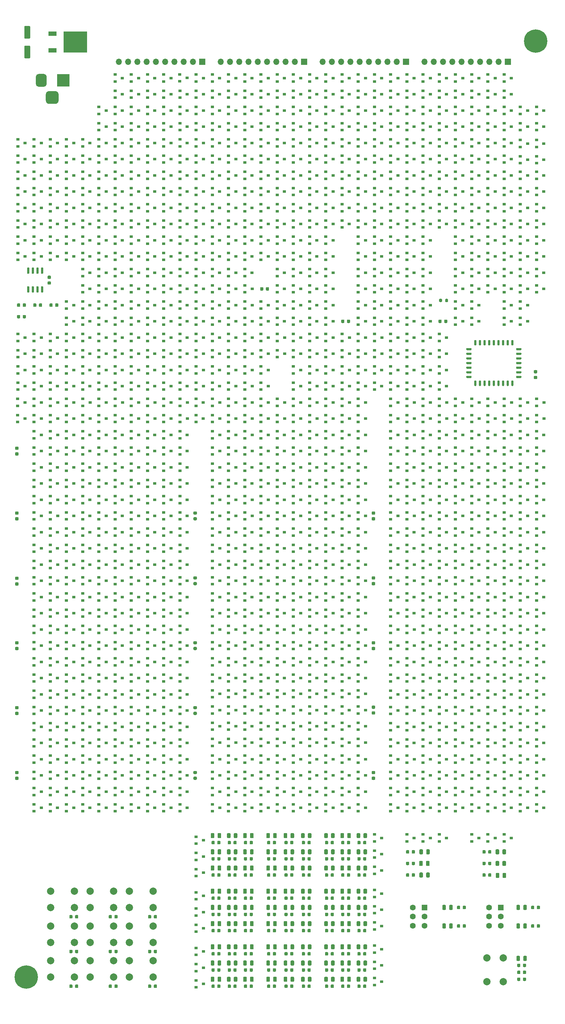
<source format=gbr>
G04 #@! TF.GenerationSoftware,KiCad,Pcbnew,(5.1.9)-1*
G04 #@! TF.CreationDate,2021-05-23T12:26:44+02:00*
G04 #@! TF.ProjectId,FetsAndCrosses,46657473-416e-4644-9372-6f737365732e,v1.0*
G04 #@! TF.SameCoordinates,Original*
G04 #@! TF.FileFunction,Soldermask,Top*
G04 #@! TF.FilePolarity,Negative*
%FSLAX46Y46*%
G04 Gerber Fmt 4.6, Leading zero omitted, Abs format (unit mm)*
G04 Created by KiCad (PCBNEW (5.1.9)-1) date 2021-05-23 12:26:44*
%MOMM*%
%LPD*%
G01*
G04 APERTURE LIST*
%ADD10O,1.700000X1.700000*%
%ADD11R,1.700000X1.700000*%
%ADD12R,0.900000X0.800000*%
%ADD13C,1.600000*%
%ADD14R,1.600000X1.600000*%
%ADD15R,3.500000X3.500000*%
%ADD16C,2.000000*%
%ADD17C,0.800000*%
%ADD18C,6.400000*%
%ADD19R,6.400000X5.800000*%
%ADD20R,2.200000X1.200000*%
G04 APERTURE END LIST*
D10*
G04 #@! TO.C,J9*
X131445000Y-6985000D03*
X133985000Y-6985000D03*
X136525000Y-6985000D03*
X139065000Y-6985000D03*
X141605000Y-6985000D03*
X144145000Y-6985000D03*
X146685000Y-6985000D03*
X149225000Y-6985000D03*
X151765000Y-6985000D03*
D11*
X154305000Y-6985000D03*
G04 #@! TD*
D10*
G04 #@! TO.C,J5*
X103505000Y-6985000D03*
X106045000Y-6985000D03*
X108585000Y-6985000D03*
X111125000Y-6985000D03*
X113665000Y-6985000D03*
X116205000Y-6985000D03*
X118745000Y-6985000D03*
X121285000Y-6985000D03*
X123825000Y-6985000D03*
D11*
X126365000Y-6985000D03*
G04 #@! TD*
D10*
G04 #@! TO.C,J4*
X75565000Y-6985000D03*
X78105000Y-6985000D03*
X80645000Y-6985000D03*
X83185000Y-6985000D03*
X85725000Y-6985000D03*
X88265000Y-6985000D03*
X90805000Y-6985000D03*
X93345000Y-6985000D03*
X95885000Y-6985000D03*
D11*
X98425000Y-6985000D03*
G04 #@! TD*
D10*
G04 #@! TO.C,J3*
X47625000Y-6985000D03*
X50165000Y-6985000D03*
X52705000Y-6985000D03*
X55245000Y-6985000D03*
X57785000Y-6985000D03*
X60325000Y-6985000D03*
X62865000Y-6985000D03*
X65405000Y-6985000D03*
X67945000Y-6985000D03*
D11*
X70485000Y-6985000D03*
G04 #@! TD*
D12*
G04 #@! TO.C,Q417*
X86646000Y-86020001D03*
X86646000Y-87920001D03*
X88646000Y-86970001D03*
G04 #@! TD*
G04 #@! TO.C,JP1*
G36*
G01*
X136290000Y-72115000D02*
X136290000Y-72665000D01*
G75*
G02*
X136090000Y-72865000I-200000J0D01*
G01*
X135690000Y-72865000D01*
G75*
G02*
X135490000Y-72665000I0J200000D01*
G01*
X135490000Y-72115000D01*
G75*
G02*
X135690000Y-71915000I200000J0D01*
G01*
X136090000Y-71915000D01*
G75*
G02*
X136290000Y-72115000I0J-200000D01*
G01*
G37*
G36*
G01*
X137940000Y-72115000D02*
X137940000Y-72665000D01*
G75*
G02*
X137740000Y-72865000I-200000J0D01*
G01*
X137340000Y-72865000D01*
G75*
G02*
X137140000Y-72665000I0J200000D01*
G01*
X137140000Y-72115000D01*
G75*
G02*
X137340000Y-71915000I200000J0D01*
G01*
X137740000Y-71915000D01*
G75*
G02*
X137940000Y-72115000I0J-200000D01*
G01*
G37*
G04 #@! TD*
D13*
G04 #@! TO.C,SW11*
X128245000Y-243760000D03*
X128245000Y-241260000D03*
X128245000Y-238760000D03*
X131445000Y-243760000D03*
X131445000Y-241260000D03*
D14*
X131445000Y-238760000D03*
G04 #@! TD*
D13*
G04 #@! TO.C,SW10*
X149200000Y-243760000D03*
X149200000Y-241260000D03*
X149200000Y-238760000D03*
X152400000Y-243760000D03*
X152400000Y-241260000D03*
D14*
X152400000Y-238760000D03*
G04 #@! TD*
D12*
G04 #@! TO.C,Q410*
X131096000Y-103825000D03*
X131096000Y-105725000D03*
X133096000Y-104775000D03*
G04 #@! TD*
G04 #@! TO.C,Q292*
X131096000Y-201615000D03*
X131096000Y-203515000D03*
X133096000Y-202565000D03*
G04 #@! TD*
G04 #@! TO.C,Q1385*
X106410000Y-95885000D03*
X104410000Y-96835000D03*
X104410000Y-94935000D03*
G04 #@! TD*
G04 #@! TO.C,Q1384*
X106410000Y-91440000D03*
X104410000Y-92390000D03*
X104410000Y-90490000D03*
G04 #@! TD*
G04 #@! TO.C,Q1383*
X119745000Y-95885000D03*
X117745000Y-96835000D03*
X117745000Y-94935000D03*
G04 #@! TD*
G04 #@! TO.C,Q1382*
X124190000Y-73660000D03*
X122190000Y-74610000D03*
X122190000Y-72710000D03*
G04 #@! TD*
G04 #@! TO.C,Q1381*
X124190000Y-69215000D03*
X122190000Y-70165000D03*
X122190000Y-68265000D03*
G04 #@! TD*
G04 #@! TO.C,Q1380*
X124190000Y-64770000D03*
X122190000Y-65720000D03*
X122190000Y-63820000D03*
G04 #@! TD*
G04 #@! TO.C,Q1379*
X124190000Y-78105000D03*
X122190000Y-79055000D03*
X122190000Y-77155000D03*
G04 #@! TD*
G04 #@! TO.C,Q1378*
X119745000Y-91440000D03*
X117745000Y-92390000D03*
X117745000Y-90490000D03*
G04 #@! TD*
G04 #@! TO.C,C3*
G36*
G01*
X23092500Y-637500D02*
X21992500Y-637500D01*
G75*
G02*
X21742500Y-387500I0J250000D01*
G01*
X21742500Y2612500D01*
G75*
G02*
X21992500Y2862500I250000J0D01*
G01*
X23092500Y2862500D01*
G75*
G02*
X23342500Y2612500I0J-250000D01*
G01*
X23342500Y-387500D01*
G75*
G02*
X23092500Y-637500I-250000J0D01*
G01*
G37*
G36*
G01*
X23092500Y-6037500D02*
X21992500Y-6037500D01*
G75*
G02*
X21742500Y-5787500I0J250000D01*
G01*
X21742500Y-2787500D01*
G75*
G02*
X21992500Y-2537500I250000J0D01*
G01*
X23092500Y-2537500D01*
G75*
G02*
X23342500Y-2787500I0J-250000D01*
G01*
X23342500Y-5787500D01*
G75*
G02*
X23092500Y-6037500I-250000J0D01*
G01*
G37*
G04 #@! TD*
G04 #@! TO.C,Q1198*
X35290000Y-158115000D03*
X33290000Y-159065000D03*
X33290000Y-157165000D03*
G04 #@! TD*
G04 #@! TO.C,Q1203*
X53070000Y-149225000D03*
X51070000Y-150175000D03*
X51070000Y-148275000D03*
G04 #@! TD*
G04 #@! TO.C,Q1099*
X44180000Y-131445000D03*
X42180000Y-132395000D03*
X42180000Y-130495000D03*
G04 #@! TD*
G04 #@! TO.C,Q1232*
X82201000Y-130495000D03*
X82201000Y-132395000D03*
X84201000Y-131445000D03*
G04 #@! TD*
G04 #@! TO.C,Q1186*
X126651000Y-108270000D03*
X126651000Y-110170000D03*
X128651000Y-109220000D03*
G04 #@! TD*
G04 #@! TO.C,Q970*
X66405000Y-109220000D03*
X64405000Y-110170000D03*
X64405000Y-108270000D03*
G04 #@! TD*
G04 #@! TO.C,Q398*
X104426000Y-103825000D03*
X104426000Y-105725000D03*
X106426000Y-104775000D03*
G04 #@! TD*
G04 #@! TO.C,Q1021*
X122206000Y-103825000D03*
X122206000Y-105725000D03*
X124206000Y-104775000D03*
G04 #@! TD*
G04 #@! TO.C,Q377*
X46641000Y-99380000D03*
X46641000Y-101280000D03*
X48641000Y-100330000D03*
G04 #@! TD*
G04 #@! TO.C,Q887*
X66405000Y-82550000D03*
X64405000Y-83500000D03*
X64405000Y-81600000D03*
G04 #@! TD*
G04 #@! TO.C,Q550*
X88630000Y-51435000D03*
X86630000Y-52385000D03*
X86630000Y-50485000D03*
G04 #@! TD*
G04 #@! TO.C,U2*
G36*
G01*
X156745000Y-90505000D02*
X157920000Y-90505000D01*
G75*
G02*
X158070000Y-90655000I0J-150000D01*
G01*
X158070000Y-90955000D01*
G75*
G02*
X157920000Y-91105000I-150000J0D01*
G01*
X156745000Y-91105000D01*
G75*
G02*
X156595000Y-90955000I0J150000D01*
G01*
X156595000Y-90655000D01*
G75*
G02*
X156745000Y-90505000I150000J0D01*
G01*
G37*
G36*
G01*
X156745000Y-91775000D02*
X157920000Y-91775000D01*
G75*
G02*
X158070000Y-91925000I0J-150000D01*
G01*
X158070000Y-92225000D01*
G75*
G02*
X157920000Y-92375000I-150000J0D01*
G01*
X156745000Y-92375000D01*
G75*
G02*
X156595000Y-92225000I0J150000D01*
G01*
X156595000Y-91925000D01*
G75*
G02*
X156745000Y-91775000I150000J0D01*
G01*
G37*
G36*
G01*
X156745000Y-93045000D02*
X157920000Y-93045000D01*
G75*
G02*
X158070000Y-93195000I0J-150000D01*
G01*
X158070000Y-93495000D01*
G75*
G02*
X157920000Y-93645000I-150000J0D01*
G01*
X156745000Y-93645000D01*
G75*
G02*
X156595000Y-93495000I0J150000D01*
G01*
X156595000Y-93195000D01*
G75*
G02*
X156745000Y-93045000I150000J0D01*
G01*
G37*
G36*
G01*
X155425000Y-94360000D02*
X155725000Y-94360000D01*
G75*
G02*
X155875000Y-94510000I0J-150000D01*
G01*
X155875000Y-95685000D01*
G75*
G02*
X155725000Y-95835000I-150000J0D01*
G01*
X155425000Y-95835000D01*
G75*
G02*
X155275000Y-95685000I0J150000D01*
G01*
X155275000Y-94510000D01*
G75*
G02*
X155425000Y-94360000I150000J0D01*
G01*
G37*
G36*
G01*
X154155000Y-94360000D02*
X154455000Y-94360000D01*
G75*
G02*
X154605000Y-94510000I0J-150000D01*
G01*
X154605000Y-95685000D01*
G75*
G02*
X154455000Y-95835000I-150000J0D01*
G01*
X154155000Y-95835000D01*
G75*
G02*
X154005000Y-95685000I0J150000D01*
G01*
X154005000Y-94510000D01*
G75*
G02*
X154155000Y-94360000I150000J0D01*
G01*
G37*
G36*
G01*
X152885000Y-94360000D02*
X153185000Y-94360000D01*
G75*
G02*
X153335000Y-94510000I0J-150000D01*
G01*
X153335000Y-95685000D01*
G75*
G02*
X153185000Y-95835000I-150000J0D01*
G01*
X152885000Y-95835000D01*
G75*
G02*
X152735000Y-95685000I0J150000D01*
G01*
X152735000Y-94510000D01*
G75*
G02*
X152885000Y-94360000I150000J0D01*
G01*
G37*
G36*
G01*
X151615000Y-94360000D02*
X151915000Y-94360000D01*
G75*
G02*
X152065000Y-94510000I0J-150000D01*
G01*
X152065000Y-95685000D01*
G75*
G02*
X151915000Y-95835000I-150000J0D01*
G01*
X151615000Y-95835000D01*
G75*
G02*
X151465000Y-95685000I0J150000D01*
G01*
X151465000Y-94510000D01*
G75*
G02*
X151615000Y-94360000I150000J0D01*
G01*
G37*
G36*
G01*
X150345000Y-94360000D02*
X150645000Y-94360000D01*
G75*
G02*
X150795000Y-94510000I0J-150000D01*
G01*
X150795000Y-95685000D01*
G75*
G02*
X150645000Y-95835000I-150000J0D01*
G01*
X150345000Y-95835000D01*
G75*
G02*
X150195000Y-95685000I0J150000D01*
G01*
X150195000Y-94510000D01*
G75*
G02*
X150345000Y-94360000I150000J0D01*
G01*
G37*
G36*
G01*
X149075000Y-94360000D02*
X149375000Y-94360000D01*
G75*
G02*
X149525000Y-94510000I0J-150000D01*
G01*
X149525000Y-95685000D01*
G75*
G02*
X149375000Y-95835000I-150000J0D01*
G01*
X149075000Y-95835000D01*
G75*
G02*
X148925000Y-95685000I0J150000D01*
G01*
X148925000Y-94510000D01*
G75*
G02*
X149075000Y-94360000I150000J0D01*
G01*
G37*
G36*
G01*
X147805000Y-94360000D02*
X148105000Y-94360000D01*
G75*
G02*
X148255000Y-94510000I0J-150000D01*
G01*
X148255000Y-95685000D01*
G75*
G02*
X148105000Y-95835000I-150000J0D01*
G01*
X147805000Y-95835000D01*
G75*
G02*
X147655000Y-95685000I0J150000D01*
G01*
X147655000Y-94510000D01*
G75*
G02*
X147805000Y-94360000I150000J0D01*
G01*
G37*
G36*
G01*
X146535000Y-94360000D02*
X146835000Y-94360000D01*
G75*
G02*
X146985000Y-94510000I0J-150000D01*
G01*
X146985000Y-95685000D01*
G75*
G02*
X146835000Y-95835000I-150000J0D01*
G01*
X146535000Y-95835000D01*
G75*
G02*
X146385000Y-95685000I0J150000D01*
G01*
X146385000Y-94510000D01*
G75*
G02*
X146535000Y-94360000I150000J0D01*
G01*
G37*
G36*
G01*
X145265000Y-94360000D02*
X145565000Y-94360000D01*
G75*
G02*
X145715000Y-94510000I0J-150000D01*
G01*
X145715000Y-95685000D01*
G75*
G02*
X145565000Y-95835000I-150000J0D01*
G01*
X145265000Y-95835000D01*
G75*
G02*
X145115000Y-95685000I0J150000D01*
G01*
X145115000Y-94510000D01*
G75*
G02*
X145265000Y-94360000I150000J0D01*
G01*
G37*
G36*
G01*
X143070000Y-93045000D02*
X144245000Y-93045000D01*
G75*
G02*
X144395000Y-93195000I0J-150000D01*
G01*
X144395000Y-93495000D01*
G75*
G02*
X144245000Y-93645000I-150000J0D01*
G01*
X143070000Y-93645000D01*
G75*
G02*
X142920000Y-93495000I0J150000D01*
G01*
X142920000Y-93195000D01*
G75*
G02*
X143070000Y-93045000I150000J0D01*
G01*
G37*
G36*
G01*
X143070000Y-91775000D02*
X144245000Y-91775000D01*
G75*
G02*
X144395000Y-91925000I0J-150000D01*
G01*
X144395000Y-92225000D01*
G75*
G02*
X144245000Y-92375000I-150000J0D01*
G01*
X143070000Y-92375000D01*
G75*
G02*
X142920000Y-92225000I0J150000D01*
G01*
X142920000Y-91925000D01*
G75*
G02*
X143070000Y-91775000I150000J0D01*
G01*
G37*
G36*
G01*
X143070000Y-90505000D02*
X144245000Y-90505000D01*
G75*
G02*
X144395000Y-90655000I0J-150000D01*
G01*
X144395000Y-90955000D01*
G75*
G02*
X144245000Y-91105000I-150000J0D01*
G01*
X143070000Y-91105000D01*
G75*
G02*
X142920000Y-90955000I0J150000D01*
G01*
X142920000Y-90655000D01*
G75*
G02*
X143070000Y-90505000I150000J0D01*
G01*
G37*
G36*
G01*
X143070000Y-89235000D02*
X144245000Y-89235000D01*
G75*
G02*
X144395000Y-89385000I0J-150000D01*
G01*
X144395000Y-89685000D01*
G75*
G02*
X144245000Y-89835000I-150000J0D01*
G01*
X143070000Y-89835000D01*
G75*
G02*
X142920000Y-89685000I0J150000D01*
G01*
X142920000Y-89385000D01*
G75*
G02*
X143070000Y-89235000I150000J0D01*
G01*
G37*
G36*
G01*
X143070000Y-87965000D02*
X144245000Y-87965000D01*
G75*
G02*
X144395000Y-88115000I0J-150000D01*
G01*
X144395000Y-88415000D01*
G75*
G02*
X144245000Y-88565000I-150000J0D01*
G01*
X143070000Y-88565000D01*
G75*
G02*
X142920000Y-88415000I0J150000D01*
G01*
X142920000Y-88115000D01*
G75*
G02*
X143070000Y-87965000I150000J0D01*
G01*
G37*
G36*
G01*
X143070000Y-86695000D02*
X144245000Y-86695000D01*
G75*
G02*
X144395000Y-86845000I0J-150000D01*
G01*
X144395000Y-87145000D01*
G75*
G02*
X144245000Y-87295000I-150000J0D01*
G01*
X143070000Y-87295000D01*
G75*
G02*
X142920000Y-87145000I0J150000D01*
G01*
X142920000Y-86845000D01*
G75*
G02*
X143070000Y-86695000I150000J0D01*
G01*
G37*
G36*
G01*
X143070000Y-85425000D02*
X144245000Y-85425000D01*
G75*
G02*
X144395000Y-85575000I0J-150000D01*
G01*
X144395000Y-85875000D01*
G75*
G02*
X144245000Y-86025000I-150000J0D01*
G01*
X143070000Y-86025000D01*
G75*
G02*
X142920000Y-85875000I0J150000D01*
G01*
X142920000Y-85575000D01*
G75*
G02*
X143070000Y-85425000I150000J0D01*
G01*
G37*
G36*
G01*
X145265000Y-83235000D02*
X145565000Y-83235000D01*
G75*
G02*
X145715000Y-83385000I0J-150000D01*
G01*
X145715000Y-84560000D01*
G75*
G02*
X145565000Y-84710000I-150000J0D01*
G01*
X145265000Y-84710000D01*
G75*
G02*
X145115000Y-84560000I0J150000D01*
G01*
X145115000Y-83385000D01*
G75*
G02*
X145265000Y-83235000I150000J0D01*
G01*
G37*
G36*
G01*
X146535000Y-83235000D02*
X146835000Y-83235000D01*
G75*
G02*
X146985000Y-83385000I0J-150000D01*
G01*
X146985000Y-84560000D01*
G75*
G02*
X146835000Y-84710000I-150000J0D01*
G01*
X146535000Y-84710000D01*
G75*
G02*
X146385000Y-84560000I0J150000D01*
G01*
X146385000Y-83385000D01*
G75*
G02*
X146535000Y-83235000I150000J0D01*
G01*
G37*
G36*
G01*
X147805000Y-83235000D02*
X148105000Y-83235000D01*
G75*
G02*
X148255000Y-83385000I0J-150000D01*
G01*
X148255000Y-84560000D01*
G75*
G02*
X148105000Y-84710000I-150000J0D01*
G01*
X147805000Y-84710000D01*
G75*
G02*
X147655000Y-84560000I0J150000D01*
G01*
X147655000Y-83385000D01*
G75*
G02*
X147805000Y-83235000I150000J0D01*
G01*
G37*
G36*
G01*
X149075000Y-83235000D02*
X149375000Y-83235000D01*
G75*
G02*
X149525000Y-83385000I0J-150000D01*
G01*
X149525000Y-84560000D01*
G75*
G02*
X149375000Y-84710000I-150000J0D01*
G01*
X149075000Y-84710000D01*
G75*
G02*
X148925000Y-84560000I0J150000D01*
G01*
X148925000Y-83385000D01*
G75*
G02*
X149075000Y-83235000I150000J0D01*
G01*
G37*
G36*
G01*
X150345000Y-83235000D02*
X150645000Y-83235000D01*
G75*
G02*
X150795000Y-83385000I0J-150000D01*
G01*
X150795000Y-84560000D01*
G75*
G02*
X150645000Y-84710000I-150000J0D01*
G01*
X150345000Y-84710000D01*
G75*
G02*
X150195000Y-84560000I0J150000D01*
G01*
X150195000Y-83385000D01*
G75*
G02*
X150345000Y-83235000I150000J0D01*
G01*
G37*
G36*
G01*
X151615000Y-83235000D02*
X151915000Y-83235000D01*
G75*
G02*
X152065000Y-83385000I0J-150000D01*
G01*
X152065000Y-84560000D01*
G75*
G02*
X151915000Y-84710000I-150000J0D01*
G01*
X151615000Y-84710000D01*
G75*
G02*
X151465000Y-84560000I0J150000D01*
G01*
X151465000Y-83385000D01*
G75*
G02*
X151615000Y-83235000I150000J0D01*
G01*
G37*
G36*
G01*
X152885000Y-83235000D02*
X153185000Y-83235000D01*
G75*
G02*
X153335000Y-83385000I0J-150000D01*
G01*
X153335000Y-84560000D01*
G75*
G02*
X153185000Y-84710000I-150000J0D01*
G01*
X152885000Y-84710000D01*
G75*
G02*
X152735000Y-84560000I0J150000D01*
G01*
X152735000Y-83385000D01*
G75*
G02*
X152885000Y-83235000I150000J0D01*
G01*
G37*
G36*
G01*
X154155000Y-83235000D02*
X154455000Y-83235000D01*
G75*
G02*
X154605000Y-83385000I0J-150000D01*
G01*
X154605000Y-84560000D01*
G75*
G02*
X154455000Y-84710000I-150000J0D01*
G01*
X154155000Y-84710000D01*
G75*
G02*
X154005000Y-84560000I0J150000D01*
G01*
X154005000Y-83385000D01*
G75*
G02*
X154155000Y-83235000I150000J0D01*
G01*
G37*
G36*
G01*
X155425000Y-83235000D02*
X155725000Y-83235000D01*
G75*
G02*
X155875000Y-83385000I0J-150000D01*
G01*
X155875000Y-84560000D01*
G75*
G02*
X155725000Y-84710000I-150000J0D01*
G01*
X155425000Y-84710000D01*
G75*
G02*
X155275000Y-84560000I0J150000D01*
G01*
X155275000Y-83385000D01*
G75*
G02*
X155425000Y-83235000I150000J0D01*
G01*
G37*
G36*
G01*
X156745000Y-85425000D02*
X157920000Y-85425000D01*
G75*
G02*
X158070000Y-85575000I0J-150000D01*
G01*
X158070000Y-85875000D01*
G75*
G02*
X157920000Y-86025000I-150000J0D01*
G01*
X156745000Y-86025000D01*
G75*
G02*
X156595000Y-85875000I0J150000D01*
G01*
X156595000Y-85575000D01*
G75*
G02*
X156745000Y-85425000I150000J0D01*
G01*
G37*
G36*
G01*
X156745000Y-86695000D02*
X157920000Y-86695000D01*
G75*
G02*
X158070000Y-86845000I0J-150000D01*
G01*
X158070000Y-87145000D01*
G75*
G02*
X157920000Y-87295000I-150000J0D01*
G01*
X156745000Y-87295000D01*
G75*
G02*
X156595000Y-87145000I0J150000D01*
G01*
X156595000Y-86845000D01*
G75*
G02*
X156745000Y-86695000I150000J0D01*
G01*
G37*
G36*
G01*
X156745000Y-87965000D02*
X157920000Y-87965000D01*
G75*
G02*
X158070000Y-88115000I0J-150000D01*
G01*
X158070000Y-88415000D01*
G75*
G02*
X157920000Y-88565000I-150000J0D01*
G01*
X156745000Y-88565000D01*
G75*
G02*
X156595000Y-88415000I0J150000D01*
G01*
X156595000Y-88115000D01*
G75*
G02*
X156745000Y-87965000I150000J0D01*
G01*
G37*
G36*
G01*
X156745000Y-89235000D02*
X157920000Y-89235000D01*
G75*
G02*
X158070000Y-89385000I0J-150000D01*
G01*
X158070000Y-89685000D01*
G75*
G02*
X157920000Y-89835000I-150000J0D01*
G01*
X156745000Y-89835000D01*
G75*
G02*
X156595000Y-89685000I0J150000D01*
G01*
X156595000Y-89385000D01*
G75*
G02*
X156745000Y-89235000I150000J0D01*
G01*
G37*
G04 #@! TD*
G04 #@! TO.C,Q1327*
X70850000Y-244475000D03*
X68850000Y-245425000D03*
X68850000Y-243525000D03*
G04 #@! TD*
G04 #@! TO.C,Q1102*
X91091000Y-86045000D03*
X91091000Y-87945000D03*
X93091000Y-86995000D03*
G04 #@! TD*
G04 #@! TO.C,Q1348*
X128635000Y-91440000D03*
X126635000Y-92390000D03*
X126635000Y-90490000D03*
G04 #@! TD*
G04 #@! TO.C,C30*
G36*
G01*
X117218750Y-131795000D02*
X117731250Y-131795000D01*
G75*
G02*
X117950000Y-132013750I0J-218750D01*
G01*
X117950000Y-132451250D01*
G75*
G02*
X117731250Y-132670000I-218750J0D01*
G01*
X117218750Y-132670000D01*
G75*
G02*
X117000000Y-132451250I0J218750D01*
G01*
X117000000Y-132013750D01*
G75*
G02*
X117218750Y-131795000I218750J0D01*
G01*
G37*
G36*
G01*
X117218750Y-130220000D02*
X117731250Y-130220000D01*
G75*
G02*
X117950000Y-130438750I0J-218750D01*
G01*
X117950000Y-130876250D01*
G75*
G02*
X117731250Y-131095000I-218750J0D01*
G01*
X117218750Y-131095000D01*
G75*
G02*
X117000000Y-130876250I0J218750D01*
G01*
X117000000Y-130438750D01*
G75*
G02*
X117218750Y-130220000I218750J0D01*
G01*
G37*
G04 #@! TD*
G04 #@! TO.C,C28*
G36*
G01*
X117218750Y-185010000D02*
X117731250Y-185010000D01*
G75*
G02*
X117950000Y-185228750I0J-218750D01*
G01*
X117950000Y-185666250D01*
G75*
G02*
X117731250Y-185885000I-218750J0D01*
G01*
X117218750Y-185885000D01*
G75*
G02*
X117000000Y-185666250I0J218750D01*
G01*
X117000000Y-185228750D01*
G75*
G02*
X117218750Y-185010000I218750J0D01*
G01*
G37*
G36*
G01*
X117218750Y-183435000D02*
X117731250Y-183435000D01*
G75*
G02*
X117950000Y-183653750I0J-218750D01*
G01*
X117950000Y-184091250D01*
G75*
G02*
X117731250Y-184310000I-218750J0D01*
G01*
X117218750Y-184310000D01*
G75*
G02*
X117000000Y-184091250I0J218750D01*
G01*
X117000000Y-183653750D01*
G75*
G02*
X117218750Y-183435000I218750J0D01*
G01*
G37*
G04 #@! TD*
G04 #@! TO.C,C27*
G36*
G01*
X117218750Y-167355000D02*
X117731250Y-167355000D01*
G75*
G02*
X117950000Y-167573750I0J-218750D01*
G01*
X117950000Y-168011250D01*
G75*
G02*
X117731250Y-168230000I-218750J0D01*
G01*
X117218750Y-168230000D01*
G75*
G02*
X117000000Y-168011250I0J218750D01*
G01*
X117000000Y-167573750D01*
G75*
G02*
X117218750Y-167355000I218750J0D01*
G01*
G37*
G36*
G01*
X117218750Y-165780000D02*
X117731250Y-165780000D01*
G75*
G02*
X117950000Y-165998750I0J-218750D01*
G01*
X117950000Y-166436250D01*
G75*
G02*
X117731250Y-166655000I-218750J0D01*
G01*
X117218750Y-166655000D01*
G75*
G02*
X117000000Y-166436250I0J218750D01*
G01*
X117000000Y-165998750D01*
G75*
G02*
X117218750Y-165780000I218750J0D01*
G01*
G37*
G04 #@! TD*
G04 #@! TO.C,Q499*
X88630000Y-11430000D03*
X86630000Y-12380000D03*
X86630000Y-10480000D03*
G04 #@! TD*
G04 #@! TO.C,Q1109*
X24416000Y-121605000D03*
X24416000Y-123505000D03*
X26416000Y-122555000D03*
G04 #@! TD*
G04 #@! TO.C,Q948*
X39735000Y-118110000D03*
X37735000Y-119060000D03*
X37735000Y-117160000D03*
G04 #@! TD*
G04 #@! TO.C,Q2*
X70802500Y-104775000D03*
X68802500Y-105725000D03*
X68802500Y-103825000D03*
G04 #@! TD*
G04 #@! TO.C,Q1*
X70802500Y-100330000D03*
X68802500Y-101280000D03*
X68802500Y-99380000D03*
G04 #@! TD*
G04 #@! TO.C,Q1377*
X122206000Y-152720000D03*
X122206000Y-154620000D03*
X124206000Y-153670000D03*
G04 #@! TD*
G04 #@! TO.C,Q1376*
X122206000Y-157165000D03*
X122206000Y-159065000D03*
X124206000Y-158115000D03*
G04 #@! TD*
G04 #@! TO.C,Q1375*
X122206000Y-148275000D03*
X122206000Y-150175000D03*
X124206000Y-149225000D03*
G04 #@! TD*
G04 #@! TO.C,Q1374*
X122206000Y-143830000D03*
X122206000Y-145730000D03*
X124206000Y-144780000D03*
G04 #@! TD*
G04 #@! TO.C,Q1373*
X126651000Y-143830000D03*
X126651000Y-145730000D03*
X128651000Y-144780000D03*
G04 #@! TD*
G04 #@! TO.C,Q1372*
X126651000Y-148275000D03*
X126651000Y-150175000D03*
X128651000Y-149225000D03*
G04 #@! TD*
G04 #@! TO.C,Q1371*
X131096000Y-148275000D03*
X131096000Y-150175000D03*
X133096000Y-149225000D03*
G04 #@! TD*
G04 #@! TO.C,Q1370*
X131096000Y-143830000D03*
X131096000Y-145730000D03*
X133096000Y-144780000D03*
G04 #@! TD*
G04 #@! TO.C,Q1369*
X73311000Y-152720000D03*
X73311000Y-154620000D03*
X75311000Y-153670000D03*
G04 #@! TD*
G04 #@! TO.C,Q1368*
X73311000Y-157165000D03*
X73311000Y-159065000D03*
X75311000Y-158115000D03*
G04 #@! TD*
G04 #@! TO.C,Q1367*
X73311000Y-148275000D03*
X73311000Y-150175000D03*
X75311000Y-149225000D03*
G04 #@! TD*
G04 #@! TO.C,Q1366*
X73311000Y-143830000D03*
X73311000Y-145730000D03*
X75311000Y-144780000D03*
G04 #@! TD*
G04 #@! TO.C,Q1365*
X77756000Y-143830000D03*
X77756000Y-145730000D03*
X79756000Y-144780000D03*
G04 #@! TD*
G04 #@! TO.C,Q1362*
X77756000Y-148275000D03*
X77756000Y-150175000D03*
X79756000Y-149225000D03*
G04 #@! TD*
G04 #@! TO.C,Q1320*
X82201000Y-148275000D03*
X82201000Y-150175000D03*
X84201000Y-149225000D03*
G04 #@! TD*
G04 #@! TO.C,Q1319*
X82201000Y-143830000D03*
X82201000Y-145730000D03*
X84201000Y-144780000D03*
G04 #@! TD*
G04 #@! TO.C,Q1318*
X24416000Y-152720000D03*
X24416000Y-154620000D03*
X26416000Y-153670000D03*
G04 #@! TD*
G04 #@! TO.C,Q1317*
X24416000Y-157165000D03*
X24416000Y-159065000D03*
X26416000Y-158115000D03*
G04 #@! TD*
G04 #@! TO.C,Q1316*
X24416000Y-148275000D03*
X24416000Y-150175000D03*
X26416000Y-149225000D03*
G04 #@! TD*
G04 #@! TO.C,Q1315*
X24416000Y-143830000D03*
X24416000Y-145730000D03*
X26416000Y-144780000D03*
G04 #@! TD*
G04 #@! TO.C,Q1314*
X28861000Y-143830000D03*
X28861000Y-145730000D03*
X30861000Y-144780000D03*
G04 #@! TD*
G04 #@! TO.C,Q1313*
X28861000Y-148275000D03*
X28861000Y-150175000D03*
X30861000Y-149225000D03*
G04 #@! TD*
G04 #@! TO.C,Q1312*
X33306000Y-148275000D03*
X33306000Y-150175000D03*
X35306000Y-149225000D03*
G04 #@! TD*
G04 #@! TO.C,Q1311*
X33306000Y-143830000D03*
X33306000Y-145730000D03*
X35306000Y-144780000D03*
G04 #@! TD*
G04 #@! TO.C,Q1278*
X122206000Y-134940000D03*
X122206000Y-136840000D03*
X124206000Y-135890000D03*
G04 #@! TD*
G04 #@! TO.C,Q1277*
X122206000Y-139385000D03*
X122206000Y-141285000D03*
X124206000Y-140335000D03*
G04 #@! TD*
G04 #@! TO.C,Q1276*
X122206000Y-130495000D03*
X122206000Y-132395000D03*
X124206000Y-131445000D03*
G04 #@! TD*
G04 #@! TO.C,Q1275*
X122206000Y-126050000D03*
X122206000Y-127950000D03*
X124206000Y-127000000D03*
G04 #@! TD*
G04 #@! TO.C,Q1274*
X126651000Y-126050000D03*
X126651000Y-127950000D03*
X128651000Y-127000000D03*
G04 #@! TD*
G04 #@! TO.C,Q1273*
X126651000Y-130495000D03*
X126651000Y-132395000D03*
X128651000Y-131445000D03*
G04 #@! TD*
G04 #@! TO.C,Q1272*
X131096000Y-130495000D03*
X131096000Y-132395000D03*
X133096000Y-131445000D03*
G04 #@! TD*
G04 #@! TO.C,Q1271*
X131096000Y-126050000D03*
X131096000Y-127950000D03*
X133096000Y-127000000D03*
G04 #@! TD*
G04 #@! TO.C,Q1270*
X73311000Y-134940000D03*
X73311000Y-136840000D03*
X75311000Y-135890000D03*
G04 #@! TD*
G04 #@! TO.C,Q1269*
X73311000Y-139385000D03*
X73311000Y-141285000D03*
X75311000Y-140335000D03*
G04 #@! TD*
G04 #@! TO.C,Q1236*
X73311000Y-130495000D03*
X73311000Y-132395000D03*
X75311000Y-131445000D03*
G04 #@! TD*
G04 #@! TO.C,Q1235*
X73311000Y-126050000D03*
X73311000Y-127950000D03*
X75311000Y-127000000D03*
G04 #@! TD*
G04 #@! TO.C,Q1234*
X77756000Y-126050000D03*
X77756000Y-127950000D03*
X79756000Y-127000000D03*
G04 #@! TD*
G04 #@! TO.C,Q1233*
X77756000Y-130495000D03*
X77756000Y-132395000D03*
X79756000Y-131445000D03*
G04 #@! TD*
G04 #@! TO.C,Q1231*
X82201000Y-126050000D03*
X82201000Y-127950000D03*
X84201000Y-127000000D03*
G04 #@! TD*
G04 #@! TO.C,Q1230*
X24416000Y-134940000D03*
X24416000Y-136840000D03*
X26416000Y-135890000D03*
G04 #@! TD*
G04 #@! TO.C,Q1229*
X24416000Y-139385000D03*
X24416000Y-141285000D03*
X26416000Y-140335000D03*
G04 #@! TD*
G04 #@! TO.C,Q1228*
X24416000Y-130495000D03*
X24416000Y-132395000D03*
X26416000Y-131445000D03*
G04 #@! TD*
G04 #@! TO.C,Q1227*
X24416000Y-126050000D03*
X24416000Y-127950000D03*
X26416000Y-127000000D03*
G04 #@! TD*
G04 #@! TO.C,Q1194*
X28861000Y-126050000D03*
X28861000Y-127950000D03*
X30861000Y-127000000D03*
G04 #@! TD*
G04 #@! TO.C,Q1193*
X28861000Y-130495000D03*
X28861000Y-132395000D03*
X30861000Y-131445000D03*
G04 #@! TD*
G04 #@! TO.C,Q1192*
X33306000Y-130495000D03*
X33306000Y-132395000D03*
X35306000Y-131445000D03*
G04 #@! TD*
G04 #@! TO.C,Q1191*
X33306000Y-126050000D03*
X33306000Y-127950000D03*
X35306000Y-127000000D03*
G04 #@! TD*
G04 #@! TO.C,Q1190*
X122206000Y-117160000D03*
X122206000Y-119060000D03*
X124206000Y-118110000D03*
G04 #@! TD*
G04 #@! TO.C,Q1189*
X122206000Y-121605000D03*
X122206000Y-123505000D03*
X124206000Y-122555000D03*
G04 #@! TD*
G04 #@! TO.C,Q1188*
X122206000Y-112715000D03*
X122206000Y-114615000D03*
X124206000Y-113665000D03*
G04 #@! TD*
G04 #@! TO.C,Q1187*
X122206000Y-108270000D03*
X122206000Y-110170000D03*
X124206000Y-109220000D03*
G04 #@! TD*
G04 #@! TO.C,Q1185*
X126651000Y-112715000D03*
X126651000Y-114615000D03*
X128651000Y-113665000D03*
G04 #@! TD*
G04 #@! TO.C,Q1152*
X131096000Y-112715000D03*
X131096000Y-114615000D03*
X133096000Y-113665000D03*
G04 #@! TD*
G04 #@! TO.C,Q1151*
X131096000Y-108270000D03*
X131096000Y-110170000D03*
X133096000Y-109220000D03*
G04 #@! TD*
G04 #@! TO.C,Q1150*
X73311000Y-117160000D03*
X73311000Y-119060000D03*
X75311000Y-118110000D03*
G04 #@! TD*
G04 #@! TO.C,Q1149*
X73311000Y-121605000D03*
X73311000Y-123505000D03*
X75311000Y-122555000D03*
G04 #@! TD*
G04 #@! TO.C,Q1148*
X73311000Y-112715000D03*
X73311000Y-114615000D03*
X75311000Y-113665000D03*
G04 #@! TD*
G04 #@! TO.C,Q1147*
X73311000Y-108270000D03*
X73311000Y-110170000D03*
X75311000Y-109220000D03*
G04 #@! TD*
G04 #@! TO.C,Q1146*
X77756000Y-108270000D03*
X77756000Y-110170000D03*
X79756000Y-109220000D03*
G04 #@! TD*
G04 #@! TO.C,Q1145*
X77756000Y-112715000D03*
X77756000Y-114615000D03*
X79756000Y-113665000D03*
G04 #@! TD*
G04 #@! TO.C,Q1144*
X82201000Y-112715000D03*
X82201000Y-114615000D03*
X84201000Y-113665000D03*
G04 #@! TD*
G04 #@! TO.C,Q1143*
X82201000Y-108270000D03*
X82201000Y-110170000D03*
X84201000Y-109220000D03*
G04 #@! TD*
G04 #@! TO.C,Q1110*
X24416000Y-117160000D03*
X24416000Y-119060000D03*
X26416000Y-118110000D03*
G04 #@! TD*
G04 #@! TO.C,Q1108*
X24416000Y-112715000D03*
X24416000Y-114615000D03*
X26416000Y-113665000D03*
G04 #@! TD*
G04 #@! TO.C,Q1107*
X24416000Y-108270000D03*
X24416000Y-110170000D03*
X26416000Y-109220000D03*
G04 #@! TD*
G04 #@! TO.C,Q1106*
X28861000Y-108270000D03*
X28861000Y-110170000D03*
X30861000Y-109220000D03*
G04 #@! TD*
G04 #@! TO.C,Q1105*
X28861000Y-112715000D03*
X28861000Y-114615000D03*
X30861000Y-113665000D03*
G04 #@! TD*
G04 #@! TO.C,Q1104*
X33306000Y-112715000D03*
X33306000Y-114615000D03*
X35306000Y-113665000D03*
G04 #@! TD*
G04 #@! TO.C,Q1103*
X33306000Y-108270000D03*
X33306000Y-110170000D03*
X35306000Y-109220000D03*
G04 #@! TD*
G04 #@! TO.C,Q1101*
X91091000Y-81600000D03*
X91091000Y-83500000D03*
X93091000Y-82550000D03*
G04 #@! TD*
G04 #@! TO.C,Q1068*
X86646000Y-94935000D03*
X86646000Y-96835000D03*
X88646000Y-95885000D03*
G04 #@! TD*
G04 #@! TO.C,Q1067*
X86646000Y-81600000D03*
X86646000Y-83500000D03*
X88646000Y-82550000D03*
G04 #@! TD*
G04 #@! TO.C,Q1066*
X82201000Y-94935000D03*
X82201000Y-96835000D03*
X84201000Y-95885000D03*
G04 #@! TD*
G04 #@! TO.C,Q1065*
X82201000Y-81600000D03*
X82201000Y-83500000D03*
X84201000Y-82550000D03*
G04 #@! TD*
G04 #@! TO.C,Q1064*
X104426000Y-86045000D03*
X104426000Y-87945000D03*
X106426000Y-86995000D03*
G04 #@! TD*
G04 #@! TO.C,Q1063*
X104426000Y-81600000D03*
X104426000Y-83500000D03*
X106426000Y-82550000D03*
G04 #@! TD*
G04 #@! TO.C,Q1062*
X99981000Y-94935000D03*
X99981000Y-96835000D03*
X101981000Y-95885000D03*
G04 #@! TD*
G04 #@! TO.C,Q1061*
X99981000Y-81600000D03*
X99981000Y-83500000D03*
X101981000Y-82550000D03*
G04 #@! TD*
G04 #@! TO.C,Q1060*
X95536000Y-94935000D03*
X95536000Y-96835000D03*
X97536000Y-95885000D03*
G04 #@! TD*
G04 #@! TO.C,Q1059*
X95536000Y-81600000D03*
X95536000Y-83500000D03*
X97536000Y-82550000D03*
G04 #@! TD*
G04 #@! TO.C,Q1026*
X139986000Y-103825000D03*
X139986000Y-105725000D03*
X141986000Y-104775000D03*
G04 #@! TD*
G04 #@! TO.C,Q1025*
X139986000Y-99380000D03*
X139986000Y-101280000D03*
X141986000Y-100330000D03*
G04 #@! TD*
G04 #@! TO.C,Q1024*
X135541000Y-99380000D03*
X135541000Y-101280000D03*
X137541000Y-100330000D03*
G04 #@! TD*
G04 #@! TO.C,Q1023*
X122206000Y-99380000D03*
X122206000Y-101280000D03*
X124206000Y-100330000D03*
G04 #@! TD*
G04 #@! TO.C,Q1022*
X135541000Y-103825000D03*
X135541000Y-105725000D03*
X137541000Y-104775000D03*
G04 #@! TD*
G04 #@! TO.C,Q1020*
X91091000Y-103825000D03*
X91091000Y-105725000D03*
X93091000Y-104775000D03*
G04 #@! TD*
G04 #@! TO.C,Q1019*
X91091000Y-99380000D03*
X91091000Y-101280000D03*
X93091000Y-100330000D03*
G04 #@! TD*
G04 #@! TO.C,Q1018*
X86646000Y-99380000D03*
X86646000Y-101280000D03*
X88646000Y-100330000D03*
G04 #@! TD*
G04 #@! TO.C,Q1017*
X73311000Y-99380000D03*
X73311000Y-101280000D03*
X75311000Y-100330000D03*
G04 #@! TD*
G04 #@! TO.C,Q984*
X86646000Y-103825000D03*
X86646000Y-105725000D03*
X88646000Y-104775000D03*
G04 #@! TD*
G04 #@! TO.C,Q983*
X73311000Y-103825000D03*
X73311000Y-105725000D03*
X75311000Y-104775000D03*
G04 #@! TD*
G04 #@! TO.C,Q982*
X162211000Y-103825000D03*
X162211000Y-105725000D03*
X164211000Y-104775000D03*
G04 #@! TD*
G04 #@! TO.C,Q981*
X162211000Y-99380000D03*
X162211000Y-101280000D03*
X164211000Y-100330000D03*
G04 #@! TD*
G04 #@! TO.C,Q980*
X157766000Y-99380000D03*
X157766000Y-101280000D03*
X159766000Y-100330000D03*
G04 #@! TD*
G04 #@! TO.C,Q979*
X144431000Y-99380000D03*
X144431000Y-101280000D03*
X146431000Y-100330000D03*
G04 #@! TD*
G04 #@! TO.C,Q978*
X157766000Y-103825000D03*
X157766000Y-105725000D03*
X159766000Y-104775000D03*
G04 #@! TD*
G04 #@! TO.C,Q977*
X144431000Y-103825000D03*
X144431000Y-105725000D03*
X146431000Y-104775000D03*
G04 #@! TD*
G04 #@! TO.C,Q976*
X113316000Y-103825000D03*
X113316000Y-105725000D03*
X115316000Y-104775000D03*
G04 #@! TD*
G04 #@! TO.C,Q975*
X113316000Y-99380000D03*
X113316000Y-101280000D03*
X115316000Y-100330000D03*
G04 #@! TD*
G04 #@! TO.C,Q942*
X108871000Y-99380000D03*
X108871000Y-101280000D03*
X110871000Y-100330000D03*
G04 #@! TD*
G04 #@! TO.C,Q941*
X95536000Y-99380000D03*
X95536000Y-101280000D03*
X97536000Y-100330000D03*
G04 #@! TD*
G04 #@! TO.C,Q938*
X82201000Y-68265000D03*
X82201000Y-70165000D03*
X84201000Y-69215000D03*
G04 #@! TD*
G04 #@! TO.C,Q420*
X82201000Y-77155000D03*
X82201000Y-79055000D03*
X84201000Y-78105000D03*
G04 #@! TD*
G04 #@! TO.C,Q419*
X82201000Y-72710000D03*
X82201000Y-74610000D03*
X84201000Y-73660000D03*
G04 #@! TD*
G04 #@! TO.C,Q418*
X82201000Y-90490000D03*
X82201000Y-92390000D03*
X84201000Y-91440000D03*
G04 #@! TD*
G04 #@! TO.C,Q416*
X86646000Y-90490000D03*
X86646000Y-92390000D03*
X88646000Y-91440000D03*
G04 #@! TD*
G04 #@! TO.C,Q415*
X82201000Y-86045000D03*
X82201000Y-87945000D03*
X84201000Y-86995000D03*
G04 #@! TD*
G04 #@! TO.C,Q414*
X95536000Y-90490000D03*
X95536000Y-92390000D03*
X97536000Y-91440000D03*
G04 #@! TD*
G04 #@! TO.C,Q413*
X99981000Y-86020001D03*
X99981000Y-87920001D03*
X101981000Y-86970001D03*
G04 #@! TD*
G04 #@! TO.C,Q412*
X99981000Y-90490000D03*
X99981000Y-92390000D03*
X101981000Y-91440000D03*
G04 #@! TD*
G04 #@! TO.C,Q411*
X95536000Y-86045000D03*
X95536000Y-87945000D03*
X97536000Y-86995000D03*
G04 #@! TD*
G04 #@! TO.C,Q409*
X126651000Y-99380000D03*
X126651000Y-101280000D03*
X128651000Y-100330000D03*
G04 #@! TD*
G04 #@! TO.C,Q408*
X131096000Y-99380000D03*
X131096000Y-101280000D03*
X133096000Y-100330000D03*
G04 #@! TD*
G04 #@! TO.C,Q407*
X126651000Y-103825000D03*
X126651000Y-105725000D03*
X128651000Y-104775000D03*
G04 #@! TD*
G04 #@! TO.C,Q406*
X82201000Y-103825000D03*
X82201000Y-105725000D03*
X84201000Y-104775000D03*
G04 #@! TD*
G04 #@! TO.C,Q405*
X77756000Y-99380000D03*
X77756000Y-101280000D03*
X79756000Y-100330000D03*
G04 #@! TD*
G04 #@! TO.C,Q404*
X82201000Y-99380000D03*
X82201000Y-101280000D03*
X84201000Y-100330000D03*
G04 #@! TD*
G04 #@! TO.C,Q403*
X77756000Y-103825000D03*
X77756000Y-105725000D03*
X79756000Y-104775000D03*
G04 #@! TD*
G04 #@! TO.C,Q402*
X153321000Y-103825000D03*
X153321000Y-105725000D03*
X155321000Y-104775000D03*
G04 #@! TD*
G04 #@! TO.C,Q401*
X148876000Y-99380000D03*
X148876000Y-101280000D03*
X150876000Y-100330000D03*
G04 #@! TD*
G04 #@! TO.C,Q400*
X153321000Y-99380000D03*
X153321000Y-101280000D03*
X155321000Y-100330000D03*
G04 #@! TD*
G04 #@! TO.C,Q399*
X148876000Y-103825000D03*
X148876000Y-105725000D03*
X150876000Y-104775000D03*
G04 #@! TD*
G04 #@! TO.C,Q397*
X99981000Y-99380000D03*
X99981000Y-101280000D03*
X101981000Y-100330000D03*
G04 #@! TD*
G04 #@! TO.C,Q396*
X104426000Y-99380000D03*
X104426000Y-101280000D03*
X106426000Y-100330000D03*
G04 #@! TD*
G04 #@! TO.C,Q395*
X99981000Y-103825000D03*
X99981000Y-105725000D03*
X101981000Y-104775000D03*
G04 #@! TD*
G04 #@! TO.C,Q394*
X55531000Y-103825000D03*
X55531000Y-105725000D03*
X57531000Y-104775000D03*
G04 #@! TD*
G04 #@! TO.C,Q393*
X51086000Y-99380000D03*
X51086000Y-101280000D03*
X53086000Y-100330000D03*
G04 #@! TD*
G04 #@! TO.C,Q392*
X55531000Y-99380000D03*
X55531000Y-101280000D03*
X57531000Y-100330000D03*
G04 #@! TD*
G04 #@! TO.C,Q391*
X51086000Y-103825000D03*
X51086000Y-105725000D03*
X53086000Y-104775000D03*
G04 #@! TD*
G04 #@! TO.C,Q390*
X108871000Y-90490000D03*
X108871000Y-92390000D03*
X110871000Y-91440000D03*
G04 #@! TD*
G04 #@! TO.C,Q389*
X113316000Y-86020001D03*
X113316000Y-87920001D03*
X115316000Y-86970001D03*
G04 #@! TD*
G04 #@! TO.C,Q388*
X113316000Y-90490000D03*
X113316000Y-92390000D03*
X115316000Y-91440000D03*
G04 #@! TD*
G04 #@! TO.C,Q387*
X108871000Y-86045000D03*
X108871000Y-87945000D03*
X110871000Y-86995000D03*
G04 #@! TD*
G04 #@! TO.C,Q386*
X33306000Y-103825000D03*
X33306000Y-105725000D03*
X35306000Y-104775000D03*
G04 #@! TD*
G04 #@! TO.C,Q385*
X28861000Y-99380000D03*
X28861000Y-101280000D03*
X30861000Y-100330000D03*
G04 #@! TD*
G04 #@! TO.C,Q384*
X33306000Y-99380000D03*
X33306000Y-101280000D03*
X35306000Y-100330000D03*
G04 #@! TD*
G04 #@! TO.C,Q383*
X28861000Y-103825000D03*
X28861000Y-105725000D03*
X30861000Y-104775000D03*
G04 #@! TD*
G04 #@! TO.C,Q382*
X108871000Y-103825000D03*
X108871000Y-105725000D03*
X110871000Y-104775000D03*
G04 #@! TD*
G04 #@! TO.C,Q381*
X95536000Y-103825000D03*
X95536000Y-105725000D03*
X97536000Y-104775000D03*
G04 #@! TD*
G04 #@! TO.C,Q380*
X64421000Y-103825000D03*
X64421000Y-105725000D03*
X66421000Y-104775000D03*
G04 #@! TD*
G04 #@! TO.C,Q379*
X64421000Y-99380000D03*
X64421000Y-101280000D03*
X66421000Y-100330000D03*
G04 #@! TD*
G04 #@! TO.C,Q378*
X59976000Y-99380000D03*
X59976000Y-101280000D03*
X61976000Y-100330000D03*
G04 #@! TD*
G04 #@! TO.C,Q376*
X59976000Y-103825000D03*
X59976000Y-105725000D03*
X61976000Y-104775000D03*
G04 #@! TD*
G04 #@! TO.C,Q375*
X46641000Y-103825000D03*
X46641000Y-105725000D03*
X48641000Y-104775000D03*
G04 #@! TD*
G04 #@! TO.C,Q374*
X117761000Y-86045000D03*
X117761000Y-87945000D03*
X119761000Y-86995000D03*
G04 #@! TD*
G04 #@! TO.C,Q373*
X117761000Y-81600000D03*
X117761000Y-83500000D03*
X119761000Y-82550000D03*
G04 #@! TD*
G04 #@! TO.C,Q340*
X113316000Y-94935000D03*
X113316000Y-96835000D03*
X115316000Y-95885000D03*
G04 #@! TD*
G04 #@! TO.C,Q339*
X113316000Y-81600000D03*
X113316000Y-83500000D03*
X115316000Y-82550000D03*
G04 #@! TD*
G04 #@! TO.C,Q338*
X108871000Y-94935000D03*
X108871000Y-96835000D03*
X110871000Y-95885000D03*
G04 #@! TD*
G04 #@! TO.C,Q337*
X108871000Y-81600000D03*
X108871000Y-83500000D03*
X110871000Y-82550000D03*
G04 #@! TD*
G04 #@! TO.C,Q336*
X42196000Y-103825000D03*
X42196000Y-105725000D03*
X44196000Y-104775000D03*
G04 #@! TD*
G04 #@! TO.C,Q335*
X42196000Y-99380000D03*
X42196000Y-101280000D03*
X44196000Y-100330000D03*
G04 #@! TD*
G04 #@! TO.C,Q334*
X37751000Y-99380000D03*
X37751000Y-101280000D03*
X39751000Y-100330000D03*
G04 #@! TD*
G04 #@! TO.C,Q333*
X24416000Y-99380000D03*
X24416000Y-101280000D03*
X26416000Y-100330000D03*
G04 #@! TD*
G04 #@! TO.C,Q332*
X37751000Y-103825000D03*
X37751000Y-105725000D03*
X39751000Y-104775000D03*
G04 #@! TD*
G04 #@! TO.C,Q331*
X24416000Y-103825000D03*
X24416000Y-105725000D03*
X26416000Y-104775000D03*
G04 #@! TD*
G04 #@! TO.C,Q298*
X122206000Y-206060000D03*
X122206000Y-207960000D03*
X124206000Y-207010000D03*
G04 #@! TD*
G04 #@! TO.C,Q297*
X122206000Y-210505000D03*
X122206000Y-212405000D03*
X124206000Y-211455000D03*
G04 #@! TD*
G04 #@! TO.C,Q296*
X122206000Y-201615000D03*
X122206000Y-203515000D03*
X124206000Y-202565000D03*
G04 #@! TD*
G04 #@! TO.C,Q295*
X122206000Y-197170000D03*
X122206000Y-199070000D03*
X124206000Y-198120000D03*
G04 #@! TD*
G04 #@! TO.C,Q294*
X126651000Y-197170000D03*
X126651000Y-199070000D03*
X128651000Y-198120000D03*
G04 #@! TD*
G04 #@! TO.C,Q293*
X126651000Y-201615000D03*
X126651000Y-203515000D03*
X128651000Y-202565000D03*
G04 #@! TD*
G04 #@! TO.C,Q291*
X131096000Y-197170000D03*
X131096000Y-199070000D03*
X133096000Y-198120000D03*
G04 #@! TD*
G04 #@! TO.C,Q290*
X73311000Y-206060000D03*
X73311000Y-207960000D03*
X75311000Y-207010000D03*
G04 #@! TD*
G04 #@! TO.C,Q289*
X73311000Y-210505000D03*
X73311000Y-212405000D03*
X75311000Y-211455000D03*
G04 #@! TD*
G04 #@! TO.C,Q256*
X73311000Y-201615000D03*
X73311000Y-203515000D03*
X75311000Y-202565000D03*
G04 #@! TD*
G04 #@! TO.C,Q255*
X73311000Y-197170000D03*
X73311000Y-199070000D03*
X75311000Y-198120000D03*
G04 #@! TD*
G04 #@! TO.C,Q254*
X77756000Y-197170000D03*
X77756000Y-199070000D03*
X79756000Y-198120000D03*
G04 #@! TD*
G04 #@! TO.C,Q253*
X77756000Y-201615000D03*
X77756000Y-203515000D03*
X79756000Y-202565000D03*
G04 #@! TD*
G04 #@! TO.C,Q252*
X82201000Y-201615000D03*
X82201000Y-203515000D03*
X84201000Y-202565000D03*
G04 #@! TD*
G04 #@! TO.C,Q251*
X82201000Y-197170000D03*
X82201000Y-199070000D03*
X84201000Y-198120000D03*
G04 #@! TD*
G04 #@! TO.C,Q250*
X24416000Y-206060000D03*
X24416000Y-207960000D03*
X26416000Y-207010000D03*
G04 #@! TD*
G04 #@! TO.C,Q249*
X24416000Y-210505000D03*
X24416000Y-212405000D03*
X26416000Y-211455000D03*
G04 #@! TD*
G04 #@! TO.C,Q248*
X24416000Y-201615000D03*
X24416000Y-203515000D03*
X26416000Y-202565000D03*
G04 #@! TD*
G04 #@! TO.C,Q247*
X24416000Y-197170000D03*
X24416000Y-199070000D03*
X26416000Y-198120000D03*
G04 #@! TD*
G04 #@! TO.C,Q214*
X28861000Y-197170000D03*
X28861000Y-199070000D03*
X30861000Y-198120000D03*
G04 #@! TD*
G04 #@! TO.C,Q213*
X28861000Y-201615000D03*
X28861000Y-203515000D03*
X30861000Y-202565000D03*
G04 #@! TD*
G04 #@! TO.C,Q212*
X33306000Y-201615000D03*
X33306000Y-203515000D03*
X35306000Y-202565000D03*
G04 #@! TD*
G04 #@! TO.C,Q211*
X33306000Y-197170000D03*
X33306000Y-199070000D03*
X35306000Y-198120000D03*
G04 #@! TD*
G04 #@! TO.C,Q210*
X122206000Y-188280000D03*
X122206000Y-190180000D03*
X124206000Y-189230000D03*
G04 #@! TD*
G04 #@! TO.C,Q209*
X122206000Y-192725000D03*
X122206000Y-194625000D03*
X124206000Y-193675000D03*
G04 #@! TD*
G04 #@! TO.C,Q208*
X122206000Y-183835000D03*
X122206000Y-185735000D03*
X124206000Y-184785000D03*
G04 #@! TD*
G04 #@! TO.C,Q207*
X122206000Y-179390000D03*
X122206000Y-181290000D03*
X124206000Y-180340000D03*
G04 #@! TD*
G04 #@! TO.C,Q206*
X126651000Y-179390000D03*
X126651000Y-181290000D03*
X128651000Y-180340000D03*
G04 #@! TD*
G04 #@! TO.C,Q205*
X126651000Y-183835000D03*
X126651000Y-185735000D03*
X128651000Y-184785000D03*
G04 #@! TD*
G04 #@! TO.C,Q172*
X131096000Y-183835000D03*
X131096000Y-185735000D03*
X133096000Y-184785000D03*
G04 #@! TD*
G04 #@! TO.C,Q171*
X131096000Y-179390000D03*
X131096000Y-181290000D03*
X133096000Y-180340000D03*
G04 #@! TD*
G04 #@! TO.C,Q170*
X73311000Y-188155000D03*
X73311000Y-190055000D03*
X75311000Y-189105000D03*
G04 #@! TD*
G04 #@! TO.C,Q169*
X73311000Y-192600000D03*
X73311000Y-194500000D03*
X75311000Y-193550000D03*
G04 #@! TD*
G04 #@! TO.C,Q168*
X73311000Y-183710000D03*
X73311000Y-185610000D03*
X75311000Y-184660000D03*
G04 #@! TD*
G04 #@! TO.C,Q167*
X73311000Y-179265000D03*
X73311000Y-181165000D03*
X75311000Y-180215000D03*
G04 #@! TD*
G04 #@! TO.C,Q166*
X77756000Y-179265000D03*
X77756000Y-181165000D03*
X79756000Y-180215000D03*
G04 #@! TD*
G04 #@! TO.C,Q165*
X77756000Y-183710000D03*
X77756000Y-185610000D03*
X79756000Y-184660000D03*
G04 #@! TD*
G04 #@! TO.C,Q164*
X82201000Y-183710000D03*
X82201000Y-185610000D03*
X84201000Y-184660000D03*
G04 #@! TD*
G04 #@! TO.C,Q163*
X82201000Y-179265000D03*
X82201000Y-181165000D03*
X84201000Y-180215000D03*
G04 #@! TD*
G04 #@! TO.C,Q130*
X24416000Y-188280000D03*
X24416000Y-190180000D03*
X26416000Y-189230000D03*
G04 #@! TD*
G04 #@! TO.C,Q129*
X24416000Y-192725000D03*
X24416000Y-194625000D03*
X26416000Y-193675000D03*
G04 #@! TD*
G04 #@! TO.C,Q128*
X24416000Y-183835000D03*
X24416000Y-185735000D03*
X26416000Y-184785000D03*
G04 #@! TD*
G04 #@! TO.C,Q127*
X24416000Y-179390000D03*
X24416000Y-181290000D03*
X26416000Y-180340000D03*
G04 #@! TD*
G04 #@! TO.C,Q126*
X28861000Y-179390000D03*
X28861000Y-181290000D03*
X30861000Y-180340000D03*
G04 #@! TD*
G04 #@! TO.C,Q125*
X28861000Y-183835000D03*
X28861000Y-185735000D03*
X30861000Y-184785000D03*
G04 #@! TD*
G04 #@! TO.C,Q124*
X33306000Y-183835000D03*
X33306000Y-185735000D03*
X35306000Y-184785000D03*
G04 #@! TD*
G04 #@! TO.C,Q123*
X33306000Y-179390000D03*
X33306000Y-181290000D03*
X35306000Y-180340000D03*
G04 #@! TD*
G04 #@! TO.C,Q122*
X122206000Y-170500000D03*
X122206000Y-172400000D03*
X124206000Y-171450000D03*
G04 #@! TD*
G04 #@! TO.C,Q121*
X122206000Y-174945000D03*
X122206000Y-176845000D03*
X124206000Y-175895000D03*
G04 #@! TD*
G04 #@! TO.C,Q88*
X122206000Y-166055000D03*
X122206000Y-167955000D03*
X124206000Y-167005000D03*
G04 #@! TD*
G04 #@! TO.C,Q87*
X122206000Y-161610000D03*
X122206000Y-163510000D03*
X124206000Y-162560000D03*
G04 #@! TD*
G04 #@! TO.C,Q86*
X126651000Y-161610000D03*
X126651000Y-163510000D03*
X128651000Y-162560000D03*
G04 #@! TD*
G04 #@! TO.C,Q85*
X126651000Y-166055000D03*
X126651000Y-167955000D03*
X128651000Y-167005000D03*
G04 #@! TD*
G04 #@! TO.C,Q84*
X131096000Y-166055000D03*
X131096000Y-167955000D03*
X133096000Y-167005000D03*
G04 #@! TD*
G04 #@! TO.C,Q83*
X131096000Y-161610000D03*
X131096000Y-163510000D03*
X133096000Y-162560000D03*
G04 #@! TD*
G04 #@! TO.C,Q82*
X73311000Y-170500000D03*
X73311000Y-172400000D03*
X75311000Y-171450000D03*
G04 #@! TD*
G04 #@! TO.C,Q81*
X73311000Y-174945000D03*
X73311000Y-176845000D03*
X75311000Y-175895000D03*
G04 #@! TD*
G04 #@! TO.C,Q80*
X73311000Y-166055000D03*
X73311000Y-167955000D03*
X75311000Y-167005000D03*
G04 #@! TD*
G04 #@! TO.C,Q79*
X73311000Y-161610000D03*
X73311000Y-163510000D03*
X75311000Y-162560000D03*
G04 #@! TD*
G04 #@! TO.C,Q46*
X77756000Y-161610000D03*
X77756000Y-163510000D03*
X79756000Y-162560000D03*
G04 #@! TD*
G04 #@! TO.C,Q45*
X77756000Y-166055000D03*
X77756000Y-167955000D03*
X79756000Y-167005000D03*
G04 #@! TD*
G04 #@! TO.C,Q44*
X82201000Y-166055000D03*
X82201000Y-167955000D03*
X84201000Y-167005000D03*
G04 #@! TD*
G04 #@! TO.C,Q43*
X82201000Y-161610000D03*
X82201000Y-163510000D03*
X84201000Y-162560000D03*
G04 #@! TD*
G04 #@! TO.C,Q42*
X24416000Y-170500000D03*
X24416000Y-172400000D03*
X26416000Y-171450000D03*
G04 #@! TD*
G04 #@! TO.C,Q41*
X24416000Y-174945000D03*
X24416000Y-176845000D03*
X26416000Y-175895000D03*
G04 #@! TD*
G04 #@! TO.C,Q40*
X24416000Y-166055000D03*
X24416000Y-167955000D03*
X26416000Y-167005000D03*
G04 #@! TD*
G04 #@! TO.C,Q39*
X24416000Y-161610000D03*
X24416000Y-163510000D03*
X26416000Y-162560000D03*
G04 #@! TD*
G04 #@! TO.C,Q38*
X28861000Y-161610000D03*
X28861000Y-163510000D03*
X30861000Y-162560000D03*
G04 #@! TD*
G04 #@! TO.C,Q37*
X28861000Y-166055000D03*
X28861000Y-167955000D03*
X30861000Y-167005000D03*
G04 #@! TD*
G04 #@! TO.C,Q4*
X33306000Y-166055000D03*
X33306000Y-167955000D03*
X35306000Y-167005000D03*
G04 #@! TD*
G04 #@! TO.C,Q3*
X33306000Y-161610000D03*
X33306000Y-163510000D03*
X35306000Y-162560000D03*
G04 #@! TD*
G04 #@! TO.C,Q806*
X88630000Y-78105000D03*
X86630000Y-79055000D03*
X86630000Y-77155000D03*
G04 #@! TD*
G04 #@! TO.C,Q803*
X88630000Y-73660000D03*
X86630000Y-74610000D03*
X86630000Y-72710000D03*
G04 #@! TD*
G04 #@! TO.C,Q792*
X93075000Y-78105000D03*
X91075000Y-79055000D03*
X91075000Y-77155000D03*
G04 #@! TD*
G04 #@! TO.C,Q793*
X97520000Y-78105000D03*
X95520000Y-79055000D03*
X95520000Y-77155000D03*
G04 #@! TD*
G04 #@! TO.C,Q780*
X101965000Y-78105000D03*
X99965000Y-79055000D03*
X99965000Y-77155000D03*
G04 #@! TD*
G04 #@! TO.C,Q781*
X106410000Y-78105000D03*
X104410000Y-79055000D03*
X104410000Y-77155000D03*
G04 #@! TD*
G04 #@! TO.C,Q859*
X44180000Y-91440000D03*
X42180000Y-92390000D03*
X42180000Y-90490000D03*
G04 #@! TD*
G04 #@! TO.C,Q874*
X21955000Y-91440000D03*
X19955000Y-92390000D03*
X19955000Y-90490000D03*
G04 #@! TD*
G04 #@! TO.C,Q900*
X61960000Y-64770000D03*
X59960000Y-65720000D03*
X59960000Y-63820000D03*
G04 #@! TD*
G04 #@! TO.C,Q1237*
X79740000Y-153670000D03*
X77740000Y-154620000D03*
X77740000Y-152720000D03*
G04 #@! TD*
G04 #@! TO.C,Q131*
X30845000Y-189230000D03*
X28845000Y-190180000D03*
X28845000Y-188280000D03*
G04 #@! TD*
G04 #@! TO.C,Q1057*
X139970000Y-112715000D03*
X139970000Y-114615000D03*
X141970000Y-113665000D03*
G04 #@! TD*
G04 #@! TO.C,Q1241*
X88630000Y-158115000D03*
X86630000Y-159065000D03*
X86630000Y-157165000D03*
G04 #@! TD*
G04 #@! TO.C,Q61*
X101965000Y-175895000D03*
X99965000Y-176845000D03*
X99965000Y-174945000D03*
G04 #@! TD*
G04 #@! TO.C,Q241*
X164195000Y-184785000D03*
X162195000Y-185735000D03*
X162195000Y-183835000D03*
G04 #@! TD*
G04 #@! TO.C,Q266*
X53070000Y-198120000D03*
X51070000Y-199070000D03*
X51070000Y-197170000D03*
G04 #@! TD*
G04 #@! TO.C,Q154*
X61960000Y-180340000D03*
X59960000Y-181290000D03*
X59960000Y-179390000D03*
G04 #@! TD*
G04 #@! TO.C,Q182*
X101965000Y-180215000D03*
X99965000Y-181165000D03*
X99965000Y-179265000D03*
G04 #@! TD*
G04 #@! TO.C,Q116*
X164195000Y-162560000D03*
X162195000Y-163510000D03*
X162195000Y-161610000D03*
G04 #@! TD*
G04 #@! TO.C,Q95*
X146415000Y-162560000D03*
X144415000Y-163510000D03*
X144415000Y-161610000D03*
G04 #@! TD*
G04 #@! TO.C,Q1217*
X57515000Y-144780000D03*
X55515000Y-145730000D03*
X55515000Y-143830000D03*
G04 #@! TD*
G04 #@! TO.C,Q1016*
X93075000Y-109220000D03*
X91075000Y-110170000D03*
X91075000Y-108270000D03*
G04 #@! TD*
G04 #@! TO.C,Q1009*
X106410000Y-113665000D03*
X104410000Y-114615000D03*
X104410000Y-112715000D03*
G04 #@! TD*
G04 #@! TO.C,Q1287*
X150860000Y-149225000D03*
X148860000Y-150175000D03*
X148860000Y-148275000D03*
G04 #@! TD*
G04 #@! TO.C,Q1047*
X164195000Y-122555000D03*
X162195000Y-123505000D03*
X162195000Y-121605000D03*
G04 #@! TD*
G04 #@! TO.C,Q1184*
X141970000Y-127000000D03*
X139970000Y-127950000D03*
X139970000Y-126050000D03*
G04 #@! TD*
G04 #@! TO.C,Q1135*
X106410000Y-131445000D03*
X104410000Y-132395000D03*
X104410000Y-130495000D03*
G04 #@! TD*
G04 #@! TO.C,Q1133*
X106410000Y-127000000D03*
X104410000Y-127950000D03*
X104410000Y-126050000D03*
G04 #@! TD*
G04 #@! TO.C,Q1142*
X93075000Y-127000000D03*
X91075000Y-127950000D03*
X91075000Y-126050000D03*
G04 #@! TD*
G04 #@! TO.C,Q973*
X44180000Y-113665000D03*
X42180000Y-114615000D03*
X42180000Y-112715000D03*
G04 #@! TD*
G04 #@! TO.C,Q949*
X48625000Y-109220000D03*
X46625000Y-110170000D03*
X46625000Y-108270000D03*
G04 #@! TD*
G04 #@! TO.C,Q1285*
X146415000Y-144780000D03*
X144415000Y-145730000D03*
X144415000Y-143830000D03*
G04 #@! TD*
G04 #@! TO.C,Q965*
X57515000Y-109220000D03*
X55515000Y-110170000D03*
X55515000Y-108270000D03*
G04 #@! TD*
G04 #@! TO.C,C26*
G36*
G01*
X19428750Y-114015000D02*
X19941250Y-114015000D01*
G75*
G02*
X20160000Y-114233750I0J-218750D01*
G01*
X20160000Y-114671250D01*
G75*
G02*
X19941250Y-114890000I-218750J0D01*
G01*
X19428750Y-114890000D01*
G75*
G02*
X19210000Y-114671250I0J218750D01*
G01*
X19210000Y-114233750D01*
G75*
G02*
X19428750Y-114015000I218750J0D01*
G01*
G37*
G36*
G01*
X19428750Y-112440000D02*
X19941250Y-112440000D01*
G75*
G02*
X20160000Y-112658750I0J-218750D01*
G01*
X20160000Y-113096250D01*
G75*
G02*
X19941250Y-113315000I-218750J0D01*
G01*
X19428750Y-113315000D01*
G75*
G02*
X19210000Y-113096250I0J218750D01*
G01*
X19210000Y-112658750D01*
G75*
G02*
X19428750Y-112440000I218750J0D01*
G01*
G37*
G04 #@! TD*
G04 #@! TO.C,C24*
G36*
G01*
X136875000Y-78361250D02*
X136875000Y-77848750D01*
G75*
G02*
X137093750Y-77630000I218750J0D01*
G01*
X137531250Y-77630000D01*
G75*
G02*
X137750000Y-77848750I0J-218750D01*
G01*
X137750000Y-78361250D01*
G75*
G02*
X137531250Y-78580000I-218750J0D01*
G01*
X137093750Y-78580000D01*
G75*
G02*
X136875000Y-78361250I0J218750D01*
G01*
G37*
G36*
G01*
X135300000Y-78361250D02*
X135300000Y-77848750D01*
G75*
G02*
X135518750Y-77630000I218750J0D01*
G01*
X135956250Y-77630000D01*
G75*
G02*
X136175000Y-77848750I0J-218750D01*
G01*
X136175000Y-78361250D01*
G75*
G02*
X135956250Y-78580000I-218750J0D01*
G01*
X135518750Y-78580000D01*
G75*
G02*
X135300000Y-78361250I0J218750D01*
G01*
G37*
G04 #@! TD*
G04 #@! TO.C,C22*
G36*
G01*
X87980000Y-69471250D02*
X87980000Y-68958750D01*
G75*
G02*
X88198750Y-68740000I218750J0D01*
G01*
X88636250Y-68740000D01*
G75*
G02*
X88855000Y-68958750I0J-218750D01*
G01*
X88855000Y-69471250D01*
G75*
G02*
X88636250Y-69690000I-218750J0D01*
G01*
X88198750Y-69690000D01*
G75*
G02*
X87980000Y-69471250I0J218750D01*
G01*
G37*
G36*
G01*
X86405000Y-69471250D02*
X86405000Y-68958750D01*
G75*
G02*
X86623750Y-68740000I218750J0D01*
G01*
X87061250Y-68740000D01*
G75*
G02*
X87280000Y-68958750I0J-218750D01*
G01*
X87280000Y-69471250D01*
G75*
G02*
X87061250Y-69690000I-218750J0D01*
G01*
X86623750Y-69690000D01*
G75*
G02*
X86405000Y-69471250I0J218750D01*
G01*
G37*
G04 #@! TD*
G04 #@! TO.C,C21*
G36*
G01*
X110205000Y-78361250D02*
X110205000Y-77848750D01*
G75*
G02*
X110423750Y-77630000I218750J0D01*
G01*
X110861250Y-77630000D01*
G75*
G02*
X111080000Y-77848750I0J-218750D01*
G01*
X111080000Y-78361250D01*
G75*
G02*
X110861250Y-78580000I-218750J0D01*
G01*
X110423750Y-78580000D01*
G75*
G02*
X110205000Y-78361250I0J218750D01*
G01*
G37*
G36*
G01*
X108630000Y-78361250D02*
X108630000Y-77848750D01*
G75*
G02*
X108848750Y-77630000I218750J0D01*
G01*
X109286250Y-77630000D01*
G75*
G02*
X109505000Y-77848750I0J-218750D01*
G01*
X109505000Y-78361250D01*
G75*
G02*
X109286250Y-78580000I-218750J0D01*
G01*
X108848750Y-78580000D01*
G75*
G02*
X108630000Y-78361250I0J218750D01*
G01*
G37*
G04 #@! TD*
G04 #@! TO.C,C20*
G36*
G01*
X19428750Y-202915000D02*
X19941250Y-202915000D01*
G75*
G02*
X20160000Y-203133750I0J-218750D01*
G01*
X20160000Y-203571250D01*
G75*
G02*
X19941250Y-203790000I-218750J0D01*
G01*
X19428750Y-203790000D01*
G75*
G02*
X19210000Y-203571250I0J218750D01*
G01*
X19210000Y-203133750D01*
G75*
G02*
X19428750Y-202915000I218750J0D01*
G01*
G37*
G36*
G01*
X19428750Y-201340000D02*
X19941250Y-201340000D01*
G75*
G02*
X20160000Y-201558750I0J-218750D01*
G01*
X20160000Y-201996250D01*
G75*
G02*
X19941250Y-202215000I-218750J0D01*
G01*
X19428750Y-202215000D01*
G75*
G02*
X19210000Y-201996250I0J218750D01*
G01*
X19210000Y-201558750D01*
G75*
G02*
X19428750Y-201340000I218750J0D01*
G01*
G37*
G04 #@! TD*
G04 #@! TO.C,C19*
G36*
G01*
X68323750Y-202915000D02*
X68836250Y-202915000D01*
G75*
G02*
X69055000Y-203133750I0J-218750D01*
G01*
X69055000Y-203571250D01*
G75*
G02*
X68836250Y-203790000I-218750J0D01*
G01*
X68323750Y-203790000D01*
G75*
G02*
X68105000Y-203571250I0J218750D01*
G01*
X68105000Y-203133750D01*
G75*
G02*
X68323750Y-202915000I218750J0D01*
G01*
G37*
G36*
G01*
X68323750Y-201340000D02*
X68836250Y-201340000D01*
G75*
G02*
X69055000Y-201558750I0J-218750D01*
G01*
X69055000Y-201996250D01*
G75*
G02*
X68836250Y-202215000I-218750J0D01*
G01*
X68323750Y-202215000D01*
G75*
G02*
X68105000Y-201996250I0J218750D01*
G01*
X68105000Y-201558750D01*
G75*
G02*
X68323750Y-201340000I218750J0D01*
G01*
G37*
G04 #@! TD*
G04 #@! TO.C,C18*
G36*
G01*
X117218750Y-202915000D02*
X117731250Y-202915000D01*
G75*
G02*
X117950000Y-203133750I0J-218750D01*
G01*
X117950000Y-203571250D01*
G75*
G02*
X117731250Y-203790000I-218750J0D01*
G01*
X117218750Y-203790000D01*
G75*
G02*
X117000000Y-203571250I0J218750D01*
G01*
X117000000Y-203133750D01*
G75*
G02*
X117218750Y-202915000I218750J0D01*
G01*
G37*
G36*
G01*
X117218750Y-201340000D02*
X117731250Y-201340000D01*
G75*
G02*
X117950000Y-201558750I0J-218750D01*
G01*
X117950000Y-201996250D01*
G75*
G02*
X117731250Y-202215000I-218750J0D01*
G01*
X117218750Y-202215000D01*
G75*
G02*
X117000000Y-201996250I0J218750D01*
G01*
X117000000Y-201558750D01*
G75*
G02*
X117218750Y-201340000I218750J0D01*
G01*
G37*
G04 #@! TD*
G04 #@! TO.C,C17*
G36*
G01*
X19428750Y-185135000D02*
X19941250Y-185135000D01*
G75*
G02*
X20160000Y-185353750I0J-218750D01*
G01*
X20160000Y-185791250D01*
G75*
G02*
X19941250Y-186010000I-218750J0D01*
G01*
X19428750Y-186010000D01*
G75*
G02*
X19210000Y-185791250I0J218750D01*
G01*
X19210000Y-185353750D01*
G75*
G02*
X19428750Y-185135000I218750J0D01*
G01*
G37*
G36*
G01*
X19428750Y-183560000D02*
X19941250Y-183560000D01*
G75*
G02*
X20160000Y-183778750I0J-218750D01*
G01*
X20160000Y-184216250D01*
G75*
G02*
X19941250Y-184435000I-218750J0D01*
G01*
X19428750Y-184435000D01*
G75*
G02*
X19210000Y-184216250I0J218750D01*
G01*
X19210000Y-183778750D01*
G75*
G02*
X19428750Y-183560000I218750J0D01*
G01*
G37*
G04 #@! TD*
G04 #@! TO.C,C16*
G36*
G01*
X68323750Y-167355000D02*
X68836250Y-167355000D01*
G75*
G02*
X69055000Y-167573750I0J-218750D01*
G01*
X69055000Y-168011250D01*
G75*
G02*
X68836250Y-168230000I-218750J0D01*
G01*
X68323750Y-168230000D01*
G75*
G02*
X68105000Y-168011250I0J218750D01*
G01*
X68105000Y-167573750D01*
G75*
G02*
X68323750Y-167355000I218750J0D01*
G01*
G37*
G36*
G01*
X68323750Y-165780000D02*
X68836250Y-165780000D01*
G75*
G02*
X69055000Y-165998750I0J-218750D01*
G01*
X69055000Y-166436250D01*
G75*
G02*
X68836250Y-166655000I-218750J0D01*
G01*
X68323750Y-166655000D01*
G75*
G02*
X68105000Y-166436250I0J218750D01*
G01*
X68105000Y-165998750D01*
G75*
G02*
X68323750Y-165780000I218750J0D01*
G01*
G37*
G04 #@! TD*
G04 #@! TO.C,C15*
G36*
G01*
X68323750Y-149575000D02*
X68836250Y-149575000D01*
G75*
G02*
X69055000Y-149793750I0J-218750D01*
G01*
X69055000Y-150231250D01*
G75*
G02*
X68836250Y-150450000I-218750J0D01*
G01*
X68323750Y-150450000D01*
G75*
G02*
X68105000Y-150231250I0J218750D01*
G01*
X68105000Y-149793750D01*
G75*
G02*
X68323750Y-149575000I218750J0D01*
G01*
G37*
G36*
G01*
X68323750Y-148000000D02*
X68836250Y-148000000D01*
G75*
G02*
X69055000Y-148218750I0J-218750D01*
G01*
X69055000Y-148656250D01*
G75*
G02*
X68836250Y-148875000I-218750J0D01*
G01*
X68323750Y-148875000D01*
G75*
G02*
X68105000Y-148656250I0J218750D01*
G01*
X68105000Y-148218750D01*
G75*
G02*
X68323750Y-148000000I218750J0D01*
G01*
G37*
G04 #@! TD*
G04 #@! TO.C,C14*
G36*
G01*
X68323750Y-185135000D02*
X68836250Y-185135000D01*
G75*
G02*
X69055000Y-185353750I0J-218750D01*
G01*
X69055000Y-185791250D01*
G75*
G02*
X68836250Y-186010000I-218750J0D01*
G01*
X68323750Y-186010000D01*
G75*
G02*
X68105000Y-185791250I0J218750D01*
G01*
X68105000Y-185353750D01*
G75*
G02*
X68323750Y-185135000I218750J0D01*
G01*
G37*
G36*
G01*
X68323750Y-183560000D02*
X68836250Y-183560000D01*
G75*
G02*
X69055000Y-183778750I0J-218750D01*
G01*
X69055000Y-184216250D01*
G75*
G02*
X68836250Y-184435000I-218750J0D01*
G01*
X68323750Y-184435000D01*
G75*
G02*
X68105000Y-184216250I0J218750D01*
G01*
X68105000Y-183778750D01*
G75*
G02*
X68323750Y-183560000I218750J0D01*
G01*
G37*
G04 #@! TD*
G04 #@! TO.C,C13*
G36*
G01*
X19428750Y-149665001D02*
X19941250Y-149665001D01*
G75*
G02*
X20160000Y-149883751I0J-218750D01*
G01*
X20160000Y-150321251D01*
G75*
G02*
X19941250Y-150540001I-218750J0D01*
G01*
X19428750Y-150540001D01*
G75*
G02*
X19210000Y-150321251I0J218750D01*
G01*
X19210000Y-149883751D01*
G75*
G02*
X19428750Y-149665001I218750J0D01*
G01*
G37*
G36*
G01*
X19428750Y-148090001D02*
X19941250Y-148090001D01*
G75*
G02*
X20160000Y-148308751I0J-218750D01*
G01*
X20160000Y-148746251D01*
G75*
G02*
X19941250Y-148965001I-218750J0D01*
G01*
X19428750Y-148965001D01*
G75*
G02*
X19210000Y-148746251I0J218750D01*
G01*
X19210000Y-148308751D01*
G75*
G02*
X19428750Y-148090001I218750J0D01*
G01*
G37*
G04 #@! TD*
G04 #@! TO.C,C12*
G36*
G01*
X68323750Y-131795000D02*
X68836250Y-131795000D01*
G75*
G02*
X69055000Y-132013750I0J-218750D01*
G01*
X69055000Y-132451250D01*
G75*
G02*
X68836250Y-132670000I-218750J0D01*
G01*
X68323750Y-132670000D01*
G75*
G02*
X68105000Y-132451250I0J218750D01*
G01*
X68105000Y-132013750D01*
G75*
G02*
X68323750Y-131795000I218750J0D01*
G01*
G37*
G36*
G01*
X68323750Y-130220000D02*
X68836250Y-130220000D01*
G75*
G02*
X69055000Y-130438750I0J-218750D01*
G01*
X69055000Y-130876250D01*
G75*
G02*
X68836250Y-131095000I-218750J0D01*
G01*
X68323750Y-131095000D01*
G75*
G02*
X68105000Y-130876250I0J218750D01*
G01*
X68105000Y-130438750D01*
G75*
G02*
X68323750Y-130220000I218750J0D01*
G01*
G37*
G04 #@! TD*
G04 #@! TO.C,C11*
G36*
G01*
X19428750Y-167355000D02*
X19941250Y-167355000D01*
G75*
G02*
X20160000Y-167573750I0J-218750D01*
G01*
X20160000Y-168011250D01*
G75*
G02*
X19941250Y-168230000I-218750J0D01*
G01*
X19428750Y-168230000D01*
G75*
G02*
X19210000Y-168011250I0J218750D01*
G01*
X19210000Y-167573750D01*
G75*
G02*
X19428750Y-167355000I218750J0D01*
G01*
G37*
G36*
G01*
X19428750Y-165780000D02*
X19941250Y-165780000D01*
G75*
G02*
X20160000Y-165998750I0J-218750D01*
G01*
X20160000Y-166436250D01*
G75*
G02*
X19941250Y-166655000I-218750J0D01*
G01*
X19428750Y-166655000D01*
G75*
G02*
X19210000Y-166436250I0J218750D01*
G01*
X19210000Y-165998750D01*
G75*
G02*
X19428750Y-165780000I218750J0D01*
G01*
G37*
G04 #@! TD*
G04 #@! TO.C,C10*
G36*
G01*
X19428750Y-131795000D02*
X19941250Y-131795000D01*
G75*
G02*
X20160000Y-132013750I0J-218750D01*
G01*
X20160000Y-132451250D01*
G75*
G02*
X19941250Y-132670000I-218750J0D01*
G01*
X19428750Y-132670000D01*
G75*
G02*
X19210000Y-132451250I0J218750D01*
G01*
X19210000Y-132013750D01*
G75*
G02*
X19428750Y-131795000I218750J0D01*
G01*
G37*
G36*
G01*
X19428750Y-130220000D02*
X19941250Y-130220000D01*
G75*
G02*
X20160000Y-130438750I0J-218750D01*
G01*
X20160000Y-130876250D01*
G75*
G02*
X19941250Y-131095000I-218750J0D01*
G01*
X19428750Y-131095000D01*
G75*
G02*
X19210000Y-130876250I0J218750D01*
G01*
X19210000Y-130438750D01*
G75*
G02*
X19428750Y-130220000I218750J0D01*
G01*
G37*
G04 #@! TD*
G04 #@! TO.C,C9*
G36*
G01*
X117218750Y-149575000D02*
X117731250Y-149575000D01*
G75*
G02*
X117950000Y-149793750I0J-218750D01*
G01*
X117950000Y-150231250D01*
G75*
G02*
X117731250Y-150450000I-218750J0D01*
G01*
X117218750Y-150450000D01*
G75*
G02*
X117000000Y-150231250I0J218750D01*
G01*
X117000000Y-149793750D01*
G75*
G02*
X117218750Y-149575000I218750J0D01*
G01*
G37*
G36*
G01*
X117218750Y-148000000D02*
X117731250Y-148000000D01*
G75*
G02*
X117950000Y-148218750I0J-218750D01*
G01*
X117950000Y-148656250D01*
G75*
G02*
X117731250Y-148875000I-218750J0D01*
G01*
X117218750Y-148875000D01*
G75*
G02*
X117000000Y-148656250I0J218750D01*
G01*
X117000000Y-148218750D01*
G75*
G02*
X117218750Y-148000000I218750J0D01*
G01*
G37*
G04 #@! TD*
G04 #@! TO.C,C8*
G36*
G01*
X20605000Y-76578750D02*
X20605000Y-77091250D01*
G75*
G02*
X20386250Y-77310000I-218750J0D01*
G01*
X19948750Y-77310000D01*
G75*
G02*
X19730000Y-77091250I0J218750D01*
G01*
X19730000Y-76578750D01*
G75*
G02*
X19948750Y-76360000I218750J0D01*
G01*
X20386250Y-76360000D01*
G75*
G02*
X20605000Y-76578750I0J-218750D01*
G01*
G37*
G36*
G01*
X22180000Y-76578750D02*
X22180000Y-77091250D01*
G75*
G02*
X21961250Y-77310000I-218750J0D01*
G01*
X21523750Y-77310000D01*
G75*
G02*
X21305000Y-77091250I0J218750D01*
G01*
X21305000Y-76578750D01*
G75*
G02*
X21523750Y-76360000I218750J0D01*
G01*
X21961250Y-76360000D01*
G75*
G02*
X22180000Y-76578750I0J-218750D01*
G01*
G37*
G04 #@! TD*
G04 #@! TO.C,C7*
G36*
G01*
X28831250Y-66477500D02*
X28318750Y-66477500D01*
G75*
G02*
X28100000Y-66258750I0J218750D01*
G01*
X28100000Y-65821250D01*
G75*
G02*
X28318750Y-65602500I218750J0D01*
G01*
X28831250Y-65602500D01*
G75*
G02*
X29050000Y-65821250I0J-218750D01*
G01*
X29050000Y-66258750D01*
G75*
G02*
X28831250Y-66477500I-218750J0D01*
G01*
G37*
G36*
G01*
X28831250Y-68052500D02*
X28318750Y-68052500D01*
G75*
G02*
X28100000Y-67833750I0J218750D01*
G01*
X28100000Y-67396250D01*
G75*
G02*
X28318750Y-67177500I218750J0D01*
G01*
X28831250Y-67177500D01*
G75*
G02*
X29050000Y-67396250I0J-218750D01*
G01*
X29050000Y-67833750D01*
G75*
G02*
X28831250Y-68052500I-218750J0D01*
G01*
G37*
G04 #@! TD*
G04 #@! TO.C,C5*
G36*
G01*
X161668750Y-93060000D02*
X162181250Y-93060000D01*
G75*
G02*
X162400000Y-93278750I0J-218750D01*
G01*
X162400000Y-93716250D01*
G75*
G02*
X162181250Y-93935000I-218750J0D01*
G01*
X161668750Y-93935000D01*
G75*
G02*
X161450000Y-93716250I0J218750D01*
G01*
X161450000Y-93278750D01*
G75*
G02*
X161668750Y-93060000I218750J0D01*
G01*
G37*
G36*
G01*
X161668750Y-91485000D02*
X162181250Y-91485000D01*
G75*
G02*
X162400000Y-91703750I0J-218750D01*
G01*
X162400000Y-92141250D01*
G75*
G02*
X162181250Y-92360000I-218750J0D01*
G01*
X161668750Y-92360000D01*
G75*
G02*
X161450000Y-92141250I0J218750D01*
G01*
X161450000Y-91703750D01*
G75*
G02*
X161668750Y-91485000I218750J0D01*
G01*
G37*
G04 #@! TD*
G04 #@! TO.C,C4*
G36*
G01*
X158465000Y-258701250D02*
X158465000Y-258188750D01*
G75*
G02*
X158683750Y-257970000I218750J0D01*
G01*
X159121250Y-257970000D01*
G75*
G02*
X159340000Y-258188750I0J-218750D01*
G01*
X159340000Y-258701250D01*
G75*
G02*
X159121250Y-258920000I-218750J0D01*
G01*
X158683750Y-258920000D01*
G75*
G02*
X158465000Y-258701250I0J218750D01*
G01*
G37*
G36*
G01*
X156890000Y-258701250D02*
X156890000Y-258188750D01*
G75*
G02*
X157108750Y-257970000I218750J0D01*
G01*
X157546250Y-257970000D01*
G75*
G02*
X157765000Y-258188750I0J-218750D01*
G01*
X157765000Y-258701250D01*
G75*
G02*
X157546250Y-258920000I-218750J0D01*
G01*
X157108750Y-258920000D01*
G75*
G02*
X156890000Y-258701250I0J218750D01*
G01*
G37*
G04 #@! TD*
G04 #@! TO.C,C6*
G36*
G01*
X20605000Y-73403750D02*
X20605000Y-73916250D01*
G75*
G02*
X20386250Y-74135000I-218750J0D01*
G01*
X19948750Y-74135000D01*
G75*
G02*
X19730000Y-73916250I0J218750D01*
G01*
X19730000Y-73403750D01*
G75*
G02*
X19948750Y-73185000I218750J0D01*
G01*
X20386250Y-73185000D01*
G75*
G02*
X20605000Y-73403750I0J-218750D01*
G01*
G37*
G36*
G01*
X22180000Y-73403750D02*
X22180000Y-73916250D01*
G75*
G02*
X21961250Y-74135000I-218750J0D01*
G01*
X21523750Y-74135000D01*
G75*
G02*
X21305000Y-73916250I0J218750D01*
G01*
X21305000Y-73403750D01*
G75*
G02*
X21523750Y-73185000I218750J0D01*
G01*
X21961250Y-73185000D01*
G75*
G02*
X22180000Y-73403750I0J-218750D01*
G01*
G37*
G04 #@! TD*
G04 #@! TO.C,Q794*
X97520000Y-73660000D03*
X95520000Y-74610000D03*
X95520000Y-72710000D03*
G04 #@! TD*
G04 #@! TO.C,Q866*
X30845000Y-86995000D03*
X28845000Y-87945000D03*
X28845000Y-86045000D03*
G04 #@! TD*
G04 #@! TO.C,J1*
G36*
G01*
X27635000Y-17640000D02*
X27635000Y-15890000D01*
G75*
G02*
X28510000Y-15015000I875000J0D01*
G01*
X30260000Y-15015000D01*
G75*
G02*
X31135000Y-15890000I0J-875000D01*
G01*
X31135000Y-17640000D01*
G75*
G02*
X30260000Y-18515000I-875000J0D01*
G01*
X28510000Y-18515000D01*
G75*
G02*
X27635000Y-17640000I0J875000D01*
G01*
G37*
G36*
G01*
X24885000Y-13065000D02*
X24885000Y-11065000D01*
G75*
G02*
X25635000Y-10315000I750000J0D01*
G01*
X27135000Y-10315000D01*
G75*
G02*
X27885000Y-11065000I0J-750000D01*
G01*
X27885000Y-13065000D01*
G75*
G02*
X27135000Y-13815000I-750000J0D01*
G01*
X25635000Y-13815000D01*
G75*
G02*
X24885000Y-13065000I0J750000D01*
G01*
G37*
D15*
X32385000Y-12065000D03*
G04 #@! TD*
D16*
G04 #@! TO.C,SW12*
X148590000Y-252580000D03*
X153090000Y-252580000D03*
X148590000Y-259080000D03*
X153090000Y-259080000D03*
G04 #@! TD*
G04 #@! TO.C,SW9*
X35456000Y-234315000D03*
X35456000Y-238815000D03*
X28956000Y-234315000D03*
X28956000Y-238815000D03*
G04 #@! TD*
G04 #@! TO.C,SW8*
X35456000Y-243840000D03*
X35456000Y-248340000D03*
X28956000Y-243840000D03*
X28956000Y-248340000D03*
G04 #@! TD*
G04 #@! TO.C,SW7*
X35456000Y-253365000D03*
X35456000Y-257865000D03*
X28956000Y-253365000D03*
X28956000Y-257865000D03*
G04 #@! TD*
G04 #@! TO.C,SW6*
X46251000Y-234315000D03*
X46251000Y-238815000D03*
X39751000Y-234315000D03*
X39751000Y-238815000D03*
G04 #@! TD*
G04 #@! TO.C,SW5*
X46251000Y-243840000D03*
X46251000Y-248340000D03*
X39751000Y-243840000D03*
X39751000Y-248340000D03*
G04 #@! TD*
G04 #@! TO.C,SW4*
X46251000Y-253365000D03*
X46251000Y-257865000D03*
X39751000Y-253365000D03*
X39751000Y-257865000D03*
G04 #@! TD*
G04 #@! TO.C,SW3*
X57046000Y-234315000D03*
X57046000Y-238815000D03*
X50546000Y-234315000D03*
X50546000Y-238815000D03*
G04 #@! TD*
G04 #@! TO.C,SW2*
X57046000Y-243840000D03*
X57046000Y-248340000D03*
X50546000Y-243840000D03*
X50546000Y-248340000D03*
G04 #@! TD*
G04 #@! TO.C,SW1*
X57046000Y-253365000D03*
X57046000Y-257865000D03*
X50546000Y-253365000D03*
X50546000Y-257865000D03*
G04 #@! TD*
D17*
G04 #@! TO.C,H2*
X163622056Y427056D03*
X161925000Y1130000D03*
X160227944Y427056D03*
X159525000Y-1270000D03*
X160227944Y-2967056D03*
X161925000Y-3670000D03*
X163622056Y-2967056D03*
X164325000Y-1270000D03*
D18*
X161925000Y-1270000D03*
G04 #@! TD*
D17*
G04 #@! TO.C,H1*
X23922056Y-256112944D03*
X22225000Y-255410000D03*
X20527944Y-256112944D03*
X19825000Y-257810000D03*
X20527944Y-259507056D03*
X22225000Y-260210000D03*
X23922056Y-259507056D03*
X24625000Y-257810000D03*
D18*
X22225000Y-257810000D03*
G04 #@! TD*
G04 #@! TO.C,D96*
G36*
G01*
X131895000Y-227151250D02*
X131895000Y-226238750D01*
G75*
G02*
X132138750Y-225995000I243750J0D01*
G01*
X132626250Y-225995000D01*
G75*
G02*
X132870000Y-226238750I0J-243750D01*
G01*
X132870000Y-227151250D01*
G75*
G02*
X132626250Y-227395000I-243750J0D01*
G01*
X132138750Y-227395000D01*
G75*
G02*
X131895000Y-227151250I0J243750D01*
G01*
G37*
G36*
G01*
X130020000Y-227151250D02*
X130020000Y-226238750D01*
G75*
G02*
X130263750Y-225995000I243750J0D01*
G01*
X130751250Y-225995000D01*
G75*
G02*
X130995000Y-226238750I0J-243750D01*
G01*
X130995000Y-227151250D01*
G75*
G02*
X130751250Y-227395000I-243750J0D01*
G01*
X130263750Y-227395000D01*
G75*
G02*
X130020000Y-227151250I0J243750D01*
G01*
G37*
G04 #@! TD*
G04 #@! TO.C,D95*
G36*
G01*
X131955000Y-223976250D02*
X131955000Y-223063750D01*
G75*
G02*
X132198750Y-222820000I243750J0D01*
G01*
X132686250Y-222820000D01*
G75*
G02*
X132930000Y-223063750I0J-243750D01*
G01*
X132930000Y-223976250D01*
G75*
G02*
X132686250Y-224220000I-243750J0D01*
G01*
X132198750Y-224220000D01*
G75*
G02*
X131955000Y-223976250I0J243750D01*
G01*
G37*
G36*
G01*
X130080000Y-223976250D02*
X130080000Y-223063750D01*
G75*
G02*
X130323750Y-222820000I243750J0D01*
G01*
X130811250Y-222820000D01*
G75*
G02*
X131055000Y-223063750I0J-243750D01*
G01*
X131055000Y-223976250D01*
G75*
G02*
X130811250Y-224220000I-243750J0D01*
G01*
X130323750Y-224220000D01*
G75*
G02*
X130080000Y-223976250I0J243750D01*
G01*
G37*
G04 #@! TD*
G04 #@! TO.C,D94*
G36*
G01*
X152900000Y-230436250D02*
X152900000Y-229523750D01*
G75*
G02*
X153143750Y-229280000I243750J0D01*
G01*
X153631250Y-229280000D01*
G75*
G02*
X153875000Y-229523750I0J-243750D01*
G01*
X153875000Y-230436250D01*
G75*
G02*
X153631250Y-230680000I-243750J0D01*
G01*
X153143750Y-230680000D01*
G75*
G02*
X152900000Y-230436250I0J243750D01*
G01*
G37*
G36*
G01*
X151025000Y-230436250D02*
X151025000Y-229523750D01*
G75*
G02*
X151268750Y-229280000I243750J0D01*
G01*
X151756250Y-229280000D01*
G75*
G02*
X152000000Y-229523750I0J-243750D01*
G01*
X152000000Y-230436250D01*
G75*
G02*
X151756250Y-230680000I-243750J0D01*
G01*
X151268750Y-230680000D01*
G75*
G02*
X151025000Y-230436250I0J243750D01*
G01*
G37*
G04 #@! TD*
G04 #@! TO.C,D93*
G36*
G01*
X152850000Y-227151250D02*
X152850000Y-226238750D01*
G75*
G02*
X153093750Y-225995000I243750J0D01*
G01*
X153581250Y-225995000D01*
G75*
G02*
X153825000Y-226238750I0J-243750D01*
G01*
X153825000Y-227151250D01*
G75*
G02*
X153581250Y-227395000I-243750J0D01*
G01*
X153093750Y-227395000D01*
G75*
G02*
X152850000Y-227151250I0J243750D01*
G01*
G37*
G36*
G01*
X150975000Y-227151250D02*
X150975000Y-226238750D01*
G75*
G02*
X151218750Y-225995000I243750J0D01*
G01*
X151706250Y-225995000D01*
G75*
G02*
X151950000Y-226238750I0J-243750D01*
G01*
X151950000Y-227151250D01*
G75*
G02*
X151706250Y-227395000I-243750J0D01*
G01*
X151218750Y-227395000D01*
G75*
G02*
X150975000Y-227151250I0J243750D01*
G01*
G37*
G04 #@! TD*
G04 #@! TO.C,D92*
G36*
G01*
X152850000Y-223976250D02*
X152850000Y-223063750D01*
G75*
G02*
X153093750Y-222820000I243750J0D01*
G01*
X153581250Y-222820000D01*
G75*
G02*
X153825000Y-223063750I0J-243750D01*
G01*
X153825000Y-223976250D01*
G75*
G02*
X153581250Y-224220000I-243750J0D01*
G01*
X153093750Y-224220000D01*
G75*
G02*
X152850000Y-223976250I0J243750D01*
G01*
G37*
G36*
G01*
X150975000Y-223976250D02*
X150975000Y-223063750D01*
G75*
G02*
X151218750Y-222820000I243750J0D01*
G01*
X151706250Y-222820000D01*
G75*
G02*
X151950000Y-223063750I0J-243750D01*
G01*
X151950000Y-223976250D01*
G75*
G02*
X151706250Y-224220000I-243750J0D01*
G01*
X151218750Y-224220000D01*
G75*
G02*
X150975000Y-223976250I0J243750D01*
G01*
G37*
G04 #@! TD*
G04 #@! TO.C,D89*
G36*
G01*
X131940000Y-230326250D02*
X131940000Y-229413750D01*
G75*
G02*
X132183750Y-229170000I243750J0D01*
G01*
X132671250Y-229170000D01*
G75*
G02*
X132915000Y-229413750I0J-243750D01*
G01*
X132915000Y-230326250D01*
G75*
G02*
X132671250Y-230570000I-243750J0D01*
G01*
X132183750Y-230570000D01*
G75*
G02*
X131940000Y-230326250I0J243750D01*
G01*
G37*
G36*
G01*
X130065000Y-230326250D02*
X130065000Y-229413750D01*
G75*
G02*
X130308750Y-229170000I243750J0D01*
G01*
X130796250Y-229170000D01*
G75*
G02*
X131040000Y-229413750I0J-243750D01*
G01*
X131040000Y-230326250D01*
G75*
G02*
X130796250Y-230570000I-243750J0D01*
G01*
X130308750Y-230570000D01*
G75*
G02*
X130065000Y-230326250I0J243750D01*
G01*
G37*
G04 #@! TD*
G04 #@! TO.C,D86*
G36*
G01*
X158565000Y-253186250D02*
X158565000Y-252273750D01*
G75*
G02*
X158808750Y-252030000I243750J0D01*
G01*
X159296250Y-252030000D01*
G75*
G02*
X159540000Y-252273750I0J-243750D01*
G01*
X159540000Y-253186250D01*
G75*
G02*
X159296250Y-253430000I-243750J0D01*
G01*
X158808750Y-253430000D01*
G75*
G02*
X158565000Y-253186250I0J243750D01*
G01*
G37*
G36*
G01*
X156690000Y-253186250D02*
X156690000Y-252273750D01*
G75*
G02*
X156933750Y-252030000I243750J0D01*
G01*
X157421250Y-252030000D01*
G75*
G02*
X157665000Y-252273750I0J-243750D01*
G01*
X157665000Y-253186250D01*
G75*
G02*
X157421250Y-253430000I-243750J0D01*
G01*
X156933750Y-253430000D01*
G75*
G02*
X156690000Y-253186250I0J243750D01*
G01*
G37*
G04 #@! TD*
G04 #@! TO.C,D85*
G36*
G01*
X137345000Y-243383750D02*
X137345000Y-244296250D01*
G75*
G02*
X137101250Y-244540000I-243750J0D01*
G01*
X136613750Y-244540000D01*
G75*
G02*
X136370000Y-244296250I0J243750D01*
G01*
X136370000Y-243383750D01*
G75*
G02*
X136613750Y-243140000I243750J0D01*
G01*
X137101250Y-243140000D01*
G75*
G02*
X137345000Y-243383750I0J-243750D01*
G01*
G37*
G36*
G01*
X139220000Y-243383750D02*
X139220000Y-244296250D01*
G75*
G02*
X138976250Y-244540000I-243750J0D01*
G01*
X138488750Y-244540000D01*
G75*
G02*
X138245000Y-244296250I0J243750D01*
G01*
X138245000Y-243383750D01*
G75*
G02*
X138488750Y-243140000I243750J0D01*
G01*
X138976250Y-243140000D01*
G75*
G02*
X139220000Y-243383750I0J-243750D01*
G01*
G37*
G04 #@! TD*
G04 #@! TO.C,D84*
G36*
G01*
X138245000Y-239216250D02*
X138245000Y-238303750D01*
G75*
G02*
X138488750Y-238060000I243750J0D01*
G01*
X138976250Y-238060000D01*
G75*
G02*
X139220000Y-238303750I0J-243750D01*
G01*
X139220000Y-239216250D01*
G75*
G02*
X138976250Y-239460000I-243750J0D01*
G01*
X138488750Y-239460000D01*
G75*
G02*
X138245000Y-239216250I0J243750D01*
G01*
G37*
G36*
G01*
X136370000Y-239216250D02*
X136370000Y-238303750D01*
G75*
G02*
X136613750Y-238060000I243750J0D01*
G01*
X137101250Y-238060000D01*
G75*
G02*
X137345000Y-238303750I0J-243750D01*
G01*
X137345000Y-239216250D01*
G75*
G02*
X137101250Y-239460000I-243750J0D01*
G01*
X136613750Y-239460000D01*
G75*
G02*
X136370000Y-239216250I0J243750D01*
G01*
G37*
G04 #@! TD*
G04 #@! TO.C,D83*
G36*
G01*
X157665000Y-243383750D02*
X157665000Y-244296250D01*
G75*
G02*
X157421250Y-244540000I-243750J0D01*
G01*
X156933750Y-244540000D01*
G75*
G02*
X156690000Y-244296250I0J243750D01*
G01*
X156690000Y-243383750D01*
G75*
G02*
X156933750Y-243140000I243750J0D01*
G01*
X157421250Y-243140000D01*
G75*
G02*
X157665000Y-243383750I0J-243750D01*
G01*
G37*
G36*
G01*
X159540000Y-243383750D02*
X159540000Y-244296250D01*
G75*
G02*
X159296250Y-244540000I-243750J0D01*
G01*
X158808750Y-244540000D01*
G75*
G02*
X158565000Y-244296250I0J243750D01*
G01*
X158565000Y-243383750D01*
G75*
G02*
X158808750Y-243140000I243750J0D01*
G01*
X159296250Y-243140000D01*
G75*
G02*
X159540000Y-243383750I0J-243750D01*
G01*
G37*
G04 #@! TD*
G04 #@! TO.C,D82*
G36*
G01*
X158565000Y-239216250D02*
X158565000Y-238303750D01*
G75*
G02*
X158808750Y-238060000I243750J0D01*
G01*
X159296250Y-238060000D01*
G75*
G02*
X159540000Y-238303750I0J-243750D01*
G01*
X159540000Y-239216250D01*
G75*
G02*
X159296250Y-239460000I-243750J0D01*
G01*
X158808750Y-239460000D01*
G75*
G02*
X158565000Y-239216250I0J243750D01*
G01*
G37*
G36*
G01*
X156690000Y-239216250D02*
X156690000Y-238303750D01*
G75*
G02*
X156933750Y-238060000I243750J0D01*
G01*
X157421250Y-238060000D01*
G75*
G02*
X157665000Y-238303750I0J-243750D01*
G01*
X157665000Y-239216250D01*
G75*
G02*
X157421250Y-239460000I-243750J0D01*
G01*
X156933750Y-239460000D01*
G75*
G02*
X156690000Y-239216250I0J243750D01*
G01*
G37*
G04 #@! TD*
G04 #@! TO.C,D81*
G36*
G01*
X112875000Y-258901250D02*
X112875000Y-257988750D01*
G75*
G02*
X113118750Y-257745000I243750J0D01*
G01*
X113606250Y-257745000D01*
G75*
G02*
X113850000Y-257988750I0J-243750D01*
G01*
X113850000Y-258901250D01*
G75*
G02*
X113606250Y-259145000I-243750J0D01*
G01*
X113118750Y-259145000D01*
G75*
G02*
X112875000Y-258901250I0J243750D01*
G01*
G37*
G36*
G01*
X114750000Y-258901250D02*
X114750000Y-257988750D01*
G75*
G02*
X114993750Y-257745000I243750J0D01*
G01*
X115481250Y-257745000D01*
G75*
G02*
X115725000Y-257988750I0J-243750D01*
G01*
X115725000Y-258901250D01*
G75*
G02*
X115481250Y-259145000I-243750J0D01*
G01*
X114993750Y-259145000D01*
G75*
G02*
X114750000Y-258901250I0J243750D01*
G01*
G37*
G04 #@! TD*
G04 #@! TO.C,D80*
G36*
G01*
X112875000Y-254456250D02*
X112875000Y-253543750D01*
G75*
G02*
X113118750Y-253300000I243750J0D01*
G01*
X113606250Y-253300000D01*
G75*
G02*
X113850000Y-253543750I0J-243750D01*
G01*
X113850000Y-254456250D01*
G75*
G02*
X113606250Y-254700000I-243750J0D01*
G01*
X113118750Y-254700000D01*
G75*
G02*
X112875000Y-254456250I0J243750D01*
G01*
G37*
G36*
G01*
X114750000Y-254456250D02*
X114750000Y-253543750D01*
G75*
G02*
X114993750Y-253300000I243750J0D01*
G01*
X115481250Y-253300000D01*
G75*
G02*
X115725000Y-253543750I0J-243750D01*
G01*
X115725000Y-254456250D01*
G75*
G02*
X115481250Y-254700000I-243750J0D01*
G01*
X114993750Y-254700000D01*
G75*
G02*
X114750000Y-254456250I0J243750D01*
G01*
G37*
G04 #@! TD*
G04 #@! TO.C,D79*
G36*
G01*
X112875000Y-250011250D02*
X112875000Y-249098750D01*
G75*
G02*
X113118750Y-248855000I243750J0D01*
G01*
X113606250Y-248855000D01*
G75*
G02*
X113850000Y-249098750I0J-243750D01*
G01*
X113850000Y-250011250D01*
G75*
G02*
X113606250Y-250255000I-243750J0D01*
G01*
X113118750Y-250255000D01*
G75*
G02*
X112875000Y-250011250I0J243750D01*
G01*
G37*
G36*
G01*
X114750000Y-250011250D02*
X114750000Y-249098750D01*
G75*
G02*
X114993750Y-248855000I243750J0D01*
G01*
X115481250Y-248855000D01*
G75*
G02*
X115725000Y-249098750I0J-243750D01*
G01*
X115725000Y-250011250D01*
G75*
G02*
X115481250Y-250255000I-243750J0D01*
G01*
X114993750Y-250255000D01*
G75*
G02*
X114750000Y-250011250I0J243750D01*
G01*
G37*
G04 #@! TD*
G04 #@! TO.C,D78*
G36*
G01*
X108430000Y-258901250D02*
X108430000Y-257988750D01*
G75*
G02*
X108673750Y-257745000I243750J0D01*
G01*
X109161250Y-257745000D01*
G75*
G02*
X109405000Y-257988750I0J-243750D01*
G01*
X109405000Y-258901250D01*
G75*
G02*
X109161250Y-259145000I-243750J0D01*
G01*
X108673750Y-259145000D01*
G75*
G02*
X108430000Y-258901250I0J243750D01*
G01*
G37*
G36*
G01*
X110305000Y-258901250D02*
X110305000Y-257988750D01*
G75*
G02*
X110548750Y-257745000I243750J0D01*
G01*
X111036250Y-257745000D01*
G75*
G02*
X111280000Y-257988750I0J-243750D01*
G01*
X111280000Y-258901250D01*
G75*
G02*
X111036250Y-259145000I-243750J0D01*
G01*
X110548750Y-259145000D01*
G75*
G02*
X110305000Y-258901250I0J243750D01*
G01*
G37*
G04 #@! TD*
G04 #@! TO.C,D77*
G36*
G01*
X108430000Y-254456250D02*
X108430000Y-253543750D01*
G75*
G02*
X108673750Y-253300000I243750J0D01*
G01*
X109161250Y-253300000D01*
G75*
G02*
X109405000Y-253543750I0J-243750D01*
G01*
X109405000Y-254456250D01*
G75*
G02*
X109161250Y-254700000I-243750J0D01*
G01*
X108673750Y-254700000D01*
G75*
G02*
X108430000Y-254456250I0J243750D01*
G01*
G37*
G36*
G01*
X110305000Y-254456250D02*
X110305000Y-253543750D01*
G75*
G02*
X110548750Y-253300000I243750J0D01*
G01*
X111036250Y-253300000D01*
G75*
G02*
X111280000Y-253543750I0J-243750D01*
G01*
X111280000Y-254456250D01*
G75*
G02*
X111036250Y-254700000I-243750J0D01*
G01*
X110548750Y-254700000D01*
G75*
G02*
X110305000Y-254456250I0J243750D01*
G01*
G37*
G04 #@! TD*
G04 #@! TO.C,D76*
G36*
G01*
X108430000Y-250011250D02*
X108430000Y-249098750D01*
G75*
G02*
X108673750Y-248855000I243750J0D01*
G01*
X109161250Y-248855000D01*
G75*
G02*
X109405000Y-249098750I0J-243750D01*
G01*
X109405000Y-250011250D01*
G75*
G02*
X109161250Y-250255000I-243750J0D01*
G01*
X108673750Y-250255000D01*
G75*
G02*
X108430000Y-250011250I0J243750D01*
G01*
G37*
G36*
G01*
X110305000Y-250011250D02*
X110305000Y-249098750D01*
G75*
G02*
X110548750Y-248855000I243750J0D01*
G01*
X111036250Y-248855000D01*
G75*
G02*
X111280000Y-249098750I0J-243750D01*
G01*
X111280000Y-250011250D01*
G75*
G02*
X111036250Y-250255000I-243750J0D01*
G01*
X110548750Y-250255000D01*
G75*
G02*
X110305000Y-250011250I0J243750D01*
G01*
G37*
G04 #@! TD*
G04 #@! TO.C,D75*
G36*
G01*
X103985000Y-258901250D02*
X103985000Y-257988750D01*
G75*
G02*
X104228750Y-257745000I243750J0D01*
G01*
X104716250Y-257745000D01*
G75*
G02*
X104960000Y-257988750I0J-243750D01*
G01*
X104960000Y-258901250D01*
G75*
G02*
X104716250Y-259145000I-243750J0D01*
G01*
X104228750Y-259145000D01*
G75*
G02*
X103985000Y-258901250I0J243750D01*
G01*
G37*
G36*
G01*
X105860000Y-258901250D02*
X105860000Y-257988750D01*
G75*
G02*
X106103750Y-257745000I243750J0D01*
G01*
X106591250Y-257745000D01*
G75*
G02*
X106835000Y-257988750I0J-243750D01*
G01*
X106835000Y-258901250D01*
G75*
G02*
X106591250Y-259145000I-243750J0D01*
G01*
X106103750Y-259145000D01*
G75*
G02*
X105860000Y-258901250I0J243750D01*
G01*
G37*
G04 #@! TD*
G04 #@! TO.C,D74*
G36*
G01*
X103985000Y-254456250D02*
X103985000Y-253543750D01*
G75*
G02*
X104228750Y-253300000I243750J0D01*
G01*
X104716250Y-253300000D01*
G75*
G02*
X104960000Y-253543750I0J-243750D01*
G01*
X104960000Y-254456250D01*
G75*
G02*
X104716250Y-254700000I-243750J0D01*
G01*
X104228750Y-254700000D01*
G75*
G02*
X103985000Y-254456250I0J243750D01*
G01*
G37*
G36*
G01*
X105860000Y-254456250D02*
X105860000Y-253543750D01*
G75*
G02*
X106103750Y-253300000I243750J0D01*
G01*
X106591250Y-253300000D01*
G75*
G02*
X106835000Y-253543750I0J-243750D01*
G01*
X106835000Y-254456250D01*
G75*
G02*
X106591250Y-254700000I-243750J0D01*
G01*
X106103750Y-254700000D01*
G75*
G02*
X105860000Y-254456250I0J243750D01*
G01*
G37*
G04 #@! TD*
G04 #@! TO.C,D73*
G36*
G01*
X103985000Y-250011250D02*
X103985000Y-249098750D01*
G75*
G02*
X104228750Y-248855000I243750J0D01*
G01*
X104716250Y-248855000D01*
G75*
G02*
X104960000Y-249098750I0J-243750D01*
G01*
X104960000Y-250011250D01*
G75*
G02*
X104716250Y-250255000I-243750J0D01*
G01*
X104228750Y-250255000D01*
G75*
G02*
X103985000Y-250011250I0J243750D01*
G01*
G37*
G36*
G01*
X105860000Y-250011250D02*
X105860000Y-249098750D01*
G75*
G02*
X106103750Y-248855000I243750J0D01*
G01*
X106591250Y-248855000D01*
G75*
G02*
X106835000Y-249098750I0J-243750D01*
G01*
X106835000Y-250011250D01*
G75*
G02*
X106591250Y-250255000I-243750J0D01*
G01*
X106103750Y-250255000D01*
G75*
G02*
X105860000Y-250011250I0J243750D01*
G01*
G37*
G04 #@! TD*
G04 #@! TO.C,D72*
G36*
G01*
X97635000Y-258901250D02*
X97635000Y-257988750D01*
G75*
G02*
X97878750Y-257745000I243750J0D01*
G01*
X98366250Y-257745000D01*
G75*
G02*
X98610000Y-257988750I0J-243750D01*
G01*
X98610000Y-258901250D01*
G75*
G02*
X98366250Y-259145000I-243750J0D01*
G01*
X97878750Y-259145000D01*
G75*
G02*
X97635000Y-258901250I0J243750D01*
G01*
G37*
G36*
G01*
X99510000Y-258901250D02*
X99510000Y-257988750D01*
G75*
G02*
X99753750Y-257745000I243750J0D01*
G01*
X100241250Y-257745000D01*
G75*
G02*
X100485000Y-257988750I0J-243750D01*
G01*
X100485000Y-258901250D01*
G75*
G02*
X100241250Y-259145000I-243750J0D01*
G01*
X99753750Y-259145000D01*
G75*
G02*
X99510000Y-258901250I0J243750D01*
G01*
G37*
G04 #@! TD*
G04 #@! TO.C,D71*
G36*
G01*
X97635000Y-254456250D02*
X97635000Y-253543750D01*
G75*
G02*
X97878750Y-253300000I243750J0D01*
G01*
X98366250Y-253300000D01*
G75*
G02*
X98610000Y-253543750I0J-243750D01*
G01*
X98610000Y-254456250D01*
G75*
G02*
X98366250Y-254700000I-243750J0D01*
G01*
X97878750Y-254700000D01*
G75*
G02*
X97635000Y-254456250I0J243750D01*
G01*
G37*
G36*
G01*
X99510000Y-254456250D02*
X99510000Y-253543750D01*
G75*
G02*
X99753750Y-253300000I243750J0D01*
G01*
X100241250Y-253300000D01*
G75*
G02*
X100485000Y-253543750I0J-243750D01*
G01*
X100485000Y-254456250D01*
G75*
G02*
X100241250Y-254700000I-243750J0D01*
G01*
X99753750Y-254700000D01*
G75*
G02*
X99510000Y-254456250I0J243750D01*
G01*
G37*
G04 #@! TD*
G04 #@! TO.C,D70*
G36*
G01*
X97635000Y-250011250D02*
X97635000Y-249098750D01*
G75*
G02*
X97878750Y-248855000I243750J0D01*
G01*
X98366250Y-248855000D01*
G75*
G02*
X98610000Y-249098750I0J-243750D01*
G01*
X98610000Y-250011250D01*
G75*
G02*
X98366250Y-250255000I-243750J0D01*
G01*
X97878750Y-250255000D01*
G75*
G02*
X97635000Y-250011250I0J243750D01*
G01*
G37*
G36*
G01*
X99510000Y-250011250D02*
X99510000Y-249098750D01*
G75*
G02*
X99753750Y-248855000I243750J0D01*
G01*
X100241250Y-248855000D01*
G75*
G02*
X100485000Y-249098750I0J-243750D01*
G01*
X100485000Y-250011250D01*
G75*
G02*
X100241250Y-250255000I-243750J0D01*
G01*
X99753750Y-250255000D01*
G75*
G02*
X99510000Y-250011250I0J243750D01*
G01*
G37*
G04 #@! TD*
G04 #@! TO.C,D69*
G36*
G01*
X92872500Y-258901250D02*
X92872500Y-257988750D01*
G75*
G02*
X93116250Y-257745000I243750J0D01*
G01*
X93603750Y-257745000D01*
G75*
G02*
X93847500Y-257988750I0J-243750D01*
G01*
X93847500Y-258901250D01*
G75*
G02*
X93603750Y-259145000I-243750J0D01*
G01*
X93116250Y-259145000D01*
G75*
G02*
X92872500Y-258901250I0J243750D01*
G01*
G37*
G36*
G01*
X94747500Y-258901250D02*
X94747500Y-257988750D01*
G75*
G02*
X94991250Y-257745000I243750J0D01*
G01*
X95478750Y-257745000D01*
G75*
G02*
X95722500Y-257988750I0J-243750D01*
G01*
X95722500Y-258901250D01*
G75*
G02*
X95478750Y-259145000I-243750J0D01*
G01*
X94991250Y-259145000D01*
G75*
G02*
X94747500Y-258901250I0J243750D01*
G01*
G37*
G04 #@! TD*
G04 #@! TO.C,D68*
G36*
G01*
X92872500Y-254456250D02*
X92872500Y-253543750D01*
G75*
G02*
X93116250Y-253300000I243750J0D01*
G01*
X93603750Y-253300000D01*
G75*
G02*
X93847500Y-253543750I0J-243750D01*
G01*
X93847500Y-254456250D01*
G75*
G02*
X93603750Y-254700000I-243750J0D01*
G01*
X93116250Y-254700000D01*
G75*
G02*
X92872500Y-254456250I0J243750D01*
G01*
G37*
G36*
G01*
X94747500Y-254456250D02*
X94747500Y-253543750D01*
G75*
G02*
X94991250Y-253300000I243750J0D01*
G01*
X95478750Y-253300000D01*
G75*
G02*
X95722500Y-253543750I0J-243750D01*
G01*
X95722500Y-254456250D01*
G75*
G02*
X95478750Y-254700000I-243750J0D01*
G01*
X94991250Y-254700000D01*
G75*
G02*
X94747500Y-254456250I0J243750D01*
G01*
G37*
G04 #@! TD*
G04 #@! TO.C,D67*
G36*
G01*
X92872500Y-250011250D02*
X92872500Y-249098750D01*
G75*
G02*
X93116250Y-248855000I243750J0D01*
G01*
X93603750Y-248855000D01*
G75*
G02*
X93847500Y-249098750I0J-243750D01*
G01*
X93847500Y-250011250D01*
G75*
G02*
X93603750Y-250255000I-243750J0D01*
G01*
X93116250Y-250255000D01*
G75*
G02*
X92872500Y-250011250I0J243750D01*
G01*
G37*
G36*
G01*
X94747500Y-250011250D02*
X94747500Y-249098750D01*
G75*
G02*
X94991250Y-248855000I243750J0D01*
G01*
X95478750Y-248855000D01*
G75*
G02*
X95722500Y-249098750I0J-243750D01*
G01*
X95722500Y-250011250D01*
G75*
G02*
X95478750Y-250255000I-243750J0D01*
G01*
X94991250Y-250255000D01*
G75*
G02*
X94747500Y-250011250I0J243750D01*
G01*
G37*
G04 #@! TD*
G04 #@! TO.C,D66*
G36*
G01*
X89985000Y-258901250D02*
X89985000Y-257988750D01*
G75*
G02*
X90228750Y-257745000I243750J0D01*
G01*
X90716250Y-257745000D01*
G75*
G02*
X90960000Y-257988750I0J-243750D01*
G01*
X90960000Y-258901250D01*
G75*
G02*
X90716250Y-259145000I-243750J0D01*
G01*
X90228750Y-259145000D01*
G75*
G02*
X89985000Y-258901250I0J243750D01*
G01*
G37*
G36*
G01*
X88110000Y-258901250D02*
X88110000Y-257988750D01*
G75*
G02*
X88353750Y-257745000I243750J0D01*
G01*
X88841250Y-257745000D01*
G75*
G02*
X89085000Y-257988750I0J-243750D01*
G01*
X89085000Y-258901250D01*
G75*
G02*
X88841250Y-259145000I-243750J0D01*
G01*
X88353750Y-259145000D01*
G75*
G02*
X88110000Y-258901250I0J243750D01*
G01*
G37*
G04 #@! TD*
G04 #@! TO.C,D65*
G36*
G01*
X89985000Y-254456250D02*
X89985000Y-253543750D01*
G75*
G02*
X90228750Y-253300000I243750J0D01*
G01*
X90716250Y-253300000D01*
G75*
G02*
X90960000Y-253543750I0J-243750D01*
G01*
X90960000Y-254456250D01*
G75*
G02*
X90716250Y-254700000I-243750J0D01*
G01*
X90228750Y-254700000D01*
G75*
G02*
X89985000Y-254456250I0J243750D01*
G01*
G37*
G36*
G01*
X88110000Y-254456250D02*
X88110000Y-253543750D01*
G75*
G02*
X88353750Y-253300000I243750J0D01*
G01*
X88841250Y-253300000D01*
G75*
G02*
X89085000Y-253543750I0J-243750D01*
G01*
X89085000Y-254456250D01*
G75*
G02*
X88841250Y-254700000I-243750J0D01*
G01*
X88353750Y-254700000D01*
G75*
G02*
X88110000Y-254456250I0J243750D01*
G01*
G37*
G04 #@! TD*
G04 #@! TO.C,D64*
G36*
G01*
X89985000Y-250011250D02*
X89985000Y-249098750D01*
G75*
G02*
X90228750Y-248855000I243750J0D01*
G01*
X90716250Y-248855000D01*
G75*
G02*
X90960000Y-249098750I0J-243750D01*
G01*
X90960000Y-250011250D01*
G75*
G02*
X90716250Y-250255000I-243750J0D01*
G01*
X90228750Y-250255000D01*
G75*
G02*
X89985000Y-250011250I0J243750D01*
G01*
G37*
G36*
G01*
X88110000Y-250011250D02*
X88110000Y-249098750D01*
G75*
G02*
X88353750Y-248855000I243750J0D01*
G01*
X88841250Y-248855000D01*
G75*
G02*
X89085000Y-249098750I0J-243750D01*
G01*
X89085000Y-250011250D01*
G75*
G02*
X88841250Y-250255000I-243750J0D01*
G01*
X88353750Y-250255000D01*
G75*
G02*
X88110000Y-250011250I0J243750D01*
G01*
G37*
G04 #@! TD*
G04 #@! TO.C,D63*
G36*
G01*
X83635000Y-258901250D02*
X83635000Y-257988750D01*
G75*
G02*
X83878750Y-257745000I243750J0D01*
G01*
X84366250Y-257745000D01*
G75*
G02*
X84610000Y-257988750I0J-243750D01*
G01*
X84610000Y-258901250D01*
G75*
G02*
X84366250Y-259145000I-243750J0D01*
G01*
X83878750Y-259145000D01*
G75*
G02*
X83635000Y-258901250I0J243750D01*
G01*
G37*
G36*
G01*
X81760000Y-258901250D02*
X81760000Y-257988750D01*
G75*
G02*
X82003750Y-257745000I243750J0D01*
G01*
X82491250Y-257745000D01*
G75*
G02*
X82735000Y-257988750I0J-243750D01*
G01*
X82735000Y-258901250D01*
G75*
G02*
X82491250Y-259145000I-243750J0D01*
G01*
X82003750Y-259145000D01*
G75*
G02*
X81760000Y-258901250I0J243750D01*
G01*
G37*
G04 #@! TD*
G04 #@! TO.C,D62*
G36*
G01*
X83635000Y-254456250D02*
X83635000Y-253543750D01*
G75*
G02*
X83878750Y-253300000I243750J0D01*
G01*
X84366250Y-253300000D01*
G75*
G02*
X84610000Y-253543750I0J-243750D01*
G01*
X84610000Y-254456250D01*
G75*
G02*
X84366250Y-254700000I-243750J0D01*
G01*
X83878750Y-254700000D01*
G75*
G02*
X83635000Y-254456250I0J243750D01*
G01*
G37*
G36*
G01*
X81760000Y-254456250D02*
X81760000Y-253543750D01*
G75*
G02*
X82003750Y-253300000I243750J0D01*
G01*
X82491250Y-253300000D01*
G75*
G02*
X82735000Y-253543750I0J-243750D01*
G01*
X82735000Y-254456250D01*
G75*
G02*
X82491250Y-254700000I-243750J0D01*
G01*
X82003750Y-254700000D01*
G75*
G02*
X81760000Y-254456250I0J243750D01*
G01*
G37*
G04 #@! TD*
G04 #@! TO.C,D61*
G36*
G01*
X83635000Y-250011250D02*
X83635000Y-249098750D01*
G75*
G02*
X83878750Y-248855000I243750J0D01*
G01*
X84366250Y-248855000D01*
G75*
G02*
X84610000Y-249098750I0J-243750D01*
G01*
X84610000Y-250011250D01*
G75*
G02*
X84366250Y-250255000I-243750J0D01*
G01*
X83878750Y-250255000D01*
G75*
G02*
X83635000Y-250011250I0J243750D01*
G01*
G37*
G36*
G01*
X81760000Y-250011250D02*
X81760000Y-249098750D01*
G75*
G02*
X82003750Y-248855000I243750J0D01*
G01*
X82491250Y-248855000D01*
G75*
G02*
X82735000Y-249098750I0J-243750D01*
G01*
X82735000Y-250011250D01*
G75*
G02*
X82491250Y-250255000I-243750J0D01*
G01*
X82003750Y-250255000D01*
G75*
G02*
X81760000Y-250011250I0J243750D01*
G01*
G37*
G04 #@! TD*
G04 #@! TO.C,D60*
G36*
G01*
X79190000Y-258901250D02*
X79190000Y-257988750D01*
G75*
G02*
X79433750Y-257745000I243750J0D01*
G01*
X79921250Y-257745000D01*
G75*
G02*
X80165000Y-257988750I0J-243750D01*
G01*
X80165000Y-258901250D01*
G75*
G02*
X79921250Y-259145000I-243750J0D01*
G01*
X79433750Y-259145000D01*
G75*
G02*
X79190000Y-258901250I0J243750D01*
G01*
G37*
G36*
G01*
X77315000Y-258901250D02*
X77315000Y-257988750D01*
G75*
G02*
X77558750Y-257745000I243750J0D01*
G01*
X78046250Y-257745000D01*
G75*
G02*
X78290000Y-257988750I0J-243750D01*
G01*
X78290000Y-258901250D01*
G75*
G02*
X78046250Y-259145000I-243750J0D01*
G01*
X77558750Y-259145000D01*
G75*
G02*
X77315000Y-258901250I0J243750D01*
G01*
G37*
G04 #@! TD*
G04 #@! TO.C,D59*
G36*
G01*
X79190000Y-254456250D02*
X79190000Y-253543750D01*
G75*
G02*
X79433750Y-253300000I243750J0D01*
G01*
X79921250Y-253300000D01*
G75*
G02*
X80165000Y-253543750I0J-243750D01*
G01*
X80165000Y-254456250D01*
G75*
G02*
X79921250Y-254700000I-243750J0D01*
G01*
X79433750Y-254700000D01*
G75*
G02*
X79190000Y-254456250I0J243750D01*
G01*
G37*
G36*
G01*
X77315000Y-254456250D02*
X77315000Y-253543750D01*
G75*
G02*
X77558750Y-253300000I243750J0D01*
G01*
X78046250Y-253300000D01*
G75*
G02*
X78290000Y-253543750I0J-243750D01*
G01*
X78290000Y-254456250D01*
G75*
G02*
X78046250Y-254700000I-243750J0D01*
G01*
X77558750Y-254700000D01*
G75*
G02*
X77315000Y-254456250I0J243750D01*
G01*
G37*
G04 #@! TD*
G04 #@! TO.C,D58*
G36*
G01*
X79190000Y-250011250D02*
X79190000Y-249098750D01*
G75*
G02*
X79433750Y-248855000I243750J0D01*
G01*
X79921250Y-248855000D01*
G75*
G02*
X80165000Y-249098750I0J-243750D01*
G01*
X80165000Y-250011250D01*
G75*
G02*
X79921250Y-250255000I-243750J0D01*
G01*
X79433750Y-250255000D01*
G75*
G02*
X79190000Y-250011250I0J243750D01*
G01*
G37*
G36*
G01*
X77315000Y-250011250D02*
X77315000Y-249098750D01*
G75*
G02*
X77558750Y-248855000I243750J0D01*
G01*
X78046250Y-248855000D01*
G75*
G02*
X78290000Y-249098750I0J-243750D01*
G01*
X78290000Y-250011250D01*
G75*
G02*
X78046250Y-250255000I-243750J0D01*
G01*
X77558750Y-250255000D01*
G75*
G02*
X77315000Y-250011250I0J243750D01*
G01*
G37*
G04 #@! TD*
G04 #@! TO.C,D57*
G36*
G01*
X74745000Y-258901250D02*
X74745000Y-257988750D01*
G75*
G02*
X74988750Y-257745000I243750J0D01*
G01*
X75476250Y-257745000D01*
G75*
G02*
X75720000Y-257988750I0J-243750D01*
G01*
X75720000Y-258901250D01*
G75*
G02*
X75476250Y-259145000I-243750J0D01*
G01*
X74988750Y-259145000D01*
G75*
G02*
X74745000Y-258901250I0J243750D01*
G01*
G37*
G36*
G01*
X72870000Y-258901250D02*
X72870000Y-257988750D01*
G75*
G02*
X73113750Y-257745000I243750J0D01*
G01*
X73601250Y-257745000D01*
G75*
G02*
X73845000Y-257988750I0J-243750D01*
G01*
X73845000Y-258901250D01*
G75*
G02*
X73601250Y-259145000I-243750J0D01*
G01*
X73113750Y-259145000D01*
G75*
G02*
X72870000Y-258901250I0J243750D01*
G01*
G37*
G04 #@! TD*
G04 #@! TO.C,D56*
G36*
G01*
X74745000Y-254456250D02*
X74745000Y-253543750D01*
G75*
G02*
X74988750Y-253300000I243750J0D01*
G01*
X75476250Y-253300000D01*
G75*
G02*
X75720000Y-253543750I0J-243750D01*
G01*
X75720000Y-254456250D01*
G75*
G02*
X75476250Y-254700000I-243750J0D01*
G01*
X74988750Y-254700000D01*
G75*
G02*
X74745000Y-254456250I0J243750D01*
G01*
G37*
G36*
G01*
X72870000Y-254456250D02*
X72870000Y-253543750D01*
G75*
G02*
X73113750Y-253300000I243750J0D01*
G01*
X73601250Y-253300000D01*
G75*
G02*
X73845000Y-253543750I0J-243750D01*
G01*
X73845000Y-254456250D01*
G75*
G02*
X73601250Y-254700000I-243750J0D01*
G01*
X73113750Y-254700000D01*
G75*
G02*
X72870000Y-254456250I0J243750D01*
G01*
G37*
G04 #@! TD*
G04 #@! TO.C,D55*
G36*
G01*
X74745000Y-250011250D02*
X74745000Y-249098750D01*
G75*
G02*
X74988750Y-248855000I243750J0D01*
G01*
X75476250Y-248855000D01*
G75*
G02*
X75720000Y-249098750I0J-243750D01*
G01*
X75720000Y-250011250D01*
G75*
G02*
X75476250Y-250255000I-243750J0D01*
G01*
X74988750Y-250255000D01*
G75*
G02*
X74745000Y-250011250I0J243750D01*
G01*
G37*
G36*
G01*
X72870000Y-250011250D02*
X72870000Y-249098750D01*
G75*
G02*
X73113750Y-248855000I243750J0D01*
G01*
X73601250Y-248855000D01*
G75*
G02*
X73845000Y-249098750I0J-243750D01*
G01*
X73845000Y-250011250D01*
G75*
G02*
X73601250Y-250255000I-243750J0D01*
G01*
X73113750Y-250255000D01*
G75*
G02*
X72870000Y-250011250I0J243750D01*
G01*
G37*
G04 #@! TD*
G04 #@! TO.C,D54*
G36*
G01*
X112875000Y-243661250D02*
X112875000Y-242748750D01*
G75*
G02*
X113118750Y-242505000I243750J0D01*
G01*
X113606250Y-242505000D01*
G75*
G02*
X113850000Y-242748750I0J-243750D01*
G01*
X113850000Y-243661250D01*
G75*
G02*
X113606250Y-243905000I-243750J0D01*
G01*
X113118750Y-243905000D01*
G75*
G02*
X112875000Y-243661250I0J243750D01*
G01*
G37*
G36*
G01*
X114750000Y-243661250D02*
X114750000Y-242748750D01*
G75*
G02*
X114993750Y-242505000I243750J0D01*
G01*
X115481250Y-242505000D01*
G75*
G02*
X115725000Y-242748750I0J-243750D01*
G01*
X115725000Y-243661250D01*
G75*
G02*
X115481250Y-243905000I-243750J0D01*
G01*
X114993750Y-243905000D01*
G75*
G02*
X114750000Y-243661250I0J243750D01*
G01*
G37*
G04 #@! TD*
G04 #@! TO.C,D53*
G36*
G01*
X112875000Y-239216250D02*
X112875000Y-238303750D01*
G75*
G02*
X113118750Y-238060000I243750J0D01*
G01*
X113606250Y-238060000D01*
G75*
G02*
X113850000Y-238303750I0J-243750D01*
G01*
X113850000Y-239216250D01*
G75*
G02*
X113606250Y-239460000I-243750J0D01*
G01*
X113118750Y-239460000D01*
G75*
G02*
X112875000Y-239216250I0J243750D01*
G01*
G37*
G36*
G01*
X114750000Y-239216250D02*
X114750000Y-238303750D01*
G75*
G02*
X114993750Y-238060000I243750J0D01*
G01*
X115481250Y-238060000D01*
G75*
G02*
X115725000Y-238303750I0J-243750D01*
G01*
X115725000Y-239216250D01*
G75*
G02*
X115481250Y-239460000I-243750J0D01*
G01*
X114993750Y-239460000D01*
G75*
G02*
X114750000Y-239216250I0J243750D01*
G01*
G37*
G04 #@! TD*
G04 #@! TO.C,D52*
G36*
G01*
X112875000Y-234771250D02*
X112875000Y-233858750D01*
G75*
G02*
X113118750Y-233615000I243750J0D01*
G01*
X113606250Y-233615000D01*
G75*
G02*
X113850000Y-233858750I0J-243750D01*
G01*
X113850000Y-234771250D01*
G75*
G02*
X113606250Y-235015000I-243750J0D01*
G01*
X113118750Y-235015000D01*
G75*
G02*
X112875000Y-234771250I0J243750D01*
G01*
G37*
G36*
G01*
X114750000Y-234771250D02*
X114750000Y-233858750D01*
G75*
G02*
X114993750Y-233615000I243750J0D01*
G01*
X115481250Y-233615000D01*
G75*
G02*
X115725000Y-233858750I0J-243750D01*
G01*
X115725000Y-234771250D01*
G75*
G02*
X115481250Y-235015000I-243750J0D01*
G01*
X114993750Y-235015000D01*
G75*
G02*
X114750000Y-234771250I0J243750D01*
G01*
G37*
G04 #@! TD*
G04 #@! TO.C,D51*
G36*
G01*
X108430000Y-243661250D02*
X108430000Y-242748750D01*
G75*
G02*
X108673750Y-242505000I243750J0D01*
G01*
X109161250Y-242505000D01*
G75*
G02*
X109405000Y-242748750I0J-243750D01*
G01*
X109405000Y-243661250D01*
G75*
G02*
X109161250Y-243905000I-243750J0D01*
G01*
X108673750Y-243905000D01*
G75*
G02*
X108430000Y-243661250I0J243750D01*
G01*
G37*
G36*
G01*
X110305000Y-243661250D02*
X110305000Y-242748750D01*
G75*
G02*
X110548750Y-242505000I243750J0D01*
G01*
X111036250Y-242505000D01*
G75*
G02*
X111280000Y-242748750I0J-243750D01*
G01*
X111280000Y-243661250D01*
G75*
G02*
X111036250Y-243905000I-243750J0D01*
G01*
X110548750Y-243905000D01*
G75*
G02*
X110305000Y-243661250I0J243750D01*
G01*
G37*
G04 #@! TD*
G04 #@! TO.C,D50*
G36*
G01*
X108430000Y-239216250D02*
X108430000Y-238303750D01*
G75*
G02*
X108673750Y-238060000I243750J0D01*
G01*
X109161250Y-238060000D01*
G75*
G02*
X109405000Y-238303750I0J-243750D01*
G01*
X109405000Y-239216250D01*
G75*
G02*
X109161250Y-239460000I-243750J0D01*
G01*
X108673750Y-239460000D01*
G75*
G02*
X108430000Y-239216250I0J243750D01*
G01*
G37*
G36*
G01*
X110305000Y-239216250D02*
X110305000Y-238303750D01*
G75*
G02*
X110548750Y-238060000I243750J0D01*
G01*
X111036250Y-238060000D01*
G75*
G02*
X111280000Y-238303750I0J-243750D01*
G01*
X111280000Y-239216250D01*
G75*
G02*
X111036250Y-239460000I-243750J0D01*
G01*
X110548750Y-239460000D01*
G75*
G02*
X110305000Y-239216250I0J243750D01*
G01*
G37*
G04 #@! TD*
G04 #@! TO.C,D49*
G36*
G01*
X108430000Y-234771250D02*
X108430000Y-233858750D01*
G75*
G02*
X108673750Y-233615000I243750J0D01*
G01*
X109161250Y-233615000D01*
G75*
G02*
X109405000Y-233858750I0J-243750D01*
G01*
X109405000Y-234771250D01*
G75*
G02*
X109161250Y-235015000I-243750J0D01*
G01*
X108673750Y-235015000D01*
G75*
G02*
X108430000Y-234771250I0J243750D01*
G01*
G37*
G36*
G01*
X110305000Y-234771250D02*
X110305000Y-233858750D01*
G75*
G02*
X110548750Y-233615000I243750J0D01*
G01*
X111036250Y-233615000D01*
G75*
G02*
X111280000Y-233858750I0J-243750D01*
G01*
X111280000Y-234771250D01*
G75*
G02*
X111036250Y-235015000I-243750J0D01*
G01*
X110548750Y-235015000D01*
G75*
G02*
X110305000Y-234771250I0J243750D01*
G01*
G37*
G04 #@! TD*
G04 #@! TO.C,D48*
G36*
G01*
X103985000Y-243661250D02*
X103985000Y-242748750D01*
G75*
G02*
X104228750Y-242505000I243750J0D01*
G01*
X104716250Y-242505000D01*
G75*
G02*
X104960000Y-242748750I0J-243750D01*
G01*
X104960000Y-243661250D01*
G75*
G02*
X104716250Y-243905000I-243750J0D01*
G01*
X104228750Y-243905000D01*
G75*
G02*
X103985000Y-243661250I0J243750D01*
G01*
G37*
G36*
G01*
X105860000Y-243661250D02*
X105860000Y-242748750D01*
G75*
G02*
X106103750Y-242505000I243750J0D01*
G01*
X106591250Y-242505000D01*
G75*
G02*
X106835000Y-242748750I0J-243750D01*
G01*
X106835000Y-243661250D01*
G75*
G02*
X106591250Y-243905000I-243750J0D01*
G01*
X106103750Y-243905000D01*
G75*
G02*
X105860000Y-243661250I0J243750D01*
G01*
G37*
G04 #@! TD*
G04 #@! TO.C,D47*
G36*
G01*
X103985000Y-239216250D02*
X103985000Y-238303750D01*
G75*
G02*
X104228750Y-238060000I243750J0D01*
G01*
X104716250Y-238060000D01*
G75*
G02*
X104960000Y-238303750I0J-243750D01*
G01*
X104960000Y-239216250D01*
G75*
G02*
X104716250Y-239460000I-243750J0D01*
G01*
X104228750Y-239460000D01*
G75*
G02*
X103985000Y-239216250I0J243750D01*
G01*
G37*
G36*
G01*
X105860000Y-239216250D02*
X105860000Y-238303750D01*
G75*
G02*
X106103750Y-238060000I243750J0D01*
G01*
X106591250Y-238060000D01*
G75*
G02*
X106835000Y-238303750I0J-243750D01*
G01*
X106835000Y-239216250D01*
G75*
G02*
X106591250Y-239460000I-243750J0D01*
G01*
X106103750Y-239460000D01*
G75*
G02*
X105860000Y-239216250I0J243750D01*
G01*
G37*
G04 #@! TD*
G04 #@! TO.C,D46*
G36*
G01*
X103985000Y-234771250D02*
X103985000Y-233858750D01*
G75*
G02*
X104228750Y-233615000I243750J0D01*
G01*
X104716250Y-233615000D01*
G75*
G02*
X104960000Y-233858750I0J-243750D01*
G01*
X104960000Y-234771250D01*
G75*
G02*
X104716250Y-235015000I-243750J0D01*
G01*
X104228750Y-235015000D01*
G75*
G02*
X103985000Y-234771250I0J243750D01*
G01*
G37*
G36*
G01*
X105860000Y-234771250D02*
X105860000Y-233858750D01*
G75*
G02*
X106103750Y-233615000I243750J0D01*
G01*
X106591250Y-233615000D01*
G75*
G02*
X106835000Y-233858750I0J-243750D01*
G01*
X106835000Y-234771250D01*
G75*
G02*
X106591250Y-235015000I-243750J0D01*
G01*
X106103750Y-235015000D01*
G75*
G02*
X105860000Y-234771250I0J243750D01*
G01*
G37*
G04 #@! TD*
G04 #@! TO.C,D45*
G36*
G01*
X97635000Y-243661250D02*
X97635000Y-242748750D01*
G75*
G02*
X97878750Y-242505000I243750J0D01*
G01*
X98366250Y-242505000D01*
G75*
G02*
X98610000Y-242748750I0J-243750D01*
G01*
X98610000Y-243661250D01*
G75*
G02*
X98366250Y-243905000I-243750J0D01*
G01*
X97878750Y-243905000D01*
G75*
G02*
X97635000Y-243661250I0J243750D01*
G01*
G37*
G36*
G01*
X99510000Y-243661250D02*
X99510000Y-242748750D01*
G75*
G02*
X99753750Y-242505000I243750J0D01*
G01*
X100241250Y-242505000D01*
G75*
G02*
X100485000Y-242748750I0J-243750D01*
G01*
X100485000Y-243661250D01*
G75*
G02*
X100241250Y-243905000I-243750J0D01*
G01*
X99753750Y-243905000D01*
G75*
G02*
X99510000Y-243661250I0J243750D01*
G01*
G37*
G04 #@! TD*
G04 #@! TO.C,D44*
G36*
G01*
X97635000Y-239216250D02*
X97635000Y-238303750D01*
G75*
G02*
X97878750Y-238060000I243750J0D01*
G01*
X98366250Y-238060000D01*
G75*
G02*
X98610000Y-238303750I0J-243750D01*
G01*
X98610000Y-239216250D01*
G75*
G02*
X98366250Y-239460000I-243750J0D01*
G01*
X97878750Y-239460000D01*
G75*
G02*
X97635000Y-239216250I0J243750D01*
G01*
G37*
G36*
G01*
X99510000Y-239216250D02*
X99510000Y-238303750D01*
G75*
G02*
X99753750Y-238060000I243750J0D01*
G01*
X100241250Y-238060000D01*
G75*
G02*
X100485000Y-238303750I0J-243750D01*
G01*
X100485000Y-239216250D01*
G75*
G02*
X100241250Y-239460000I-243750J0D01*
G01*
X99753750Y-239460000D01*
G75*
G02*
X99510000Y-239216250I0J243750D01*
G01*
G37*
G04 #@! TD*
G04 #@! TO.C,D43*
G36*
G01*
X97635000Y-234771250D02*
X97635000Y-233858750D01*
G75*
G02*
X97878750Y-233615000I243750J0D01*
G01*
X98366250Y-233615000D01*
G75*
G02*
X98610000Y-233858750I0J-243750D01*
G01*
X98610000Y-234771250D01*
G75*
G02*
X98366250Y-235015000I-243750J0D01*
G01*
X97878750Y-235015000D01*
G75*
G02*
X97635000Y-234771250I0J243750D01*
G01*
G37*
G36*
G01*
X99510000Y-234771250D02*
X99510000Y-233858750D01*
G75*
G02*
X99753750Y-233615000I243750J0D01*
G01*
X100241250Y-233615000D01*
G75*
G02*
X100485000Y-233858750I0J-243750D01*
G01*
X100485000Y-234771250D01*
G75*
G02*
X100241250Y-235015000I-243750J0D01*
G01*
X99753750Y-235015000D01*
G75*
G02*
X99510000Y-234771250I0J243750D01*
G01*
G37*
G04 #@! TD*
G04 #@! TO.C,D42*
G36*
G01*
X92872500Y-243661250D02*
X92872500Y-242748750D01*
G75*
G02*
X93116250Y-242505000I243750J0D01*
G01*
X93603750Y-242505000D01*
G75*
G02*
X93847500Y-242748750I0J-243750D01*
G01*
X93847500Y-243661250D01*
G75*
G02*
X93603750Y-243905000I-243750J0D01*
G01*
X93116250Y-243905000D01*
G75*
G02*
X92872500Y-243661250I0J243750D01*
G01*
G37*
G36*
G01*
X94747500Y-243661250D02*
X94747500Y-242748750D01*
G75*
G02*
X94991250Y-242505000I243750J0D01*
G01*
X95478750Y-242505000D01*
G75*
G02*
X95722500Y-242748750I0J-243750D01*
G01*
X95722500Y-243661250D01*
G75*
G02*
X95478750Y-243905000I-243750J0D01*
G01*
X94991250Y-243905000D01*
G75*
G02*
X94747500Y-243661250I0J243750D01*
G01*
G37*
G04 #@! TD*
G04 #@! TO.C,D41*
G36*
G01*
X92872500Y-239216250D02*
X92872500Y-238303750D01*
G75*
G02*
X93116250Y-238060000I243750J0D01*
G01*
X93603750Y-238060000D01*
G75*
G02*
X93847500Y-238303750I0J-243750D01*
G01*
X93847500Y-239216250D01*
G75*
G02*
X93603750Y-239460000I-243750J0D01*
G01*
X93116250Y-239460000D01*
G75*
G02*
X92872500Y-239216250I0J243750D01*
G01*
G37*
G36*
G01*
X94747500Y-239216250D02*
X94747500Y-238303750D01*
G75*
G02*
X94991250Y-238060000I243750J0D01*
G01*
X95478750Y-238060000D01*
G75*
G02*
X95722500Y-238303750I0J-243750D01*
G01*
X95722500Y-239216250D01*
G75*
G02*
X95478750Y-239460000I-243750J0D01*
G01*
X94991250Y-239460000D01*
G75*
G02*
X94747500Y-239216250I0J243750D01*
G01*
G37*
G04 #@! TD*
G04 #@! TO.C,D40*
G36*
G01*
X92872500Y-234771250D02*
X92872500Y-233858750D01*
G75*
G02*
X93116250Y-233615000I243750J0D01*
G01*
X93603750Y-233615000D01*
G75*
G02*
X93847500Y-233858750I0J-243750D01*
G01*
X93847500Y-234771250D01*
G75*
G02*
X93603750Y-235015000I-243750J0D01*
G01*
X93116250Y-235015000D01*
G75*
G02*
X92872500Y-234771250I0J243750D01*
G01*
G37*
G36*
G01*
X94747500Y-234771250D02*
X94747500Y-233858750D01*
G75*
G02*
X94991250Y-233615000I243750J0D01*
G01*
X95478750Y-233615000D01*
G75*
G02*
X95722500Y-233858750I0J-243750D01*
G01*
X95722500Y-234771250D01*
G75*
G02*
X95478750Y-235015000I-243750J0D01*
G01*
X94991250Y-235015000D01*
G75*
G02*
X94747500Y-234771250I0J243750D01*
G01*
G37*
G04 #@! TD*
G04 #@! TO.C,D39*
G36*
G01*
X89985000Y-243661250D02*
X89985000Y-242748750D01*
G75*
G02*
X90228750Y-242505000I243750J0D01*
G01*
X90716250Y-242505000D01*
G75*
G02*
X90960000Y-242748750I0J-243750D01*
G01*
X90960000Y-243661250D01*
G75*
G02*
X90716250Y-243905000I-243750J0D01*
G01*
X90228750Y-243905000D01*
G75*
G02*
X89985000Y-243661250I0J243750D01*
G01*
G37*
G36*
G01*
X88110000Y-243661250D02*
X88110000Y-242748750D01*
G75*
G02*
X88353750Y-242505000I243750J0D01*
G01*
X88841250Y-242505000D01*
G75*
G02*
X89085000Y-242748750I0J-243750D01*
G01*
X89085000Y-243661250D01*
G75*
G02*
X88841250Y-243905000I-243750J0D01*
G01*
X88353750Y-243905000D01*
G75*
G02*
X88110000Y-243661250I0J243750D01*
G01*
G37*
G04 #@! TD*
G04 #@! TO.C,D38*
G36*
G01*
X89985000Y-239216250D02*
X89985000Y-238303750D01*
G75*
G02*
X90228750Y-238060000I243750J0D01*
G01*
X90716250Y-238060000D01*
G75*
G02*
X90960000Y-238303750I0J-243750D01*
G01*
X90960000Y-239216250D01*
G75*
G02*
X90716250Y-239460000I-243750J0D01*
G01*
X90228750Y-239460000D01*
G75*
G02*
X89985000Y-239216250I0J243750D01*
G01*
G37*
G36*
G01*
X88110000Y-239216250D02*
X88110000Y-238303750D01*
G75*
G02*
X88353750Y-238060000I243750J0D01*
G01*
X88841250Y-238060000D01*
G75*
G02*
X89085000Y-238303750I0J-243750D01*
G01*
X89085000Y-239216250D01*
G75*
G02*
X88841250Y-239460000I-243750J0D01*
G01*
X88353750Y-239460000D01*
G75*
G02*
X88110000Y-239216250I0J243750D01*
G01*
G37*
G04 #@! TD*
G04 #@! TO.C,D37*
G36*
G01*
X89985000Y-234771250D02*
X89985000Y-233858750D01*
G75*
G02*
X90228750Y-233615000I243750J0D01*
G01*
X90716250Y-233615000D01*
G75*
G02*
X90960000Y-233858750I0J-243750D01*
G01*
X90960000Y-234771250D01*
G75*
G02*
X90716250Y-235015000I-243750J0D01*
G01*
X90228750Y-235015000D01*
G75*
G02*
X89985000Y-234771250I0J243750D01*
G01*
G37*
G36*
G01*
X88110000Y-234771250D02*
X88110000Y-233858750D01*
G75*
G02*
X88353750Y-233615000I243750J0D01*
G01*
X88841250Y-233615000D01*
G75*
G02*
X89085000Y-233858750I0J-243750D01*
G01*
X89085000Y-234771250D01*
G75*
G02*
X88841250Y-235015000I-243750J0D01*
G01*
X88353750Y-235015000D01*
G75*
G02*
X88110000Y-234771250I0J243750D01*
G01*
G37*
G04 #@! TD*
G04 #@! TO.C,D36*
G36*
G01*
X83635000Y-243661250D02*
X83635000Y-242748750D01*
G75*
G02*
X83878750Y-242505000I243750J0D01*
G01*
X84366250Y-242505000D01*
G75*
G02*
X84610000Y-242748750I0J-243750D01*
G01*
X84610000Y-243661250D01*
G75*
G02*
X84366250Y-243905000I-243750J0D01*
G01*
X83878750Y-243905000D01*
G75*
G02*
X83635000Y-243661250I0J243750D01*
G01*
G37*
G36*
G01*
X81760000Y-243661250D02*
X81760000Y-242748750D01*
G75*
G02*
X82003750Y-242505000I243750J0D01*
G01*
X82491250Y-242505000D01*
G75*
G02*
X82735000Y-242748750I0J-243750D01*
G01*
X82735000Y-243661250D01*
G75*
G02*
X82491250Y-243905000I-243750J0D01*
G01*
X82003750Y-243905000D01*
G75*
G02*
X81760000Y-243661250I0J243750D01*
G01*
G37*
G04 #@! TD*
G04 #@! TO.C,D35*
G36*
G01*
X83635000Y-239216250D02*
X83635000Y-238303750D01*
G75*
G02*
X83878750Y-238060000I243750J0D01*
G01*
X84366250Y-238060000D01*
G75*
G02*
X84610000Y-238303750I0J-243750D01*
G01*
X84610000Y-239216250D01*
G75*
G02*
X84366250Y-239460000I-243750J0D01*
G01*
X83878750Y-239460000D01*
G75*
G02*
X83635000Y-239216250I0J243750D01*
G01*
G37*
G36*
G01*
X81760000Y-239216250D02*
X81760000Y-238303750D01*
G75*
G02*
X82003750Y-238060000I243750J0D01*
G01*
X82491250Y-238060000D01*
G75*
G02*
X82735000Y-238303750I0J-243750D01*
G01*
X82735000Y-239216250D01*
G75*
G02*
X82491250Y-239460000I-243750J0D01*
G01*
X82003750Y-239460000D01*
G75*
G02*
X81760000Y-239216250I0J243750D01*
G01*
G37*
G04 #@! TD*
G04 #@! TO.C,D34*
G36*
G01*
X83635000Y-234771250D02*
X83635000Y-233858750D01*
G75*
G02*
X83878750Y-233615000I243750J0D01*
G01*
X84366250Y-233615000D01*
G75*
G02*
X84610000Y-233858750I0J-243750D01*
G01*
X84610000Y-234771250D01*
G75*
G02*
X84366250Y-235015000I-243750J0D01*
G01*
X83878750Y-235015000D01*
G75*
G02*
X83635000Y-234771250I0J243750D01*
G01*
G37*
G36*
G01*
X81760000Y-234771250D02*
X81760000Y-233858750D01*
G75*
G02*
X82003750Y-233615000I243750J0D01*
G01*
X82491250Y-233615000D01*
G75*
G02*
X82735000Y-233858750I0J-243750D01*
G01*
X82735000Y-234771250D01*
G75*
G02*
X82491250Y-235015000I-243750J0D01*
G01*
X82003750Y-235015000D01*
G75*
G02*
X81760000Y-234771250I0J243750D01*
G01*
G37*
G04 #@! TD*
G04 #@! TO.C,D33*
G36*
G01*
X79190000Y-243661250D02*
X79190000Y-242748750D01*
G75*
G02*
X79433750Y-242505000I243750J0D01*
G01*
X79921250Y-242505000D01*
G75*
G02*
X80165000Y-242748750I0J-243750D01*
G01*
X80165000Y-243661250D01*
G75*
G02*
X79921250Y-243905000I-243750J0D01*
G01*
X79433750Y-243905000D01*
G75*
G02*
X79190000Y-243661250I0J243750D01*
G01*
G37*
G36*
G01*
X77315000Y-243661250D02*
X77315000Y-242748750D01*
G75*
G02*
X77558750Y-242505000I243750J0D01*
G01*
X78046250Y-242505000D01*
G75*
G02*
X78290000Y-242748750I0J-243750D01*
G01*
X78290000Y-243661250D01*
G75*
G02*
X78046250Y-243905000I-243750J0D01*
G01*
X77558750Y-243905000D01*
G75*
G02*
X77315000Y-243661250I0J243750D01*
G01*
G37*
G04 #@! TD*
G04 #@! TO.C,D32*
G36*
G01*
X79190000Y-239216250D02*
X79190000Y-238303750D01*
G75*
G02*
X79433750Y-238060000I243750J0D01*
G01*
X79921250Y-238060000D01*
G75*
G02*
X80165000Y-238303750I0J-243750D01*
G01*
X80165000Y-239216250D01*
G75*
G02*
X79921250Y-239460000I-243750J0D01*
G01*
X79433750Y-239460000D01*
G75*
G02*
X79190000Y-239216250I0J243750D01*
G01*
G37*
G36*
G01*
X77315000Y-239216250D02*
X77315000Y-238303750D01*
G75*
G02*
X77558750Y-238060000I243750J0D01*
G01*
X78046250Y-238060000D01*
G75*
G02*
X78290000Y-238303750I0J-243750D01*
G01*
X78290000Y-239216250D01*
G75*
G02*
X78046250Y-239460000I-243750J0D01*
G01*
X77558750Y-239460000D01*
G75*
G02*
X77315000Y-239216250I0J243750D01*
G01*
G37*
G04 #@! TD*
G04 #@! TO.C,D31*
G36*
G01*
X79190000Y-234771250D02*
X79190000Y-233858750D01*
G75*
G02*
X79433750Y-233615000I243750J0D01*
G01*
X79921250Y-233615000D01*
G75*
G02*
X80165000Y-233858750I0J-243750D01*
G01*
X80165000Y-234771250D01*
G75*
G02*
X79921250Y-235015000I-243750J0D01*
G01*
X79433750Y-235015000D01*
G75*
G02*
X79190000Y-234771250I0J243750D01*
G01*
G37*
G36*
G01*
X77315000Y-234771250D02*
X77315000Y-233858750D01*
G75*
G02*
X77558750Y-233615000I243750J0D01*
G01*
X78046250Y-233615000D01*
G75*
G02*
X78290000Y-233858750I0J-243750D01*
G01*
X78290000Y-234771250D01*
G75*
G02*
X78046250Y-235015000I-243750J0D01*
G01*
X77558750Y-235015000D01*
G75*
G02*
X77315000Y-234771250I0J243750D01*
G01*
G37*
G04 #@! TD*
G04 #@! TO.C,D30*
G36*
G01*
X74745000Y-243661250D02*
X74745000Y-242748750D01*
G75*
G02*
X74988750Y-242505000I243750J0D01*
G01*
X75476250Y-242505000D01*
G75*
G02*
X75720000Y-242748750I0J-243750D01*
G01*
X75720000Y-243661250D01*
G75*
G02*
X75476250Y-243905000I-243750J0D01*
G01*
X74988750Y-243905000D01*
G75*
G02*
X74745000Y-243661250I0J243750D01*
G01*
G37*
G36*
G01*
X72870000Y-243661250D02*
X72870000Y-242748750D01*
G75*
G02*
X73113750Y-242505000I243750J0D01*
G01*
X73601250Y-242505000D01*
G75*
G02*
X73845000Y-242748750I0J-243750D01*
G01*
X73845000Y-243661250D01*
G75*
G02*
X73601250Y-243905000I-243750J0D01*
G01*
X73113750Y-243905000D01*
G75*
G02*
X72870000Y-243661250I0J243750D01*
G01*
G37*
G04 #@! TD*
G04 #@! TO.C,D29*
G36*
G01*
X74745000Y-239216250D02*
X74745000Y-238303750D01*
G75*
G02*
X74988750Y-238060000I243750J0D01*
G01*
X75476250Y-238060000D01*
G75*
G02*
X75720000Y-238303750I0J-243750D01*
G01*
X75720000Y-239216250D01*
G75*
G02*
X75476250Y-239460000I-243750J0D01*
G01*
X74988750Y-239460000D01*
G75*
G02*
X74745000Y-239216250I0J243750D01*
G01*
G37*
G36*
G01*
X72870000Y-239216250D02*
X72870000Y-238303750D01*
G75*
G02*
X73113750Y-238060000I243750J0D01*
G01*
X73601250Y-238060000D01*
G75*
G02*
X73845000Y-238303750I0J-243750D01*
G01*
X73845000Y-239216250D01*
G75*
G02*
X73601250Y-239460000I-243750J0D01*
G01*
X73113750Y-239460000D01*
G75*
G02*
X72870000Y-239216250I0J243750D01*
G01*
G37*
G04 #@! TD*
G04 #@! TO.C,D28*
G36*
G01*
X74745000Y-234771250D02*
X74745000Y-233858750D01*
G75*
G02*
X74988750Y-233615000I243750J0D01*
G01*
X75476250Y-233615000D01*
G75*
G02*
X75720000Y-233858750I0J-243750D01*
G01*
X75720000Y-234771250D01*
G75*
G02*
X75476250Y-235015000I-243750J0D01*
G01*
X74988750Y-235015000D01*
G75*
G02*
X74745000Y-234771250I0J243750D01*
G01*
G37*
G36*
G01*
X72870000Y-234771250D02*
X72870000Y-233858750D01*
G75*
G02*
X73113750Y-233615000I243750J0D01*
G01*
X73601250Y-233615000D01*
G75*
G02*
X73845000Y-233858750I0J-243750D01*
G01*
X73845000Y-234771250D01*
G75*
G02*
X73601250Y-235015000I-243750J0D01*
G01*
X73113750Y-235015000D01*
G75*
G02*
X72870000Y-234771250I0J243750D01*
G01*
G37*
G04 #@! TD*
G04 #@! TO.C,D27*
G36*
G01*
X112875000Y-228421250D02*
X112875000Y-227508750D01*
G75*
G02*
X113118750Y-227265000I243750J0D01*
G01*
X113606250Y-227265000D01*
G75*
G02*
X113850000Y-227508750I0J-243750D01*
G01*
X113850000Y-228421250D01*
G75*
G02*
X113606250Y-228665000I-243750J0D01*
G01*
X113118750Y-228665000D01*
G75*
G02*
X112875000Y-228421250I0J243750D01*
G01*
G37*
G36*
G01*
X114750000Y-228421250D02*
X114750000Y-227508750D01*
G75*
G02*
X114993750Y-227265000I243750J0D01*
G01*
X115481250Y-227265000D01*
G75*
G02*
X115725000Y-227508750I0J-243750D01*
G01*
X115725000Y-228421250D01*
G75*
G02*
X115481250Y-228665000I-243750J0D01*
G01*
X114993750Y-228665000D01*
G75*
G02*
X114750000Y-228421250I0J243750D01*
G01*
G37*
G04 #@! TD*
G04 #@! TO.C,D26*
G36*
G01*
X112875000Y-223976250D02*
X112875000Y-223063750D01*
G75*
G02*
X113118750Y-222820000I243750J0D01*
G01*
X113606250Y-222820000D01*
G75*
G02*
X113850000Y-223063750I0J-243750D01*
G01*
X113850000Y-223976250D01*
G75*
G02*
X113606250Y-224220000I-243750J0D01*
G01*
X113118750Y-224220000D01*
G75*
G02*
X112875000Y-223976250I0J243750D01*
G01*
G37*
G36*
G01*
X114750000Y-223976250D02*
X114750000Y-223063750D01*
G75*
G02*
X114993750Y-222820000I243750J0D01*
G01*
X115481250Y-222820000D01*
G75*
G02*
X115725000Y-223063750I0J-243750D01*
G01*
X115725000Y-223976250D01*
G75*
G02*
X115481250Y-224220000I-243750J0D01*
G01*
X114993750Y-224220000D01*
G75*
G02*
X114750000Y-223976250I0J243750D01*
G01*
G37*
G04 #@! TD*
G04 #@! TO.C,D25*
G36*
G01*
X112875000Y-219531250D02*
X112875000Y-218618750D01*
G75*
G02*
X113118750Y-218375000I243750J0D01*
G01*
X113606250Y-218375000D01*
G75*
G02*
X113850000Y-218618750I0J-243750D01*
G01*
X113850000Y-219531250D01*
G75*
G02*
X113606250Y-219775000I-243750J0D01*
G01*
X113118750Y-219775000D01*
G75*
G02*
X112875000Y-219531250I0J243750D01*
G01*
G37*
G36*
G01*
X114750000Y-219531250D02*
X114750000Y-218618750D01*
G75*
G02*
X114993750Y-218375000I243750J0D01*
G01*
X115481250Y-218375000D01*
G75*
G02*
X115725000Y-218618750I0J-243750D01*
G01*
X115725000Y-219531250D01*
G75*
G02*
X115481250Y-219775000I-243750J0D01*
G01*
X114993750Y-219775000D01*
G75*
G02*
X114750000Y-219531250I0J243750D01*
G01*
G37*
G04 #@! TD*
G04 #@! TO.C,D24*
G36*
G01*
X108430000Y-228421250D02*
X108430000Y-227508750D01*
G75*
G02*
X108673750Y-227265000I243750J0D01*
G01*
X109161250Y-227265000D01*
G75*
G02*
X109405000Y-227508750I0J-243750D01*
G01*
X109405000Y-228421250D01*
G75*
G02*
X109161250Y-228665000I-243750J0D01*
G01*
X108673750Y-228665000D01*
G75*
G02*
X108430000Y-228421250I0J243750D01*
G01*
G37*
G36*
G01*
X110305000Y-228421250D02*
X110305000Y-227508750D01*
G75*
G02*
X110548750Y-227265000I243750J0D01*
G01*
X111036250Y-227265000D01*
G75*
G02*
X111280000Y-227508750I0J-243750D01*
G01*
X111280000Y-228421250D01*
G75*
G02*
X111036250Y-228665000I-243750J0D01*
G01*
X110548750Y-228665000D01*
G75*
G02*
X110305000Y-228421250I0J243750D01*
G01*
G37*
G04 #@! TD*
G04 #@! TO.C,D23*
G36*
G01*
X108430000Y-223976250D02*
X108430000Y-223063750D01*
G75*
G02*
X108673750Y-222820000I243750J0D01*
G01*
X109161250Y-222820000D01*
G75*
G02*
X109405000Y-223063750I0J-243750D01*
G01*
X109405000Y-223976250D01*
G75*
G02*
X109161250Y-224220000I-243750J0D01*
G01*
X108673750Y-224220000D01*
G75*
G02*
X108430000Y-223976250I0J243750D01*
G01*
G37*
G36*
G01*
X110305000Y-223976250D02*
X110305000Y-223063750D01*
G75*
G02*
X110548750Y-222820000I243750J0D01*
G01*
X111036250Y-222820000D01*
G75*
G02*
X111280000Y-223063750I0J-243750D01*
G01*
X111280000Y-223976250D01*
G75*
G02*
X111036250Y-224220000I-243750J0D01*
G01*
X110548750Y-224220000D01*
G75*
G02*
X110305000Y-223976250I0J243750D01*
G01*
G37*
G04 #@! TD*
G04 #@! TO.C,D22*
G36*
G01*
X108430000Y-219531250D02*
X108430000Y-218618750D01*
G75*
G02*
X108673750Y-218375000I243750J0D01*
G01*
X109161250Y-218375000D01*
G75*
G02*
X109405000Y-218618750I0J-243750D01*
G01*
X109405000Y-219531250D01*
G75*
G02*
X109161250Y-219775000I-243750J0D01*
G01*
X108673750Y-219775000D01*
G75*
G02*
X108430000Y-219531250I0J243750D01*
G01*
G37*
G36*
G01*
X110305000Y-219531250D02*
X110305000Y-218618750D01*
G75*
G02*
X110548750Y-218375000I243750J0D01*
G01*
X111036250Y-218375000D01*
G75*
G02*
X111280000Y-218618750I0J-243750D01*
G01*
X111280000Y-219531250D01*
G75*
G02*
X111036250Y-219775000I-243750J0D01*
G01*
X110548750Y-219775000D01*
G75*
G02*
X110305000Y-219531250I0J243750D01*
G01*
G37*
G04 #@! TD*
G04 #@! TO.C,D21*
G36*
G01*
X103985000Y-228421250D02*
X103985000Y-227508750D01*
G75*
G02*
X104228750Y-227265000I243750J0D01*
G01*
X104716250Y-227265000D01*
G75*
G02*
X104960000Y-227508750I0J-243750D01*
G01*
X104960000Y-228421250D01*
G75*
G02*
X104716250Y-228665000I-243750J0D01*
G01*
X104228750Y-228665000D01*
G75*
G02*
X103985000Y-228421250I0J243750D01*
G01*
G37*
G36*
G01*
X105860000Y-228421250D02*
X105860000Y-227508750D01*
G75*
G02*
X106103750Y-227265000I243750J0D01*
G01*
X106591250Y-227265000D01*
G75*
G02*
X106835000Y-227508750I0J-243750D01*
G01*
X106835000Y-228421250D01*
G75*
G02*
X106591250Y-228665000I-243750J0D01*
G01*
X106103750Y-228665000D01*
G75*
G02*
X105860000Y-228421250I0J243750D01*
G01*
G37*
G04 #@! TD*
G04 #@! TO.C,D20*
G36*
G01*
X103985000Y-223976250D02*
X103985000Y-223063750D01*
G75*
G02*
X104228750Y-222820000I243750J0D01*
G01*
X104716250Y-222820000D01*
G75*
G02*
X104960000Y-223063750I0J-243750D01*
G01*
X104960000Y-223976250D01*
G75*
G02*
X104716250Y-224220000I-243750J0D01*
G01*
X104228750Y-224220000D01*
G75*
G02*
X103985000Y-223976250I0J243750D01*
G01*
G37*
G36*
G01*
X105860000Y-223976250D02*
X105860000Y-223063750D01*
G75*
G02*
X106103750Y-222820000I243750J0D01*
G01*
X106591250Y-222820000D01*
G75*
G02*
X106835000Y-223063750I0J-243750D01*
G01*
X106835000Y-223976250D01*
G75*
G02*
X106591250Y-224220000I-243750J0D01*
G01*
X106103750Y-224220000D01*
G75*
G02*
X105860000Y-223976250I0J243750D01*
G01*
G37*
G04 #@! TD*
G04 #@! TO.C,D19*
G36*
G01*
X103985000Y-219531250D02*
X103985000Y-218618750D01*
G75*
G02*
X104228750Y-218375000I243750J0D01*
G01*
X104716250Y-218375000D01*
G75*
G02*
X104960000Y-218618750I0J-243750D01*
G01*
X104960000Y-219531250D01*
G75*
G02*
X104716250Y-219775000I-243750J0D01*
G01*
X104228750Y-219775000D01*
G75*
G02*
X103985000Y-219531250I0J243750D01*
G01*
G37*
G36*
G01*
X105860000Y-219531250D02*
X105860000Y-218618750D01*
G75*
G02*
X106103750Y-218375000I243750J0D01*
G01*
X106591250Y-218375000D01*
G75*
G02*
X106835000Y-218618750I0J-243750D01*
G01*
X106835000Y-219531250D01*
G75*
G02*
X106591250Y-219775000I-243750J0D01*
G01*
X106103750Y-219775000D01*
G75*
G02*
X105860000Y-219531250I0J243750D01*
G01*
G37*
G04 #@! TD*
G04 #@! TO.C,D18*
G36*
G01*
X97635000Y-228421250D02*
X97635000Y-227508750D01*
G75*
G02*
X97878750Y-227265000I243750J0D01*
G01*
X98366250Y-227265000D01*
G75*
G02*
X98610000Y-227508750I0J-243750D01*
G01*
X98610000Y-228421250D01*
G75*
G02*
X98366250Y-228665000I-243750J0D01*
G01*
X97878750Y-228665000D01*
G75*
G02*
X97635000Y-228421250I0J243750D01*
G01*
G37*
G36*
G01*
X99510000Y-228421250D02*
X99510000Y-227508750D01*
G75*
G02*
X99753750Y-227265000I243750J0D01*
G01*
X100241250Y-227265000D01*
G75*
G02*
X100485000Y-227508750I0J-243750D01*
G01*
X100485000Y-228421250D01*
G75*
G02*
X100241250Y-228665000I-243750J0D01*
G01*
X99753750Y-228665000D01*
G75*
G02*
X99510000Y-228421250I0J243750D01*
G01*
G37*
G04 #@! TD*
G04 #@! TO.C,D17*
G36*
G01*
X97635000Y-223976250D02*
X97635000Y-223063750D01*
G75*
G02*
X97878750Y-222820000I243750J0D01*
G01*
X98366250Y-222820000D01*
G75*
G02*
X98610000Y-223063750I0J-243750D01*
G01*
X98610000Y-223976250D01*
G75*
G02*
X98366250Y-224220000I-243750J0D01*
G01*
X97878750Y-224220000D01*
G75*
G02*
X97635000Y-223976250I0J243750D01*
G01*
G37*
G36*
G01*
X99510000Y-223976250D02*
X99510000Y-223063750D01*
G75*
G02*
X99753750Y-222820000I243750J0D01*
G01*
X100241250Y-222820000D01*
G75*
G02*
X100485000Y-223063750I0J-243750D01*
G01*
X100485000Y-223976250D01*
G75*
G02*
X100241250Y-224220000I-243750J0D01*
G01*
X99753750Y-224220000D01*
G75*
G02*
X99510000Y-223976250I0J243750D01*
G01*
G37*
G04 #@! TD*
G04 #@! TO.C,D16*
G36*
G01*
X97635000Y-219531250D02*
X97635000Y-218618750D01*
G75*
G02*
X97878750Y-218375000I243750J0D01*
G01*
X98366250Y-218375000D01*
G75*
G02*
X98610000Y-218618750I0J-243750D01*
G01*
X98610000Y-219531250D01*
G75*
G02*
X98366250Y-219775000I-243750J0D01*
G01*
X97878750Y-219775000D01*
G75*
G02*
X97635000Y-219531250I0J243750D01*
G01*
G37*
G36*
G01*
X99510000Y-219531250D02*
X99510000Y-218618750D01*
G75*
G02*
X99753750Y-218375000I243750J0D01*
G01*
X100241250Y-218375000D01*
G75*
G02*
X100485000Y-218618750I0J-243750D01*
G01*
X100485000Y-219531250D01*
G75*
G02*
X100241250Y-219775000I-243750J0D01*
G01*
X99753750Y-219775000D01*
G75*
G02*
X99510000Y-219531250I0J243750D01*
G01*
G37*
G04 #@! TD*
G04 #@! TO.C,D15*
G36*
G01*
X92872500Y-228421250D02*
X92872500Y-227508750D01*
G75*
G02*
X93116250Y-227265000I243750J0D01*
G01*
X93603750Y-227265000D01*
G75*
G02*
X93847500Y-227508750I0J-243750D01*
G01*
X93847500Y-228421250D01*
G75*
G02*
X93603750Y-228665000I-243750J0D01*
G01*
X93116250Y-228665000D01*
G75*
G02*
X92872500Y-228421250I0J243750D01*
G01*
G37*
G36*
G01*
X94747500Y-228421250D02*
X94747500Y-227508750D01*
G75*
G02*
X94991250Y-227265000I243750J0D01*
G01*
X95478750Y-227265000D01*
G75*
G02*
X95722500Y-227508750I0J-243750D01*
G01*
X95722500Y-228421250D01*
G75*
G02*
X95478750Y-228665000I-243750J0D01*
G01*
X94991250Y-228665000D01*
G75*
G02*
X94747500Y-228421250I0J243750D01*
G01*
G37*
G04 #@! TD*
G04 #@! TO.C,D14*
G36*
G01*
X92872500Y-223976250D02*
X92872500Y-223063750D01*
G75*
G02*
X93116250Y-222820000I243750J0D01*
G01*
X93603750Y-222820000D01*
G75*
G02*
X93847500Y-223063750I0J-243750D01*
G01*
X93847500Y-223976250D01*
G75*
G02*
X93603750Y-224220000I-243750J0D01*
G01*
X93116250Y-224220000D01*
G75*
G02*
X92872500Y-223976250I0J243750D01*
G01*
G37*
G36*
G01*
X94747500Y-223976250D02*
X94747500Y-223063750D01*
G75*
G02*
X94991250Y-222820000I243750J0D01*
G01*
X95478750Y-222820000D01*
G75*
G02*
X95722500Y-223063750I0J-243750D01*
G01*
X95722500Y-223976250D01*
G75*
G02*
X95478750Y-224220000I-243750J0D01*
G01*
X94991250Y-224220000D01*
G75*
G02*
X94747500Y-223976250I0J243750D01*
G01*
G37*
G04 #@! TD*
G04 #@! TO.C,D13*
G36*
G01*
X92872500Y-219531250D02*
X92872500Y-218618750D01*
G75*
G02*
X93116250Y-218375000I243750J0D01*
G01*
X93603750Y-218375000D01*
G75*
G02*
X93847500Y-218618750I0J-243750D01*
G01*
X93847500Y-219531250D01*
G75*
G02*
X93603750Y-219775000I-243750J0D01*
G01*
X93116250Y-219775000D01*
G75*
G02*
X92872500Y-219531250I0J243750D01*
G01*
G37*
G36*
G01*
X94747500Y-219531250D02*
X94747500Y-218618750D01*
G75*
G02*
X94991250Y-218375000I243750J0D01*
G01*
X95478750Y-218375000D01*
G75*
G02*
X95722500Y-218618750I0J-243750D01*
G01*
X95722500Y-219531250D01*
G75*
G02*
X95478750Y-219775000I-243750J0D01*
G01*
X94991250Y-219775000D01*
G75*
G02*
X94747500Y-219531250I0J243750D01*
G01*
G37*
G04 #@! TD*
G04 #@! TO.C,D12*
G36*
G01*
X89985000Y-228421250D02*
X89985000Y-227508750D01*
G75*
G02*
X90228750Y-227265000I243750J0D01*
G01*
X90716250Y-227265000D01*
G75*
G02*
X90960000Y-227508750I0J-243750D01*
G01*
X90960000Y-228421250D01*
G75*
G02*
X90716250Y-228665000I-243750J0D01*
G01*
X90228750Y-228665000D01*
G75*
G02*
X89985000Y-228421250I0J243750D01*
G01*
G37*
G36*
G01*
X88110000Y-228421250D02*
X88110000Y-227508750D01*
G75*
G02*
X88353750Y-227265000I243750J0D01*
G01*
X88841250Y-227265000D01*
G75*
G02*
X89085000Y-227508750I0J-243750D01*
G01*
X89085000Y-228421250D01*
G75*
G02*
X88841250Y-228665000I-243750J0D01*
G01*
X88353750Y-228665000D01*
G75*
G02*
X88110000Y-228421250I0J243750D01*
G01*
G37*
G04 #@! TD*
G04 #@! TO.C,D11*
G36*
G01*
X89985000Y-223976250D02*
X89985000Y-223063750D01*
G75*
G02*
X90228750Y-222820000I243750J0D01*
G01*
X90716250Y-222820000D01*
G75*
G02*
X90960000Y-223063750I0J-243750D01*
G01*
X90960000Y-223976250D01*
G75*
G02*
X90716250Y-224220000I-243750J0D01*
G01*
X90228750Y-224220000D01*
G75*
G02*
X89985000Y-223976250I0J243750D01*
G01*
G37*
G36*
G01*
X88110000Y-223976250D02*
X88110000Y-223063750D01*
G75*
G02*
X88353750Y-222820000I243750J0D01*
G01*
X88841250Y-222820000D01*
G75*
G02*
X89085000Y-223063750I0J-243750D01*
G01*
X89085000Y-223976250D01*
G75*
G02*
X88841250Y-224220000I-243750J0D01*
G01*
X88353750Y-224220000D01*
G75*
G02*
X88110000Y-223976250I0J243750D01*
G01*
G37*
G04 #@! TD*
G04 #@! TO.C,D10*
G36*
G01*
X89985000Y-219531250D02*
X89985000Y-218618750D01*
G75*
G02*
X90228750Y-218375000I243750J0D01*
G01*
X90716250Y-218375000D01*
G75*
G02*
X90960000Y-218618750I0J-243750D01*
G01*
X90960000Y-219531250D01*
G75*
G02*
X90716250Y-219775000I-243750J0D01*
G01*
X90228750Y-219775000D01*
G75*
G02*
X89985000Y-219531250I0J243750D01*
G01*
G37*
G36*
G01*
X88110000Y-219531250D02*
X88110000Y-218618750D01*
G75*
G02*
X88353750Y-218375000I243750J0D01*
G01*
X88841250Y-218375000D01*
G75*
G02*
X89085000Y-218618750I0J-243750D01*
G01*
X89085000Y-219531250D01*
G75*
G02*
X88841250Y-219775000I-243750J0D01*
G01*
X88353750Y-219775000D01*
G75*
G02*
X88110000Y-219531250I0J243750D01*
G01*
G37*
G04 #@! TD*
G04 #@! TO.C,D9*
G36*
G01*
X83635000Y-228421250D02*
X83635000Y-227508750D01*
G75*
G02*
X83878750Y-227265000I243750J0D01*
G01*
X84366250Y-227265000D01*
G75*
G02*
X84610000Y-227508750I0J-243750D01*
G01*
X84610000Y-228421250D01*
G75*
G02*
X84366250Y-228665000I-243750J0D01*
G01*
X83878750Y-228665000D01*
G75*
G02*
X83635000Y-228421250I0J243750D01*
G01*
G37*
G36*
G01*
X81760000Y-228421250D02*
X81760000Y-227508750D01*
G75*
G02*
X82003750Y-227265000I243750J0D01*
G01*
X82491250Y-227265000D01*
G75*
G02*
X82735000Y-227508750I0J-243750D01*
G01*
X82735000Y-228421250D01*
G75*
G02*
X82491250Y-228665000I-243750J0D01*
G01*
X82003750Y-228665000D01*
G75*
G02*
X81760000Y-228421250I0J243750D01*
G01*
G37*
G04 #@! TD*
G04 #@! TO.C,D8*
G36*
G01*
X83635000Y-223976250D02*
X83635000Y-223063750D01*
G75*
G02*
X83878750Y-222820000I243750J0D01*
G01*
X84366250Y-222820000D01*
G75*
G02*
X84610000Y-223063750I0J-243750D01*
G01*
X84610000Y-223976250D01*
G75*
G02*
X84366250Y-224220000I-243750J0D01*
G01*
X83878750Y-224220000D01*
G75*
G02*
X83635000Y-223976250I0J243750D01*
G01*
G37*
G36*
G01*
X81760000Y-223976250D02*
X81760000Y-223063750D01*
G75*
G02*
X82003750Y-222820000I243750J0D01*
G01*
X82491250Y-222820000D01*
G75*
G02*
X82735000Y-223063750I0J-243750D01*
G01*
X82735000Y-223976250D01*
G75*
G02*
X82491250Y-224220000I-243750J0D01*
G01*
X82003750Y-224220000D01*
G75*
G02*
X81760000Y-223976250I0J243750D01*
G01*
G37*
G04 #@! TD*
G04 #@! TO.C,D7*
G36*
G01*
X83635000Y-219531250D02*
X83635000Y-218618750D01*
G75*
G02*
X83878750Y-218375000I243750J0D01*
G01*
X84366250Y-218375000D01*
G75*
G02*
X84610000Y-218618750I0J-243750D01*
G01*
X84610000Y-219531250D01*
G75*
G02*
X84366250Y-219775000I-243750J0D01*
G01*
X83878750Y-219775000D01*
G75*
G02*
X83635000Y-219531250I0J243750D01*
G01*
G37*
G36*
G01*
X81760000Y-219531250D02*
X81760000Y-218618750D01*
G75*
G02*
X82003750Y-218375000I243750J0D01*
G01*
X82491250Y-218375000D01*
G75*
G02*
X82735000Y-218618750I0J-243750D01*
G01*
X82735000Y-219531250D01*
G75*
G02*
X82491250Y-219775000I-243750J0D01*
G01*
X82003750Y-219775000D01*
G75*
G02*
X81760000Y-219531250I0J243750D01*
G01*
G37*
G04 #@! TD*
G04 #@! TO.C,D6*
G36*
G01*
X79190000Y-228421250D02*
X79190000Y-227508750D01*
G75*
G02*
X79433750Y-227265000I243750J0D01*
G01*
X79921250Y-227265000D01*
G75*
G02*
X80165000Y-227508750I0J-243750D01*
G01*
X80165000Y-228421250D01*
G75*
G02*
X79921250Y-228665000I-243750J0D01*
G01*
X79433750Y-228665000D01*
G75*
G02*
X79190000Y-228421250I0J243750D01*
G01*
G37*
G36*
G01*
X77315000Y-228421250D02*
X77315000Y-227508750D01*
G75*
G02*
X77558750Y-227265000I243750J0D01*
G01*
X78046250Y-227265000D01*
G75*
G02*
X78290000Y-227508750I0J-243750D01*
G01*
X78290000Y-228421250D01*
G75*
G02*
X78046250Y-228665000I-243750J0D01*
G01*
X77558750Y-228665000D01*
G75*
G02*
X77315000Y-228421250I0J243750D01*
G01*
G37*
G04 #@! TD*
G04 #@! TO.C,D5*
G36*
G01*
X79190000Y-223976250D02*
X79190000Y-223063750D01*
G75*
G02*
X79433750Y-222820000I243750J0D01*
G01*
X79921250Y-222820000D01*
G75*
G02*
X80165000Y-223063750I0J-243750D01*
G01*
X80165000Y-223976250D01*
G75*
G02*
X79921250Y-224220000I-243750J0D01*
G01*
X79433750Y-224220000D01*
G75*
G02*
X79190000Y-223976250I0J243750D01*
G01*
G37*
G36*
G01*
X77315000Y-223976250D02*
X77315000Y-223063750D01*
G75*
G02*
X77558750Y-222820000I243750J0D01*
G01*
X78046250Y-222820000D01*
G75*
G02*
X78290000Y-223063750I0J-243750D01*
G01*
X78290000Y-223976250D01*
G75*
G02*
X78046250Y-224220000I-243750J0D01*
G01*
X77558750Y-224220000D01*
G75*
G02*
X77315000Y-223976250I0J243750D01*
G01*
G37*
G04 #@! TD*
G04 #@! TO.C,D4*
G36*
G01*
X79190000Y-219531250D02*
X79190000Y-218618750D01*
G75*
G02*
X79433750Y-218375000I243750J0D01*
G01*
X79921250Y-218375000D01*
G75*
G02*
X80165000Y-218618750I0J-243750D01*
G01*
X80165000Y-219531250D01*
G75*
G02*
X79921250Y-219775000I-243750J0D01*
G01*
X79433750Y-219775000D01*
G75*
G02*
X79190000Y-219531250I0J243750D01*
G01*
G37*
G36*
G01*
X77315000Y-219531250D02*
X77315000Y-218618750D01*
G75*
G02*
X77558750Y-218375000I243750J0D01*
G01*
X78046250Y-218375000D01*
G75*
G02*
X78290000Y-218618750I0J-243750D01*
G01*
X78290000Y-219531250D01*
G75*
G02*
X78046250Y-219775000I-243750J0D01*
G01*
X77558750Y-219775000D01*
G75*
G02*
X77315000Y-219531250I0J243750D01*
G01*
G37*
G04 #@! TD*
G04 #@! TO.C,D3*
G36*
G01*
X74745000Y-228421250D02*
X74745000Y-227508750D01*
G75*
G02*
X74988750Y-227265000I243750J0D01*
G01*
X75476250Y-227265000D01*
G75*
G02*
X75720000Y-227508750I0J-243750D01*
G01*
X75720000Y-228421250D01*
G75*
G02*
X75476250Y-228665000I-243750J0D01*
G01*
X74988750Y-228665000D01*
G75*
G02*
X74745000Y-228421250I0J243750D01*
G01*
G37*
G36*
G01*
X72870000Y-228421250D02*
X72870000Y-227508750D01*
G75*
G02*
X73113750Y-227265000I243750J0D01*
G01*
X73601250Y-227265000D01*
G75*
G02*
X73845000Y-227508750I0J-243750D01*
G01*
X73845000Y-228421250D01*
G75*
G02*
X73601250Y-228665000I-243750J0D01*
G01*
X73113750Y-228665000D01*
G75*
G02*
X72870000Y-228421250I0J243750D01*
G01*
G37*
G04 #@! TD*
G04 #@! TO.C,D2*
G36*
G01*
X74745000Y-223976250D02*
X74745000Y-223063750D01*
G75*
G02*
X74988750Y-222820000I243750J0D01*
G01*
X75476250Y-222820000D01*
G75*
G02*
X75720000Y-223063750I0J-243750D01*
G01*
X75720000Y-223976250D01*
G75*
G02*
X75476250Y-224220000I-243750J0D01*
G01*
X74988750Y-224220000D01*
G75*
G02*
X74745000Y-223976250I0J243750D01*
G01*
G37*
G36*
G01*
X72870000Y-223976250D02*
X72870000Y-223063750D01*
G75*
G02*
X73113750Y-222820000I243750J0D01*
G01*
X73601250Y-222820000D01*
G75*
G02*
X73845000Y-223063750I0J-243750D01*
G01*
X73845000Y-223976250D01*
G75*
G02*
X73601250Y-224220000I-243750J0D01*
G01*
X73113750Y-224220000D01*
G75*
G02*
X72870000Y-223976250I0J243750D01*
G01*
G37*
G04 #@! TD*
G04 #@! TO.C,D1*
G36*
G01*
X74745000Y-219531250D02*
X74745000Y-218618750D01*
G75*
G02*
X74988750Y-218375000I243750J0D01*
G01*
X75476250Y-218375000D01*
G75*
G02*
X75720000Y-218618750I0J-243750D01*
G01*
X75720000Y-219531250D01*
G75*
G02*
X75476250Y-219775000I-243750J0D01*
G01*
X74988750Y-219775000D01*
G75*
G02*
X74745000Y-219531250I0J243750D01*
G01*
G37*
G36*
G01*
X72870000Y-219531250D02*
X72870000Y-218618750D01*
G75*
G02*
X73113750Y-218375000I243750J0D01*
G01*
X73601250Y-218375000D01*
G75*
G02*
X73845000Y-218618750I0J-243750D01*
G01*
X73845000Y-219531250D01*
G75*
G02*
X73601250Y-219775000I-243750J0D01*
G01*
X73113750Y-219775000D01*
G75*
G02*
X72870000Y-219531250I0J243750D01*
G01*
G37*
G04 #@! TD*
G04 #@! TO.C,R108*
G36*
G01*
X25050000Y-73403750D02*
X25050000Y-73916250D01*
G75*
G02*
X24831250Y-74135000I-218750J0D01*
G01*
X24393750Y-74135000D01*
G75*
G02*
X24175000Y-73916250I0J218750D01*
G01*
X24175000Y-73403750D01*
G75*
G02*
X24393750Y-73185000I218750J0D01*
G01*
X24831250Y-73185000D01*
G75*
G02*
X25050000Y-73403750I0J-218750D01*
G01*
G37*
G36*
G01*
X26625000Y-73403750D02*
X26625000Y-73916250D01*
G75*
G02*
X26406250Y-74135000I-218750J0D01*
G01*
X25968750Y-74135000D01*
G75*
G02*
X25750000Y-73916250I0J218750D01*
G01*
X25750000Y-73403750D01*
G75*
G02*
X25968750Y-73185000I218750J0D01*
G01*
X26406250Y-73185000D01*
G75*
G02*
X26625000Y-73403750I0J-218750D01*
G01*
G37*
G04 #@! TD*
G04 #@! TO.C,R107*
G36*
G01*
X30195000Y-73916250D02*
X30195000Y-73403750D01*
G75*
G02*
X30413750Y-73185000I218750J0D01*
G01*
X30851250Y-73185000D01*
G75*
G02*
X31070000Y-73403750I0J-218750D01*
G01*
X31070000Y-73916250D01*
G75*
G02*
X30851250Y-74135000I-218750J0D01*
G01*
X30413750Y-74135000D01*
G75*
G02*
X30195000Y-73916250I0J218750D01*
G01*
G37*
G36*
G01*
X28620000Y-73916250D02*
X28620000Y-73403750D01*
G75*
G02*
X28838750Y-73185000I218750J0D01*
G01*
X29276250Y-73185000D01*
G75*
G02*
X29495000Y-73403750I0J-218750D01*
G01*
X29495000Y-73916250D01*
G75*
G02*
X29276250Y-74135000I-218750J0D01*
G01*
X28838750Y-74135000D01*
G75*
G02*
X28620000Y-73916250I0J218750D01*
G01*
G37*
G04 #@! TD*
G04 #@! TO.C,R95*
G36*
G01*
X158465000Y-256796250D02*
X158465000Y-256283750D01*
G75*
G02*
X158683750Y-256065000I218750J0D01*
G01*
X159121250Y-256065000D01*
G75*
G02*
X159340000Y-256283750I0J-218750D01*
G01*
X159340000Y-256796250D01*
G75*
G02*
X159121250Y-257015000I-218750J0D01*
G01*
X158683750Y-257015000D01*
G75*
G02*
X158465000Y-256796250I0J218750D01*
G01*
G37*
G36*
G01*
X156890000Y-256796250D02*
X156890000Y-256283750D01*
G75*
G02*
X157108750Y-256065000I218750J0D01*
G01*
X157546250Y-256065000D01*
G75*
G02*
X157765000Y-256283750I0J-218750D01*
G01*
X157765000Y-256796250D01*
G75*
G02*
X157546250Y-257015000I-218750J0D01*
G01*
X157108750Y-257015000D01*
G75*
G02*
X156890000Y-256796250I0J218750D01*
G01*
G37*
G04 #@! TD*
G04 #@! TO.C,R90*
G36*
G01*
X35656000Y-241556250D02*
X35656000Y-241043750D01*
G75*
G02*
X35874750Y-240825000I218750J0D01*
G01*
X36312250Y-240825000D01*
G75*
G02*
X36531000Y-241043750I0J-218750D01*
G01*
X36531000Y-241556250D01*
G75*
G02*
X36312250Y-241775000I-218750J0D01*
G01*
X35874750Y-241775000D01*
G75*
G02*
X35656000Y-241556250I0J218750D01*
G01*
G37*
G36*
G01*
X34081000Y-241556250D02*
X34081000Y-241043750D01*
G75*
G02*
X34299750Y-240825000I218750J0D01*
G01*
X34737250Y-240825000D01*
G75*
G02*
X34956000Y-241043750I0J-218750D01*
G01*
X34956000Y-241556250D01*
G75*
G02*
X34737250Y-241775000I-218750J0D01*
G01*
X34299750Y-241775000D01*
G75*
G02*
X34081000Y-241556250I0J218750D01*
G01*
G37*
G04 #@! TD*
G04 #@! TO.C,R89*
G36*
G01*
X35656000Y-251081250D02*
X35656000Y-250568750D01*
G75*
G02*
X35874750Y-250350000I218750J0D01*
G01*
X36312250Y-250350000D01*
G75*
G02*
X36531000Y-250568750I0J-218750D01*
G01*
X36531000Y-251081250D01*
G75*
G02*
X36312250Y-251300000I-218750J0D01*
G01*
X35874750Y-251300000D01*
G75*
G02*
X35656000Y-251081250I0J218750D01*
G01*
G37*
G36*
G01*
X34081000Y-251081250D02*
X34081000Y-250568750D01*
G75*
G02*
X34299750Y-250350000I218750J0D01*
G01*
X34737250Y-250350000D01*
G75*
G02*
X34956000Y-250568750I0J-218750D01*
G01*
X34956000Y-251081250D01*
G75*
G02*
X34737250Y-251300000I-218750J0D01*
G01*
X34299750Y-251300000D01*
G75*
G02*
X34081000Y-251081250I0J218750D01*
G01*
G37*
G04 #@! TD*
G04 #@! TO.C,R88*
G36*
G01*
X35656000Y-260606250D02*
X35656000Y-260093750D01*
G75*
G02*
X35874750Y-259875000I218750J0D01*
G01*
X36312250Y-259875000D01*
G75*
G02*
X36531000Y-260093750I0J-218750D01*
G01*
X36531000Y-260606250D01*
G75*
G02*
X36312250Y-260825000I-218750J0D01*
G01*
X35874750Y-260825000D01*
G75*
G02*
X35656000Y-260606250I0J218750D01*
G01*
G37*
G36*
G01*
X34081000Y-260606250D02*
X34081000Y-260093750D01*
G75*
G02*
X34299750Y-259875000I218750J0D01*
G01*
X34737250Y-259875000D01*
G75*
G02*
X34956000Y-260093750I0J-218750D01*
G01*
X34956000Y-260606250D01*
G75*
G02*
X34737250Y-260825000I-218750J0D01*
G01*
X34299750Y-260825000D01*
G75*
G02*
X34081000Y-260606250I0J218750D01*
G01*
G37*
G04 #@! TD*
G04 #@! TO.C,R87*
G36*
G01*
X46451000Y-241556250D02*
X46451000Y-241043750D01*
G75*
G02*
X46669750Y-240825000I218750J0D01*
G01*
X47107250Y-240825000D01*
G75*
G02*
X47326000Y-241043750I0J-218750D01*
G01*
X47326000Y-241556250D01*
G75*
G02*
X47107250Y-241775000I-218750J0D01*
G01*
X46669750Y-241775000D01*
G75*
G02*
X46451000Y-241556250I0J218750D01*
G01*
G37*
G36*
G01*
X44876000Y-241556250D02*
X44876000Y-241043750D01*
G75*
G02*
X45094750Y-240825000I218750J0D01*
G01*
X45532250Y-240825000D01*
G75*
G02*
X45751000Y-241043750I0J-218750D01*
G01*
X45751000Y-241556250D01*
G75*
G02*
X45532250Y-241775000I-218750J0D01*
G01*
X45094750Y-241775000D01*
G75*
G02*
X44876000Y-241556250I0J218750D01*
G01*
G37*
G04 #@! TD*
G04 #@! TO.C,R86*
G36*
G01*
X46451000Y-251081250D02*
X46451000Y-250568750D01*
G75*
G02*
X46669750Y-250350000I218750J0D01*
G01*
X47107250Y-250350000D01*
G75*
G02*
X47326000Y-250568750I0J-218750D01*
G01*
X47326000Y-251081250D01*
G75*
G02*
X47107250Y-251300000I-218750J0D01*
G01*
X46669750Y-251300000D01*
G75*
G02*
X46451000Y-251081250I0J218750D01*
G01*
G37*
G36*
G01*
X44876000Y-251081250D02*
X44876000Y-250568750D01*
G75*
G02*
X45094750Y-250350000I218750J0D01*
G01*
X45532250Y-250350000D01*
G75*
G02*
X45751000Y-250568750I0J-218750D01*
G01*
X45751000Y-251081250D01*
G75*
G02*
X45532250Y-251300000I-218750J0D01*
G01*
X45094750Y-251300000D01*
G75*
G02*
X44876000Y-251081250I0J218750D01*
G01*
G37*
G04 #@! TD*
G04 #@! TO.C,R85*
G36*
G01*
X46451000Y-260606250D02*
X46451000Y-260093750D01*
G75*
G02*
X46669750Y-259875000I218750J0D01*
G01*
X47107250Y-259875000D01*
G75*
G02*
X47326000Y-260093750I0J-218750D01*
G01*
X47326000Y-260606250D01*
G75*
G02*
X47107250Y-260825000I-218750J0D01*
G01*
X46669750Y-260825000D01*
G75*
G02*
X46451000Y-260606250I0J218750D01*
G01*
G37*
G36*
G01*
X44876000Y-260606250D02*
X44876000Y-260093750D01*
G75*
G02*
X45094750Y-259875000I218750J0D01*
G01*
X45532250Y-259875000D01*
G75*
G02*
X45751000Y-260093750I0J-218750D01*
G01*
X45751000Y-260606250D01*
G75*
G02*
X45532250Y-260825000I-218750J0D01*
G01*
X45094750Y-260825000D01*
G75*
G02*
X44876000Y-260606250I0J218750D01*
G01*
G37*
G04 #@! TD*
G04 #@! TO.C,R84*
G36*
G01*
X57246000Y-241556250D02*
X57246000Y-241043750D01*
G75*
G02*
X57464750Y-240825000I218750J0D01*
G01*
X57902250Y-240825000D01*
G75*
G02*
X58121000Y-241043750I0J-218750D01*
G01*
X58121000Y-241556250D01*
G75*
G02*
X57902250Y-241775000I-218750J0D01*
G01*
X57464750Y-241775000D01*
G75*
G02*
X57246000Y-241556250I0J218750D01*
G01*
G37*
G36*
G01*
X55671000Y-241556250D02*
X55671000Y-241043750D01*
G75*
G02*
X55889750Y-240825000I218750J0D01*
G01*
X56327250Y-240825000D01*
G75*
G02*
X56546000Y-241043750I0J-218750D01*
G01*
X56546000Y-241556250D01*
G75*
G02*
X56327250Y-241775000I-218750J0D01*
G01*
X55889750Y-241775000D01*
G75*
G02*
X55671000Y-241556250I0J218750D01*
G01*
G37*
G04 #@! TD*
G04 #@! TO.C,R83*
G36*
G01*
X57246000Y-251081250D02*
X57246000Y-250568750D01*
G75*
G02*
X57464750Y-250350000I218750J0D01*
G01*
X57902250Y-250350000D01*
G75*
G02*
X58121000Y-250568750I0J-218750D01*
G01*
X58121000Y-251081250D01*
G75*
G02*
X57902250Y-251300000I-218750J0D01*
G01*
X57464750Y-251300000D01*
G75*
G02*
X57246000Y-251081250I0J218750D01*
G01*
G37*
G36*
G01*
X55671000Y-251081250D02*
X55671000Y-250568750D01*
G75*
G02*
X55889750Y-250350000I218750J0D01*
G01*
X56327250Y-250350000D01*
G75*
G02*
X56546000Y-250568750I0J-218750D01*
G01*
X56546000Y-251081250D01*
G75*
G02*
X56327250Y-251300000I-218750J0D01*
G01*
X55889750Y-251300000D01*
G75*
G02*
X55671000Y-251081250I0J218750D01*
G01*
G37*
G04 #@! TD*
G04 #@! TO.C,R82*
G36*
G01*
X57246000Y-260606250D02*
X57246000Y-260093750D01*
G75*
G02*
X57464750Y-259875000I218750J0D01*
G01*
X57902250Y-259875000D01*
G75*
G02*
X58121000Y-260093750I0J-218750D01*
G01*
X58121000Y-260606250D01*
G75*
G02*
X57902250Y-260825000I-218750J0D01*
G01*
X57464750Y-260825000D01*
G75*
G02*
X57246000Y-260606250I0J218750D01*
G01*
G37*
G36*
G01*
X55671000Y-260606250D02*
X55671000Y-260093750D01*
G75*
G02*
X55889750Y-259875000I218750J0D01*
G01*
X56327250Y-259875000D01*
G75*
G02*
X56546000Y-260093750I0J-218750D01*
G01*
X56546000Y-260606250D01*
G75*
G02*
X56327250Y-260825000I-218750J0D01*
G01*
X55889750Y-260825000D01*
G75*
G02*
X55671000Y-260606250I0J218750D01*
G01*
G37*
G04 #@! TD*
G04 #@! TO.C,R106*
G36*
G01*
X127285000Y-226438750D02*
X127285000Y-226951250D01*
G75*
G02*
X127066250Y-227170000I-218750J0D01*
G01*
X126628750Y-227170000D01*
G75*
G02*
X126410000Y-226951250I0J218750D01*
G01*
X126410000Y-226438750D01*
G75*
G02*
X126628750Y-226220000I218750J0D01*
G01*
X127066250Y-226220000D01*
G75*
G02*
X127285000Y-226438750I0J-218750D01*
G01*
G37*
G36*
G01*
X128860000Y-226438750D02*
X128860000Y-226951250D01*
G75*
G02*
X128641250Y-227170000I-218750J0D01*
G01*
X128203750Y-227170000D01*
G75*
G02*
X127985000Y-226951250I0J218750D01*
G01*
X127985000Y-226438750D01*
G75*
G02*
X128203750Y-226220000I218750J0D01*
G01*
X128641250Y-226220000D01*
G75*
G02*
X128860000Y-226438750I0J-218750D01*
G01*
G37*
G04 #@! TD*
G04 #@! TO.C,R105*
G36*
G01*
X127285000Y-223263750D02*
X127285000Y-223776250D01*
G75*
G02*
X127066250Y-223995000I-218750J0D01*
G01*
X126628750Y-223995000D01*
G75*
G02*
X126410000Y-223776250I0J218750D01*
G01*
X126410000Y-223263750D01*
G75*
G02*
X126628750Y-223045000I218750J0D01*
G01*
X127066250Y-223045000D01*
G75*
G02*
X127285000Y-223263750I0J-218750D01*
G01*
G37*
G36*
G01*
X128860000Y-223263750D02*
X128860000Y-223776250D01*
G75*
G02*
X128641250Y-223995000I-218750J0D01*
G01*
X128203750Y-223995000D01*
G75*
G02*
X127985000Y-223776250I0J218750D01*
G01*
X127985000Y-223263750D01*
G75*
G02*
X128203750Y-223045000I218750J0D01*
G01*
X128641250Y-223045000D01*
G75*
G02*
X128860000Y-223263750I0J-218750D01*
G01*
G37*
G04 #@! TD*
G04 #@! TO.C,R104*
G36*
G01*
X148240000Y-229613750D02*
X148240000Y-230126250D01*
G75*
G02*
X148021250Y-230345000I-218750J0D01*
G01*
X147583750Y-230345000D01*
G75*
G02*
X147365000Y-230126250I0J218750D01*
G01*
X147365000Y-229613750D01*
G75*
G02*
X147583750Y-229395000I218750J0D01*
G01*
X148021250Y-229395000D01*
G75*
G02*
X148240000Y-229613750I0J-218750D01*
G01*
G37*
G36*
G01*
X149815000Y-229613750D02*
X149815000Y-230126250D01*
G75*
G02*
X149596250Y-230345000I-218750J0D01*
G01*
X149158750Y-230345000D01*
G75*
G02*
X148940000Y-230126250I0J218750D01*
G01*
X148940000Y-229613750D01*
G75*
G02*
X149158750Y-229395000I218750J0D01*
G01*
X149596250Y-229395000D01*
G75*
G02*
X149815000Y-229613750I0J-218750D01*
G01*
G37*
G04 #@! TD*
G04 #@! TO.C,R103*
G36*
G01*
X148240000Y-226438750D02*
X148240000Y-226951250D01*
G75*
G02*
X148021250Y-227170000I-218750J0D01*
G01*
X147583750Y-227170000D01*
G75*
G02*
X147365000Y-226951250I0J218750D01*
G01*
X147365000Y-226438750D01*
G75*
G02*
X147583750Y-226220000I218750J0D01*
G01*
X148021250Y-226220000D01*
G75*
G02*
X148240000Y-226438750I0J-218750D01*
G01*
G37*
G36*
G01*
X149815000Y-226438750D02*
X149815000Y-226951250D01*
G75*
G02*
X149596250Y-227170000I-218750J0D01*
G01*
X149158750Y-227170000D01*
G75*
G02*
X148940000Y-226951250I0J218750D01*
G01*
X148940000Y-226438750D01*
G75*
G02*
X149158750Y-226220000I218750J0D01*
G01*
X149596250Y-226220000D01*
G75*
G02*
X149815000Y-226438750I0J-218750D01*
G01*
G37*
G04 #@! TD*
G04 #@! TO.C,R102*
G36*
G01*
X148240000Y-223263750D02*
X148240000Y-223776250D01*
G75*
G02*
X148021250Y-223995000I-218750J0D01*
G01*
X147583750Y-223995000D01*
G75*
G02*
X147365000Y-223776250I0J218750D01*
G01*
X147365000Y-223263750D01*
G75*
G02*
X147583750Y-223045000I218750J0D01*
G01*
X148021250Y-223045000D01*
G75*
G02*
X148240000Y-223263750I0J-218750D01*
G01*
G37*
G36*
G01*
X149815000Y-223263750D02*
X149815000Y-223776250D01*
G75*
G02*
X149596250Y-223995000I-218750J0D01*
G01*
X149158750Y-223995000D01*
G75*
G02*
X148940000Y-223776250I0J218750D01*
G01*
X148940000Y-223263750D01*
G75*
G02*
X149158750Y-223045000I218750J0D01*
G01*
X149596250Y-223045000D01*
G75*
G02*
X149815000Y-223263750I0J-218750D01*
G01*
G37*
G04 #@! TD*
G04 #@! TO.C,R99*
G36*
G01*
X127285000Y-229613750D02*
X127285000Y-230126250D01*
G75*
G02*
X127066250Y-230345000I-218750J0D01*
G01*
X126628750Y-230345000D01*
G75*
G02*
X126410000Y-230126250I0J218750D01*
G01*
X126410000Y-229613750D01*
G75*
G02*
X126628750Y-229395000I218750J0D01*
G01*
X127066250Y-229395000D01*
G75*
G02*
X127285000Y-229613750I0J-218750D01*
G01*
G37*
G36*
G01*
X128860000Y-229613750D02*
X128860000Y-230126250D01*
G75*
G02*
X128641250Y-230345000I-218750J0D01*
G01*
X128203750Y-230345000D01*
G75*
G02*
X127985000Y-230126250I0J218750D01*
G01*
X127985000Y-229613750D01*
G75*
G02*
X128203750Y-229395000I218750J0D01*
G01*
X128641250Y-229395000D01*
G75*
G02*
X128860000Y-229613750I0J-218750D01*
G01*
G37*
G04 #@! TD*
G04 #@! TO.C,R96*
G36*
G01*
X158465000Y-254891250D02*
X158465000Y-254378750D01*
G75*
G02*
X158683750Y-254160000I218750J0D01*
G01*
X159121250Y-254160000D01*
G75*
G02*
X159340000Y-254378750I0J-218750D01*
G01*
X159340000Y-254891250D01*
G75*
G02*
X159121250Y-255110000I-218750J0D01*
G01*
X158683750Y-255110000D01*
G75*
G02*
X158465000Y-254891250I0J218750D01*
G01*
G37*
G36*
G01*
X156890000Y-254891250D02*
X156890000Y-254378750D01*
G75*
G02*
X157108750Y-254160000I218750J0D01*
G01*
X157546250Y-254160000D01*
G75*
G02*
X157765000Y-254378750I0J-218750D01*
G01*
X157765000Y-254891250D01*
G75*
G02*
X157546250Y-255110000I-218750J0D01*
G01*
X157108750Y-255110000D01*
G75*
G02*
X156890000Y-254891250I0J218750D01*
G01*
G37*
G04 #@! TD*
G04 #@! TO.C,R94*
G36*
G01*
X141955000Y-244096250D02*
X141955000Y-243583750D01*
G75*
G02*
X142173750Y-243365000I218750J0D01*
G01*
X142611250Y-243365000D01*
G75*
G02*
X142830000Y-243583750I0J-218750D01*
G01*
X142830000Y-244096250D01*
G75*
G02*
X142611250Y-244315000I-218750J0D01*
G01*
X142173750Y-244315000D01*
G75*
G02*
X141955000Y-244096250I0J218750D01*
G01*
G37*
G36*
G01*
X140380000Y-244096250D02*
X140380000Y-243583750D01*
G75*
G02*
X140598750Y-243365000I218750J0D01*
G01*
X141036250Y-243365000D01*
G75*
G02*
X141255000Y-243583750I0J-218750D01*
G01*
X141255000Y-244096250D01*
G75*
G02*
X141036250Y-244315000I-218750J0D01*
G01*
X140598750Y-244315000D01*
G75*
G02*
X140380000Y-244096250I0J218750D01*
G01*
G37*
G04 #@! TD*
G04 #@! TO.C,R93*
G36*
G01*
X141955000Y-239016250D02*
X141955000Y-238503750D01*
G75*
G02*
X142173750Y-238285000I218750J0D01*
G01*
X142611250Y-238285000D01*
G75*
G02*
X142830000Y-238503750I0J-218750D01*
G01*
X142830000Y-239016250D01*
G75*
G02*
X142611250Y-239235000I-218750J0D01*
G01*
X142173750Y-239235000D01*
G75*
G02*
X141955000Y-239016250I0J218750D01*
G01*
G37*
G36*
G01*
X140380000Y-239016250D02*
X140380000Y-238503750D01*
G75*
G02*
X140598750Y-238285000I218750J0D01*
G01*
X141036250Y-238285000D01*
G75*
G02*
X141255000Y-238503750I0J-218750D01*
G01*
X141255000Y-239016250D01*
G75*
G02*
X141036250Y-239235000I-218750J0D01*
G01*
X140598750Y-239235000D01*
G75*
G02*
X140380000Y-239016250I0J218750D01*
G01*
G37*
G04 #@! TD*
G04 #@! TO.C,R92*
G36*
G01*
X162275000Y-244096250D02*
X162275000Y-243583750D01*
G75*
G02*
X162493750Y-243365000I218750J0D01*
G01*
X162931250Y-243365000D01*
G75*
G02*
X163150000Y-243583750I0J-218750D01*
G01*
X163150000Y-244096250D01*
G75*
G02*
X162931250Y-244315000I-218750J0D01*
G01*
X162493750Y-244315000D01*
G75*
G02*
X162275000Y-244096250I0J218750D01*
G01*
G37*
G36*
G01*
X160700000Y-244096250D02*
X160700000Y-243583750D01*
G75*
G02*
X160918750Y-243365000I218750J0D01*
G01*
X161356250Y-243365000D01*
G75*
G02*
X161575000Y-243583750I0J-218750D01*
G01*
X161575000Y-244096250D01*
G75*
G02*
X161356250Y-244315000I-218750J0D01*
G01*
X160918750Y-244315000D01*
G75*
G02*
X160700000Y-244096250I0J218750D01*
G01*
G37*
G04 #@! TD*
G04 #@! TO.C,R91*
G36*
G01*
X162275000Y-239016250D02*
X162275000Y-238503750D01*
G75*
G02*
X162493750Y-238285000I218750J0D01*
G01*
X162931250Y-238285000D01*
G75*
G02*
X163150000Y-238503750I0J-218750D01*
G01*
X163150000Y-239016250D01*
G75*
G02*
X162931250Y-239235000I-218750J0D01*
G01*
X162493750Y-239235000D01*
G75*
G02*
X162275000Y-239016250I0J218750D01*
G01*
G37*
G36*
G01*
X160700000Y-239016250D02*
X160700000Y-238503750D01*
G75*
G02*
X160918750Y-238285000I218750J0D01*
G01*
X161356250Y-238285000D01*
G75*
G02*
X161575000Y-238503750I0J-218750D01*
G01*
X161575000Y-239016250D01*
G75*
G02*
X161356250Y-239235000I-218750J0D01*
G01*
X160918750Y-239235000D01*
G75*
G02*
X160700000Y-239016250I0J218750D01*
G01*
G37*
G04 #@! TD*
G04 #@! TO.C,R81*
G36*
G01*
X113075000Y-260606250D02*
X113075000Y-260093750D01*
G75*
G02*
X113293750Y-259875000I218750J0D01*
G01*
X113731250Y-259875000D01*
G75*
G02*
X113950000Y-260093750I0J-218750D01*
G01*
X113950000Y-260606250D01*
G75*
G02*
X113731250Y-260825000I-218750J0D01*
G01*
X113293750Y-260825000D01*
G75*
G02*
X113075000Y-260606250I0J218750D01*
G01*
G37*
G36*
G01*
X114650000Y-260606250D02*
X114650000Y-260093750D01*
G75*
G02*
X114868750Y-259875000I218750J0D01*
G01*
X115306250Y-259875000D01*
G75*
G02*
X115525000Y-260093750I0J-218750D01*
G01*
X115525000Y-260606250D01*
G75*
G02*
X115306250Y-260825000I-218750J0D01*
G01*
X114868750Y-260825000D01*
G75*
G02*
X114650000Y-260606250I0J218750D01*
G01*
G37*
G04 #@! TD*
G04 #@! TO.C,R80*
G36*
G01*
X113075000Y-256161250D02*
X113075000Y-255648750D01*
G75*
G02*
X113293750Y-255430000I218750J0D01*
G01*
X113731250Y-255430000D01*
G75*
G02*
X113950000Y-255648750I0J-218750D01*
G01*
X113950000Y-256161250D01*
G75*
G02*
X113731250Y-256380000I-218750J0D01*
G01*
X113293750Y-256380000D01*
G75*
G02*
X113075000Y-256161250I0J218750D01*
G01*
G37*
G36*
G01*
X114650000Y-256161250D02*
X114650000Y-255648750D01*
G75*
G02*
X114868750Y-255430000I218750J0D01*
G01*
X115306250Y-255430000D01*
G75*
G02*
X115525000Y-255648750I0J-218750D01*
G01*
X115525000Y-256161250D01*
G75*
G02*
X115306250Y-256380000I-218750J0D01*
G01*
X114868750Y-256380000D01*
G75*
G02*
X114650000Y-256161250I0J218750D01*
G01*
G37*
G04 #@! TD*
G04 #@! TO.C,R79*
G36*
G01*
X113075000Y-251716250D02*
X113075000Y-251203750D01*
G75*
G02*
X113293750Y-250985000I218750J0D01*
G01*
X113731250Y-250985000D01*
G75*
G02*
X113950000Y-251203750I0J-218750D01*
G01*
X113950000Y-251716250D01*
G75*
G02*
X113731250Y-251935000I-218750J0D01*
G01*
X113293750Y-251935000D01*
G75*
G02*
X113075000Y-251716250I0J218750D01*
G01*
G37*
G36*
G01*
X114650000Y-251716250D02*
X114650000Y-251203750D01*
G75*
G02*
X114868750Y-250985000I218750J0D01*
G01*
X115306250Y-250985000D01*
G75*
G02*
X115525000Y-251203750I0J-218750D01*
G01*
X115525000Y-251716250D01*
G75*
G02*
X115306250Y-251935000I-218750J0D01*
G01*
X114868750Y-251935000D01*
G75*
G02*
X114650000Y-251716250I0J218750D01*
G01*
G37*
G04 #@! TD*
G04 #@! TO.C,R78*
G36*
G01*
X108630000Y-260606250D02*
X108630000Y-260093750D01*
G75*
G02*
X108848750Y-259875000I218750J0D01*
G01*
X109286250Y-259875000D01*
G75*
G02*
X109505000Y-260093750I0J-218750D01*
G01*
X109505000Y-260606250D01*
G75*
G02*
X109286250Y-260825000I-218750J0D01*
G01*
X108848750Y-260825000D01*
G75*
G02*
X108630000Y-260606250I0J218750D01*
G01*
G37*
G36*
G01*
X110205000Y-260606250D02*
X110205000Y-260093750D01*
G75*
G02*
X110423750Y-259875000I218750J0D01*
G01*
X110861250Y-259875000D01*
G75*
G02*
X111080000Y-260093750I0J-218750D01*
G01*
X111080000Y-260606250D01*
G75*
G02*
X110861250Y-260825000I-218750J0D01*
G01*
X110423750Y-260825000D01*
G75*
G02*
X110205000Y-260606250I0J218750D01*
G01*
G37*
G04 #@! TD*
G04 #@! TO.C,R77*
G36*
G01*
X108630000Y-256161250D02*
X108630000Y-255648750D01*
G75*
G02*
X108848750Y-255430000I218750J0D01*
G01*
X109286250Y-255430000D01*
G75*
G02*
X109505000Y-255648750I0J-218750D01*
G01*
X109505000Y-256161250D01*
G75*
G02*
X109286250Y-256380000I-218750J0D01*
G01*
X108848750Y-256380000D01*
G75*
G02*
X108630000Y-256161250I0J218750D01*
G01*
G37*
G36*
G01*
X110205000Y-256161250D02*
X110205000Y-255648750D01*
G75*
G02*
X110423750Y-255430000I218750J0D01*
G01*
X110861250Y-255430000D01*
G75*
G02*
X111080000Y-255648750I0J-218750D01*
G01*
X111080000Y-256161250D01*
G75*
G02*
X110861250Y-256380000I-218750J0D01*
G01*
X110423750Y-256380000D01*
G75*
G02*
X110205000Y-256161250I0J218750D01*
G01*
G37*
G04 #@! TD*
G04 #@! TO.C,R76*
G36*
G01*
X108630000Y-251716250D02*
X108630000Y-251203750D01*
G75*
G02*
X108848750Y-250985000I218750J0D01*
G01*
X109286250Y-250985000D01*
G75*
G02*
X109505000Y-251203750I0J-218750D01*
G01*
X109505000Y-251716250D01*
G75*
G02*
X109286250Y-251935000I-218750J0D01*
G01*
X108848750Y-251935000D01*
G75*
G02*
X108630000Y-251716250I0J218750D01*
G01*
G37*
G36*
G01*
X110205000Y-251716250D02*
X110205000Y-251203750D01*
G75*
G02*
X110423750Y-250985000I218750J0D01*
G01*
X110861250Y-250985000D01*
G75*
G02*
X111080000Y-251203750I0J-218750D01*
G01*
X111080000Y-251716250D01*
G75*
G02*
X110861250Y-251935000I-218750J0D01*
G01*
X110423750Y-251935000D01*
G75*
G02*
X110205000Y-251716250I0J218750D01*
G01*
G37*
G04 #@! TD*
G04 #@! TO.C,R75*
G36*
G01*
X104185000Y-260606250D02*
X104185000Y-260093750D01*
G75*
G02*
X104403750Y-259875000I218750J0D01*
G01*
X104841250Y-259875000D01*
G75*
G02*
X105060000Y-260093750I0J-218750D01*
G01*
X105060000Y-260606250D01*
G75*
G02*
X104841250Y-260825000I-218750J0D01*
G01*
X104403750Y-260825000D01*
G75*
G02*
X104185000Y-260606250I0J218750D01*
G01*
G37*
G36*
G01*
X105760000Y-260606250D02*
X105760000Y-260093750D01*
G75*
G02*
X105978750Y-259875000I218750J0D01*
G01*
X106416250Y-259875000D01*
G75*
G02*
X106635000Y-260093750I0J-218750D01*
G01*
X106635000Y-260606250D01*
G75*
G02*
X106416250Y-260825000I-218750J0D01*
G01*
X105978750Y-260825000D01*
G75*
G02*
X105760000Y-260606250I0J218750D01*
G01*
G37*
G04 #@! TD*
G04 #@! TO.C,R74*
G36*
G01*
X104185000Y-256161250D02*
X104185000Y-255648750D01*
G75*
G02*
X104403750Y-255430000I218750J0D01*
G01*
X104841250Y-255430000D01*
G75*
G02*
X105060000Y-255648750I0J-218750D01*
G01*
X105060000Y-256161250D01*
G75*
G02*
X104841250Y-256380000I-218750J0D01*
G01*
X104403750Y-256380000D01*
G75*
G02*
X104185000Y-256161250I0J218750D01*
G01*
G37*
G36*
G01*
X105760000Y-256161250D02*
X105760000Y-255648750D01*
G75*
G02*
X105978750Y-255430000I218750J0D01*
G01*
X106416250Y-255430000D01*
G75*
G02*
X106635000Y-255648750I0J-218750D01*
G01*
X106635000Y-256161250D01*
G75*
G02*
X106416250Y-256380000I-218750J0D01*
G01*
X105978750Y-256380000D01*
G75*
G02*
X105760000Y-256161250I0J218750D01*
G01*
G37*
G04 #@! TD*
G04 #@! TO.C,R73*
G36*
G01*
X104185000Y-251716250D02*
X104185000Y-251203750D01*
G75*
G02*
X104403750Y-250985000I218750J0D01*
G01*
X104841250Y-250985000D01*
G75*
G02*
X105060000Y-251203750I0J-218750D01*
G01*
X105060000Y-251716250D01*
G75*
G02*
X104841250Y-251935000I-218750J0D01*
G01*
X104403750Y-251935000D01*
G75*
G02*
X104185000Y-251716250I0J218750D01*
G01*
G37*
G36*
G01*
X105760000Y-251716250D02*
X105760000Y-251203750D01*
G75*
G02*
X105978750Y-250985000I218750J0D01*
G01*
X106416250Y-250985000D01*
G75*
G02*
X106635000Y-251203750I0J-218750D01*
G01*
X106635000Y-251716250D01*
G75*
G02*
X106416250Y-251935000I-218750J0D01*
G01*
X105978750Y-251935000D01*
G75*
G02*
X105760000Y-251716250I0J218750D01*
G01*
G37*
G04 #@! TD*
G04 #@! TO.C,R72*
G36*
G01*
X97835000Y-260606250D02*
X97835000Y-260093750D01*
G75*
G02*
X98053750Y-259875000I218750J0D01*
G01*
X98491250Y-259875000D01*
G75*
G02*
X98710000Y-260093750I0J-218750D01*
G01*
X98710000Y-260606250D01*
G75*
G02*
X98491250Y-260825000I-218750J0D01*
G01*
X98053750Y-260825000D01*
G75*
G02*
X97835000Y-260606250I0J218750D01*
G01*
G37*
G36*
G01*
X99410000Y-260606250D02*
X99410000Y-260093750D01*
G75*
G02*
X99628750Y-259875000I218750J0D01*
G01*
X100066250Y-259875000D01*
G75*
G02*
X100285000Y-260093750I0J-218750D01*
G01*
X100285000Y-260606250D01*
G75*
G02*
X100066250Y-260825000I-218750J0D01*
G01*
X99628750Y-260825000D01*
G75*
G02*
X99410000Y-260606250I0J218750D01*
G01*
G37*
G04 #@! TD*
G04 #@! TO.C,R71*
G36*
G01*
X97835000Y-256161250D02*
X97835000Y-255648750D01*
G75*
G02*
X98053750Y-255430000I218750J0D01*
G01*
X98491250Y-255430000D01*
G75*
G02*
X98710000Y-255648750I0J-218750D01*
G01*
X98710000Y-256161250D01*
G75*
G02*
X98491250Y-256380000I-218750J0D01*
G01*
X98053750Y-256380000D01*
G75*
G02*
X97835000Y-256161250I0J218750D01*
G01*
G37*
G36*
G01*
X99410000Y-256161250D02*
X99410000Y-255648750D01*
G75*
G02*
X99628750Y-255430000I218750J0D01*
G01*
X100066250Y-255430000D01*
G75*
G02*
X100285000Y-255648750I0J-218750D01*
G01*
X100285000Y-256161250D01*
G75*
G02*
X100066250Y-256380000I-218750J0D01*
G01*
X99628750Y-256380000D01*
G75*
G02*
X99410000Y-256161250I0J218750D01*
G01*
G37*
G04 #@! TD*
G04 #@! TO.C,R70*
G36*
G01*
X97835000Y-251716250D02*
X97835000Y-251203750D01*
G75*
G02*
X98053750Y-250985000I218750J0D01*
G01*
X98491250Y-250985000D01*
G75*
G02*
X98710000Y-251203750I0J-218750D01*
G01*
X98710000Y-251716250D01*
G75*
G02*
X98491250Y-251935000I-218750J0D01*
G01*
X98053750Y-251935000D01*
G75*
G02*
X97835000Y-251716250I0J218750D01*
G01*
G37*
G36*
G01*
X99410000Y-251716250D02*
X99410000Y-251203750D01*
G75*
G02*
X99628750Y-250985000I218750J0D01*
G01*
X100066250Y-250985000D01*
G75*
G02*
X100285000Y-251203750I0J-218750D01*
G01*
X100285000Y-251716250D01*
G75*
G02*
X100066250Y-251935000I-218750J0D01*
G01*
X99628750Y-251935000D01*
G75*
G02*
X99410000Y-251716250I0J218750D01*
G01*
G37*
G04 #@! TD*
G04 #@! TO.C,R69*
G36*
G01*
X93072500Y-260606250D02*
X93072500Y-260093750D01*
G75*
G02*
X93291250Y-259875000I218750J0D01*
G01*
X93728750Y-259875000D01*
G75*
G02*
X93947500Y-260093750I0J-218750D01*
G01*
X93947500Y-260606250D01*
G75*
G02*
X93728750Y-260825000I-218750J0D01*
G01*
X93291250Y-260825000D01*
G75*
G02*
X93072500Y-260606250I0J218750D01*
G01*
G37*
G36*
G01*
X94647500Y-260606250D02*
X94647500Y-260093750D01*
G75*
G02*
X94866250Y-259875000I218750J0D01*
G01*
X95303750Y-259875000D01*
G75*
G02*
X95522500Y-260093750I0J-218750D01*
G01*
X95522500Y-260606250D01*
G75*
G02*
X95303750Y-260825000I-218750J0D01*
G01*
X94866250Y-260825000D01*
G75*
G02*
X94647500Y-260606250I0J218750D01*
G01*
G37*
G04 #@! TD*
G04 #@! TO.C,R68*
G36*
G01*
X93072500Y-256161250D02*
X93072500Y-255648750D01*
G75*
G02*
X93291250Y-255430000I218750J0D01*
G01*
X93728750Y-255430000D01*
G75*
G02*
X93947500Y-255648750I0J-218750D01*
G01*
X93947500Y-256161250D01*
G75*
G02*
X93728750Y-256380000I-218750J0D01*
G01*
X93291250Y-256380000D01*
G75*
G02*
X93072500Y-256161250I0J218750D01*
G01*
G37*
G36*
G01*
X94647500Y-256161250D02*
X94647500Y-255648750D01*
G75*
G02*
X94866250Y-255430000I218750J0D01*
G01*
X95303750Y-255430000D01*
G75*
G02*
X95522500Y-255648750I0J-218750D01*
G01*
X95522500Y-256161250D01*
G75*
G02*
X95303750Y-256380000I-218750J0D01*
G01*
X94866250Y-256380000D01*
G75*
G02*
X94647500Y-256161250I0J218750D01*
G01*
G37*
G04 #@! TD*
G04 #@! TO.C,R67*
G36*
G01*
X93072500Y-251716250D02*
X93072500Y-251203750D01*
G75*
G02*
X93291250Y-250985000I218750J0D01*
G01*
X93728750Y-250985000D01*
G75*
G02*
X93947500Y-251203750I0J-218750D01*
G01*
X93947500Y-251716250D01*
G75*
G02*
X93728750Y-251935000I-218750J0D01*
G01*
X93291250Y-251935000D01*
G75*
G02*
X93072500Y-251716250I0J218750D01*
G01*
G37*
G36*
G01*
X94647500Y-251716250D02*
X94647500Y-251203750D01*
G75*
G02*
X94866250Y-250985000I218750J0D01*
G01*
X95303750Y-250985000D01*
G75*
G02*
X95522500Y-251203750I0J-218750D01*
G01*
X95522500Y-251716250D01*
G75*
G02*
X95303750Y-251935000I-218750J0D01*
G01*
X94866250Y-251935000D01*
G75*
G02*
X94647500Y-251716250I0J218750D01*
G01*
G37*
G04 #@! TD*
G04 #@! TO.C,R66*
G36*
G01*
X89885000Y-260606250D02*
X89885000Y-260093750D01*
G75*
G02*
X90103750Y-259875000I218750J0D01*
G01*
X90541250Y-259875000D01*
G75*
G02*
X90760000Y-260093750I0J-218750D01*
G01*
X90760000Y-260606250D01*
G75*
G02*
X90541250Y-260825000I-218750J0D01*
G01*
X90103750Y-260825000D01*
G75*
G02*
X89885000Y-260606250I0J218750D01*
G01*
G37*
G36*
G01*
X88310000Y-260606250D02*
X88310000Y-260093750D01*
G75*
G02*
X88528750Y-259875000I218750J0D01*
G01*
X88966250Y-259875000D01*
G75*
G02*
X89185000Y-260093750I0J-218750D01*
G01*
X89185000Y-260606250D01*
G75*
G02*
X88966250Y-260825000I-218750J0D01*
G01*
X88528750Y-260825000D01*
G75*
G02*
X88310000Y-260606250I0J218750D01*
G01*
G37*
G04 #@! TD*
G04 #@! TO.C,R65*
G36*
G01*
X89885000Y-256161250D02*
X89885000Y-255648750D01*
G75*
G02*
X90103750Y-255430000I218750J0D01*
G01*
X90541250Y-255430000D01*
G75*
G02*
X90760000Y-255648750I0J-218750D01*
G01*
X90760000Y-256161250D01*
G75*
G02*
X90541250Y-256380000I-218750J0D01*
G01*
X90103750Y-256380000D01*
G75*
G02*
X89885000Y-256161250I0J218750D01*
G01*
G37*
G36*
G01*
X88310000Y-256161250D02*
X88310000Y-255648750D01*
G75*
G02*
X88528750Y-255430000I218750J0D01*
G01*
X88966250Y-255430000D01*
G75*
G02*
X89185000Y-255648750I0J-218750D01*
G01*
X89185000Y-256161250D01*
G75*
G02*
X88966250Y-256380000I-218750J0D01*
G01*
X88528750Y-256380000D01*
G75*
G02*
X88310000Y-256161250I0J218750D01*
G01*
G37*
G04 #@! TD*
G04 #@! TO.C,R64*
G36*
G01*
X89885000Y-251716250D02*
X89885000Y-251203750D01*
G75*
G02*
X90103750Y-250985000I218750J0D01*
G01*
X90541250Y-250985000D01*
G75*
G02*
X90760000Y-251203750I0J-218750D01*
G01*
X90760000Y-251716250D01*
G75*
G02*
X90541250Y-251935000I-218750J0D01*
G01*
X90103750Y-251935000D01*
G75*
G02*
X89885000Y-251716250I0J218750D01*
G01*
G37*
G36*
G01*
X88310000Y-251716250D02*
X88310000Y-251203750D01*
G75*
G02*
X88528750Y-250985000I218750J0D01*
G01*
X88966250Y-250985000D01*
G75*
G02*
X89185000Y-251203750I0J-218750D01*
G01*
X89185000Y-251716250D01*
G75*
G02*
X88966250Y-251935000I-218750J0D01*
G01*
X88528750Y-251935000D01*
G75*
G02*
X88310000Y-251716250I0J218750D01*
G01*
G37*
G04 #@! TD*
G04 #@! TO.C,R63*
G36*
G01*
X83535000Y-260606250D02*
X83535000Y-260093750D01*
G75*
G02*
X83753750Y-259875000I218750J0D01*
G01*
X84191250Y-259875000D01*
G75*
G02*
X84410000Y-260093750I0J-218750D01*
G01*
X84410000Y-260606250D01*
G75*
G02*
X84191250Y-260825000I-218750J0D01*
G01*
X83753750Y-260825000D01*
G75*
G02*
X83535000Y-260606250I0J218750D01*
G01*
G37*
G36*
G01*
X81960000Y-260606250D02*
X81960000Y-260093750D01*
G75*
G02*
X82178750Y-259875000I218750J0D01*
G01*
X82616250Y-259875000D01*
G75*
G02*
X82835000Y-260093750I0J-218750D01*
G01*
X82835000Y-260606250D01*
G75*
G02*
X82616250Y-260825000I-218750J0D01*
G01*
X82178750Y-260825000D01*
G75*
G02*
X81960000Y-260606250I0J218750D01*
G01*
G37*
G04 #@! TD*
G04 #@! TO.C,R62*
G36*
G01*
X83535000Y-256161250D02*
X83535000Y-255648750D01*
G75*
G02*
X83753750Y-255430000I218750J0D01*
G01*
X84191250Y-255430000D01*
G75*
G02*
X84410000Y-255648750I0J-218750D01*
G01*
X84410000Y-256161250D01*
G75*
G02*
X84191250Y-256380000I-218750J0D01*
G01*
X83753750Y-256380000D01*
G75*
G02*
X83535000Y-256161250I0J218750D01*
G01*
G37*
G36*
G01*
X81960000Y-256161250D02*
X81960000Y-255648750D01*
G75*
G02*
X82178750Y-255430000I218750J0D01*
G01*
X82616250Y-255430000D01*
G75*
G02*
X82835000Y-255648750I0J-218750D01*
G01*
X82835000Y-256161250D01*
G75*
G02*
X82616250Y-256380000I-218750J0D01*
G01*
X82178750Y-256380000D01*
G75*
G02*
X81960000Y-256161250I0J218750D01*
G01*
G37*
G04 #@! TD*
G04 #@! TO.C,R61*
G36*
G01*
X83535000Y-251716250D02*
X83535000Y-251203750D01*
G75*
G02*
X83753750Y-250985000I218750J0D01*
G01*
X84191250Y-250985000D01*
G75*
G02*
X84410000Y-251203750I0J-218750D01*
G01*
X84410000Y-251716250D01*
G75*
G02*
X84191250Y-251935000I-218750J0D01*
G01*
X83753750Y-251935000D01*
G75*
G02*
X83535000Y-251716250I0J218750D01*
G01*
G37*
G36*
G01*
X81960000Y-251716250D02*
X81960000Y-251203750D01*
G75*
G02*
X82178750Y-250985000I218750J0D01*
G01*
X82616250Y-250985000D01*
G75*
G02*
X82835000Y-251203750I0J-218750D01*
G01*
X82835000Y-251716250D01*
G75*
G02*
X82616250Y-251935000I-218750J0D01*
G01*
X82178750Y-251935000D01*
G75*
G02*
X81960000Y-251716250I0J218750D01*
G01*
G37*
G04 #@! TD*
G04 #@! TO.C,R60*
G36*
G01*
X79090000Y-260606250D02*
X79090000Y-260093750D01*
G75*
G02*
X79308750Y-259875000I218750J0D01*
G01*
X79746250Y-259875000D01*
G75*
G02*
X79965000Y-260093750I0J-218750D01*
G01*
X79965000Y-260606250D01*
G75*
G02*
X79746250Y-260825000I-218750J0D01*
G01*
X79308750Y-260825000D01*
G75*
G02*
X79090000Y-260606250I0J218750D01*
G01*
G37*
G36*
G01*
X77515000Y-260606250D02*
X77515000Y-260093750D01*
G75*
G02*
X77733750Y-259875000I218750J0D01*
G01*
X78171250Y-259875000D01*
G75*
G02*
X78390000Y-260093750I0J-218750D01*
G01*
X78390000Y-260606250D01*
G75*
G02*
X78171250Y-260825000I-218750J0D01*
G01*
X77733750Y-260825000D01*
G75*
G02*
X77515000Y-260606250I0J218750D01*
G01*
G37*
G04 #@! TD*
G04 #@! TO.C,R59*
G36*
G01*
X79090000Y-256161250D02*
X79090000Y-255648750D01*
G75*
G02*
X79308750Y-255430000I218750J0D01*
G01*
X79746250Y-255430000D01*
G75*
G02*
X79965000Y-255648750I0J-218750D01*
G01*
X79965000Y-256161250D01*
G75*
G02*
X79746250Y-256380000I-218750J0D01*
G01*
X79308750Y-256380000D01*
G75*
G02*
X79090000Y-256161250I0J218750D01*
G01*
G37*
G36*
G01*
X77515000Y-256161250D02*
X77515000Y-255648750D01*
G75*
G02*
X77733750Y-255430000I218750J0D01*
G01*
X78171250Y-255430000D01*
G75*
G02*
X78390000Y-255648750I0J-218750D01*
G01*
X78390000Y-256161250D01*
G75*
G02*
X78171250Y-256380000I-218750J0D01*
G01*
X77733750Y-256380000D01*
G75*
G02*
X77515000Y-256161250I0J218750D01*
G01*
G37*
G04 #@! TD*
G04 #@! TO.C,R58*
G36*
G01*
X79090000Y-251716250D02*
X79090000Y-251203750D01*
G75*
G02*
X79308750Y-250985000I218750J0D01*
G01*
X79746250Y-250985000D01*
G75*
G02*
X79965000Y-251203750I0J-218750D01*
G01*
X79965000Y-251716250D01*
G75*
G02*
X79746250Y-251935000I-218750J0D01*
G01*
X79308750Y-251935000D01*
G75*
G02*
X79090000Y-251716250I0J218750D01*
G01*
G37*
G36*
G01*
X77515000Y-251716250D02*
X77515000Y-251203750D01*
G75*
G02*
X77733750Y-250985000I218750J0D01*
G01*
X78171250Y-250985000D01*
G75*
G02*
X78390000Y-251203750I0J-218750D01*
G01*
X78390000Y-251716250D01*
G75*
G02*
X78171250Y-251935000I-218750J0D01*
G01*
X77733750Y-251935000D01*
G75*
G02*
X77515000Y-251716250I0J218750D01*
G01*
G37*
G04 #@! TD*
G04 #@! TO.C,R57*
G36*
G01*
X74645000Y-260606250D02*
X74645000Y-260093750D01*
G75*
G02*
X74863750Y-259875000I218750J0D01*
G01*
X75301250Y-259875000D01*
G75*
G02*
X75520000Y-260093750I0J-218750D01*
G01*
X75520000Y-260606250D01*
G75*
G02*
X75301250Y-260825000I-218750J0D01*
G01*
X74863750Y-260825000D01*
G75*
G02*
X74645000Y-260606250I0J218750D01*
G01*
G37*
G36*
G01*
X73070000Y-260606250D02*
X73070000Y-260093750D01*
G75*
G02*
X73288750Y-259875000I218750J0D01*
G01*
X73726250Y-259875000D01*
G75*
G02*
X73945000Y-260093750I0J-218750D01*
G01*
X73945000Y-260606250D01*
G75*
G02*
X73726250Y-260825000I-218750J0D01*
G01*
X73288750Y-260825000D01*
G75*
G02*
X73070000Y-260606250I0J218750D01*
G01*
G37*
G04 #@! TD*
G04 #@! TO.C,R56*
G36*
G01*
X74645000Y-256161250D02*
X74645000Y-255648750D01*
G75*
G02*
X74863750Y-255430000I218750J0D01*
G01*
X75301250Y-255430000D01*
G75*
G02*
X75520000Y-255648750I0J-218750D01*
G01*
X75520000Y-256161250D01*
G75*
G02*
X75301250Y-256380000I-218750J0D01*
G01*
X74863750Y-256380000D01*
G75*
G02*
X74645000Y-256161250I0J218750D01*
G01*
G37*
G36*
G01*
X73070000Y-256161250D02*
X73070000Y-255648750D01*
G75*
G02*
X73288750Y-255430000I218750J0D01*
G01*
X73726250Y-255430000D01*
G75*
G02*
X73945000Y-255648750I0J-218750D01*
G01*
X73945000Y-256161250D01*
G75*
G02*
X73726250Y-256380000I-218750J0D01*
G01*
X73288750Y-256380000D01*
G75*
G02*
X73070000Y-256161250I0J218750D01*
G01*
G37*
G04 #@! TD*
G04 #@! TO.C,R55*
G36*
G01*
X74645000Y-251716250D02*
X74645000Y-251203750D01*
G75*
G02*
X74863750Y-250985000I218750J0D01*
G01*
X75301250Y-250985000D01*
G75*
G02*
X75520000Y-251203750I0J-218750D01*
G01*
X75520000Y-251716250D01*
G75*
G02*
X75301250Y-251935000I-218750J0D01*
G01*
X74863750Y-251935000D01*
G75*
G02*
X74645000Y-251716250I0J218750D01*
G01*
G37*
G36*
G01*
X73070000Y-251716250D02*
X73070000Y-251203750D01*
G75*
G02*
X73288750Y-250985000I218750J0D01*
G01*
X73726250Y-250985000D01*
G75*
G02*
X73945000Y-251203750I0J-218750D01*
G01*
X73945000Y-251716250D01*
G75*
G02*
X73726250Y-251935000I-218750J0D01*
G01*
X73288750Y-251935000D01*
G75*
G02*
X73070000Y-251716250I0J218750D01*
G01*
G37*
G04 #@! TD*
G04 #@! TO.C,R54*
G36*
G01*
X113075000Y-245366250D02*
X113075000Y-244853750D01*
G75*
G02*
X113293750Y-244635000I218750J0D01*
G01*
X113731250Y-244635000D01*
G75*
G02*
X113950000Y-244853750I0J-218750D01*
G01*
X113950000Y-245366250D01*
G75*
G02*
X113731250Y-245585000I-218750J0D01*
G01*
X113293750Y-245585000D01*
G75*
G02*
X113075000Y-245366250I0J218750D01*
G01*
G37*
G36*
G01*
X114650000Y-245366250D02*
X114650000Y-244853750D01*
G75*
G02*
X114868750Y-244635000I218750J0D01*
G01*
X115306250Y-244635000D01*
G75*
G02*
X115525000Y-244853750I0J-218750D01*
G01*
X115525000Y-245366250D01*
G75*
G02*
X115306250Y-245585000I-218750J0D01*
G01*
X114868750Y-245585000D01*
G75*
G02*
X114650000Y-245366250I0J218750D01*
G01*
G37*
G04 #@! TD*
G04 #@! TO.C,R53*
G36*
G01*
X113075000Y-240921250D02*
X113075000Y-240408750D01*
G75*
G02*
X113293750Y-240190000I218750J0D01*
G01*
X113731250Y-240190000D01*
G75*
G02*
X113950000Y-240408750I0J-218750D01*
G01*
X113950000Y-240921250D01*
G75*
G02*
X113731250Y-241140000I-218750J0D01*
G01*
X113293750Y-241140000D01*
G75*
G02*
X113075000Y-240921250I0J218750D01*
G01*
G37*
G36*
G01*
X114650000Y-240921250D02*
X114650000Y-240408750D01*
G75*
G02*
X114868750Y-240190000I218750J0D01*
G01*
X115306250Y-240190000D01*
G75*
G02*
X115525000Y-240408750I0J-218750D01*
G01*
X115525000Y-240921250D01*
G75*
G02*
X115306250Y-241140000I-218750J0D01*
G01*
X114868750Y-241140000D01*
G75*
G02*
X114650000Y-240921250I0J218750D01*
G01*
G37*
G04 #@! TD*
G04 #@! TO.C,R52*
G36*
G01*
X113075000Y-236476250D02*
X113075000Y-235963750D01*
G75*
G02*
X113293750Y-235745000I218750J0D01*
G01*
X113731250Y-235745000D01*
G75*
G02*
X113950000Y-235963750I0J-218750D01*
G01*
X113950000Y-236476250D01*
G75*
G02*
X113731250Y-236695000I-218750J0D01*
G01*
X113293750Y-236695000D01*
G75*
G02*
X113075000Y-236476250I0J218750D01*
G01*
G37*
G36*
G01*
X114650000Y-236476250D02*
X114650000Y-235963750D01*
G75*
G02*
X114868750Y-235745000I218750J0D01*
G01*
X115306250Y-235745000D01*
G75*
G02*
X115525000Y-235963750I0J-218750D01*
G01*
X115525000Y-236476250D01*
G75*
G02*
X115306250Y-236695000I-218750J0D01*
G01*
X114868750Y-236695000D01*
G75*
G02*
X114650000Y-236476250I0J218750D01*
G01*
G37*
G04 #@! TD*
G04 #@! TO.C,R51*
G36*
G01*
X108630000Y-245366250D02*
X108630000Y-244853750D01*
G75*
G02*
X108848750Y-244635000I218750J0D01*
G01*
X109286250Y-244635000D01*
G75*
G02*
X109505000Y-244853750I0J-218750D01*
G01*
X109505000Y-245366250D01*
G75*
G02*
X109286250Y-245585000I-218750J0D01*
G01*
X108848750Y-245585000D01*
G75*
G02*
X108630000Y-245366250I0J218750D01*
G01*
G37*
G36*
G01*
X110205000Y-245366250D02*
X110205000Y-244853750D01*
G75*
G02*
X110423750Y-244635000I218750J0D01*
G01*
X110861250Y-244635000D01*
G75*
G02*
X111080000Y-244853750I0J-218750D01*
G01*
X111080000Y-245366250D01*
G75*
G02*
X110861250Y-245585000I-218750J0D01*
G01*
X110423750Y-245585000D01*
G75*
G02*
X110205000Y-245366250I0J218750D01*
G01*
G37*
G04 #@! TD*
G04 #@! TO.C,R50*
G36*
G01*
X108630000Y-240921250D02*
X108630000Y-240408750D01*
G75*
G02*
X108848750Y-240190000I218750J0D01*
G01*
X109286250Y-240190000D01*
G75*
G02*
X109505000Y-240408750I0J-218750D01*
G01*
X109505000Y-240921250D01*
G75*
G02*
X109286250Y-241140000I-218750J0D01*
G01*
X108848750Y-241140000D01*
G75*
G02*
X108630000Y-240921250I0J218750D01*
G01*
G37*
G36*
G01*
X110205000Y-240921250D02*
X110205000Y-240408750D01*
G75*
G02*
X110423750Y-240190000I218750J0D01*
G01*
X110861250Y-240190000D01*
G75*
G02*
X111080000Y-240408750I0J-218750D01*
G01*
X111080000Y-240921250D01*
G75*
G02*
X110861250Y-241140000I-218750J0D01*
G01*
X110423750Y-241140000D01*
G75*
G02*
X110205000Y-240921250I0J218750D01*
G01*
G37*
G04 #@! TD*
G04 #@! TO.C,R49*
G36*
G01*
X108630000Y-236476250D02*
X108630000Y-235963750D01*
G75*
G02*
X108848750Y-235745000I218750J0D01*
G01*
X109286250Y-235745000D01*
G75*
G02*
X109505000Y-235963750I0J-218750D01*
G01*
X109505000Y-236476250D01*
G75*
G02*
X109286250Y-236695000I-218750J0D01*
G01*
X108848750Y-236695000D01*
G75*
G02*
X108630000Y-236476250I0J218750D01*
G01*
G37*
G36*
G01*
X110205000Y-236476250D02*
X110205000Y-235963750D01*
G75*
G02*
X110423750Y-235745000I218750J0D01*
G01*
X110861250Y-235745000D01*
G75*
G02*
X111080000Y-235963750I0J-218750D01*
G01*
X111080000Y-236476250D01*
G75*
G02*
X110861250Y-236695000I-218750J0D01*
G01*
X110423750Y-236695000D01*
G75*
G02*
X110205000Y-236476250I0J218750D01*
G01*
G37*
G04 #@! TD*
G04 #@! TO.C,R48*
G36*
G01*
X104185000Y-245366250D02*
X104185000Y-244853750D01*
G75*
G02*
X104403750Y-244635000I218750J0D01*
G01*
X104841250Y-244635000D01*
G75*
G02*
X105060000Y-244853750I0J-218750D01*
G01*
X105060000Y-245366250D01*
G75*
G02*
X104841250Y-245585000I-218750J0D01*
G01*
X104403750Y-245585000D01*
G75*
G02*
X104185000Y-245366250I0J218750D01*
G01*
G37*
G36*
G01*
X105760000Y-245366250D02*
X105760000Y-244853750D01*
G75*
G02*
X105978750Y-244635000I218750J0D01*
G01*
X106416250Y-244635000D01*
G75*
G02*
X106635000Y-244853750I0J-218750D01*
G01*
X106635000Y-245366250D01*
G75*
G02*
X106416250Y-245585000I-218750J0D01*
G01*
X105978750Y-245585000D01*
G75*
G02*
X105760000Y-245366250I0J218750D01*
G01*
G37*
G04 #@! TD*
G04 #@! TO.C,R47*
G36*
G01*
X104185000Y-240921250D02*
X104185000Y-240408750D01*
G75*
G02*
X104403750Y-240190000I218750J0D01*
G01*
X104841250Y-240190000D01*
G75*
G02*
X105060000Y-240408750I0J-218750D01*
G01*
X105060000Y-240921250D01*
G75*
G02*
X104841250Y-241140000I-218750J0D01*
G01*
X104403750Y-241140000D01*
G75*
G02*
X104185000Y-240921250I0J218750D01*
G01*
G37*
G36*
G01*
X105760000Y-240921250D02*
X105760000Y-240408750D01*
G75*
G02*
X105978750Y-240190000I218750J0D01*
G01*
X106416250Y-240190000D01*
G75*
G02*
X106635000Y-240408750I0J-218750D01*
G01*
X106635000Y-240921250D01*
G75*
G02*
X106416250Y-241140000I-218750J0D01*
G01*
X105978750Y-241140000D01*
G75*
G02*
X105760000Y-240921250I0J218750D01*
G01*
G37*
G04 #@! TD*
G04 #@! TO.C,R46*
G36*
G01*
X104185000Y-236476250D02*
X104185000Y-235963750D01*
G75*
G02*
X104403750Y-235745000I218750J0D01*
G01*
X104841250Y-235745000D01*
G75*
G02*
X105060000Y-235963750I0J-218750D01*
G01*
X105060000Y-236476250D01*
G75*
G02*
X104841250Y-236695000I-218750J0D01*
G01*
X104403750Y-236695000D01*
G75*
G02*
X104185000Y-236476250I0J218750D01*
G01*
G37*
G36*
G01*
X105760000Y-236476250D02*
X105760000Y-235963750D01*
G75*
G02*
X105978750Y-235745000I218750J0D01*
G01*
X106416250Y-235745000D01*
G75*
G02*
X106635000Y-235963750I0J-218750D01*
G01*
X106635000Y-236476250D01*
G75*
G02*
X106416250Y-236695000I-218750J0D01*
G01*
X105978750Y-236695000D01*
G75*
G02*
X105760000Y-236476250I0J218750D01*
G01*
G37*
G04 #@! TD*
G04 #@! TO.C,R45*
G36*
G01*
X97835000Y-245366250D02*
X97835000Y-244853750D01*
G75*
G02*
X98053750Y-244635000I218750J0D01*
G01*
X98491250Y-244635000D01*
G75*
G02*
X98710000Y-244853750I0J-218750D01*
G01*
X98710000Y-245366250D01*
G75*
G02*
X98491250Y-245585000I-218750J0D01*
G01*
X98053750Y-245585000D01*
G75*
G02*
X97835000Y-245366250I0J218750D01*
G01*
G37*
G36*
G01*
X99410000Y-245366250D02*
X99410000Y-244853750D01*
G75*
G02*
X99628750Y-244635000I218750J0D01*
G01*
X100066250Y-244635000D01*
G75*
G02*
X100285000Y-244853750I0J-218750D01*
G01*
X100285000Y-245366250D01*
G75*
G02*
X100066250Y-245585000I-218750J0D01*
G01*
X99628750Y-245585000D01*
G75*
G02*
X99410000Y-245366250I0J218750D01*
G01*
G37*
G04 #@! TD*
G04 #@! TO.C,R44*
G36*
G01*
X97835000Y-240921250D02*
X97835000Y-240408750D01*
G75*
G02*
X98053750Y-240190000I218750J0D01*
G01*
X98491250Y-240190000D01*
G75*
G02*
X98710000Y-240408750I0J-218750D01*
G01*
X98710000Y-240921250D01*
G75*
G02*
X98491250Y-241140000I-218750J0D01*
G01*
X98053750Y-241140000D01*
G75*
G02*
X97835000Y-240921250I0J218750D01*
G01*
G37*
G36*
G01*
X99410000Y-240921250D02*
X99410000Y-240408750D01*
G75*
G02*
X99628750Y-240190000I218750J0D01*
G01*
X100066250Y-240190000D01*
G75*
G02*
X100285000Y-240408750I0J-218750D01*
G01*
X100285000Y-240921250D01*
G75*
G02*
X100066250Y-241140000I-218750J0D01*
G01*
X99628750Y-241140000D01*
G75*
G02*
X99410000Y-240921250I0J218750D01*
G01*
G37*
G04 #@! TD*
G04 #@! TO.C,R43*
G36*
G01*
X97835000Y-236476250D02*
X97835000Y-235963750D01*
G75*
G02*
X98053750Y-235745000I218750J0D01*
G01*
X98491250Y-235745000D01*
G75*
G02*
X98710000Y-235963750I0J-218750D01*
G01*
X98710000Y-236476250D01*
G75*
G02*
X98491250Y-236695000I-218750J0D01*
G01*
X98053750Y-236695000D01*
G75*
G02*
X97835000Y-236476250I0J218750D01*
G01*
G37*
G36*
G01*
X99410000Y-236476250D02*
X99410000Y-235963750D01*
G75*
G02*
X99628750Y-235745000I218750J0D01*
G01*
X100066250Y-235745000D01*
G75*
G02*
X100285000Y-235963750I0J-218750D01*
G01*
X100285000Y-236476250D01*
G75*
G02*
X100066250Y-236695000I-218750J0D01*
G01*
X99628750Y-236695000D01*
G75*
G02*
X99410000Y-236476250I0J218750D01*
G01*
G37*
G04 #@! TD*
G04 #@! TO.C,R42*
G36*
G01*
X93072500Y-245366250D02*
X93072500Y-244853750D01*
G75*
G02*
X93291250Y-244635000I218750J0D01*
G01*
X93728750Y-244635000D01*
G75*
G02*
X93947500Y-244853750I0J-218750D01*
G01*
X93947500Y-245366250D01*
G75*
G02*
X93728750Y-245585000I-218750J0D01*
G01*
X93291250Y-245585000D01*
G75*
G02*
X93072500Y-245366250I0J218750D01*
G01*
G37*
G36*
G01*
X94647500Y-245366250D02*
X94647500Y-244853750D01*
G75*
G02*
X94866250Y-244635000I218750J0D01*
G01*
X95303750Y-244635000D01*
G75*
G02*
X95522500Y-244853750I0J-218750D01*
G01*
X95522500Y-245366250D01*
G75*
G02*
X95303750Y-245585000I-218750J0D01*
G01*
X94866250Y-245585000D01*
G75*
G02*
X94647500Y-245366250I0J218750D01*
G01*
G37*
G04 #@! TD*
G04 #@! TO.C,R41*
G36*
G01*
X93072500Y-240921250D02*
X93072500Y-240408750D01*
G75*
G02*
X93291250Y-240190000I218750J0D01*
G01*
X93728750Y-240190000D01*
G75*
G02*
X93947500Y-240408750I0J-218750D01*
G01*
X93947500Y-240921250D01*
G75*
G02*
X93728750Y-241140000I-218750J0D01*
G01*
X93291250Y-241140000D01*
G75*
G02*
X93072500Y-240921250I0J218750D01*
G01*
G37*
G36*
G01*
X94647500Y-240921250D02*
X94647500Y-240408750D01*
G75*
G02*
X94866250Y-240190000I218750J0D01*
G01*
X95303750Y-240190000D01*
G75*
G02*
X95522500Y-240408750I0J-218750D01*
G01*
X95522500Y-240921250D01*
G75*
G02*
X95303750Y-241140000I-218750J0D01*
G01*
X94866250Y-241140000D01*
G75*
G02*
X94647500Y-240921250I0J218750D01*
G01*
G37*
G04 #@! TD*
G04 #@! TO.C,R40*
G36*
G01*
X93072500Y-236476250D02*
X93072500Y-235963750D01*
G75*
G02*
X93291250Y-235745000I218750J0D01*
G01*
X93728750Y-235745000D01*
G75*
G02*
X93947500Y-235963750I0J-218750D01*
G01*
X93947500Y-236476250D01*
G75*
G02*
X93728750Y-236695000I-218750J0D01*
G01*
X93291250Y-236695000D01*
G75*
G02*
X93072500Y-236476250I0J218750D01*
G01*
G37*
G36*
G01*
X94647500Y-236476250D02*
X94647500Y-235963750D01*
G75*
G02*
X94866250Y-235745000I218750J0D01*
G01*
X95303750Y-235745000D01*
G75*
G02*
X95522500Y-235963750I0J-218750D01*
G01*
X95522500Y-236476250D01*
G75*
G02*
X95303750Y-236695000I-218750J0D01*
G01*
X94866250Y-236695000D01*
G75*
G02*
X94647500Y-236476250I0J218750D01*
G01*
G37*
G04 #@! TD*
G04 #@! TO.C,R39*
G36*
G01*
X89885000Y-245366250D02*
X89885000Y-244853750D01*
G75*
G02*
X90103750Y-244635000I218750J0D01*
G01*
X90541250Y-244635000D01*
G75*
G02*
X90760000Y-244853750I0J-218750D01*
G01*
X90760000Y-245366250D01*
G75*
G02*
X90541250Y-245585000I-218750J0D01*
G01*
X90103750Y-245585000D01*
G75*
G02*
X89885000Y-245366250I0J218750D01*
G01*
G37*
G36*
G01*
X88310000Y-245366250D02*
X88310000Y-244853750D01*
G75*
G02*
X88528750Y-244635000I218750J0D01*
G01*
X88966250Y-244635000D01*
G75*
G02*
X89185000Y-244853750I0J-218750D01*
G01*
X89185000Y-245366250D01*
G75*
G02*
X88966250Y-245585000I-218750J0D01*
G01*
X88528750Y-245585000D01*
G75*
G02*
X88310000Y-245366250I0J218750D01*
G01*
G37*
G04 #@! TD*
G04 #@! TO.C,R38*
G36*
G01*
X89885000Y-240921250D02*
X89885000Y-240408750D01*
G75*
G02*
X90103750Y-240190000I218750J0D01*
G01*
X90541250Y-240190000D01*
G75*
G02*
X90760000Y-240408750I0J-218750D01*
G01*
X90760000Y-240921250D01*
G75*
G02*
X90541250Y-241140000I-218750J0D01*
G01*
X90103750Y-241140000D01*
G75*
G02*
X89885000Y-240921250I0J218750D01*
G01*
G37*
G36*
G01*
X88310000Y-240921250D02*
X88310000Y-240408750D01*
G75*
G02*
X88528750Y-240190000I218750J0D01*
G01*
X88966250Y-240190000D01*
G75*
G02*
X89185000Y-240408750I0J-218750D01*
G01*
X89185000Y-240921250D01*
G75*
G02*
X88966250Y-241140000I-218750J0D01*
G01*
X88528750Y-241140000D01*
G75*
G02*
X88310000Y-240921250I0J218750D01*
G01*
G37*
G04 #@! TD*
G04 #@! TO.C,R37*
G36*
G01*
X89885000Y-236476250D02*
X89885000Y-235963750D01*
G75*
G02*
X90103750Y-235745000I218750J0D01*
G01*
X90541250Y-235745000D01*
G75*
G02*
X90760000Y-235963750I0J-218750D01*
G01*
X90760000Y-236476250D01*
G75*
G02*
X90541250Y-236695000I-218750J0D01*
G01*
X90103750Y-236695000D01*
G75*
G02*
X89885000Y-236476250I0J218750D01*
G01*
G37*
G36*
G01*
X88310000Y-236476250D02*
X88310000Y-235963750D01*
G75*
G02*
X88528750Y-235745000I218750J0D01*
G01*
X88966250Y-235745000D01*
G75*
G02*
X89185000Y-235963750I0J-218750D01*
G01*
X89185000Y-236476250D01*
G75*
G02*
X88966250Y-236695000I-218750J0D01*
G01*
X88528750Y-236695000D01*
G75*
G02*
X88310000Y-236476250I0J218750D01*
G01*
G37*
G04 #@! TD*
G04 #@! TO.C,R36*
G36*
G01*
X83535000Y-245366250D02*
X83535000Y-244853750D01*
G75*
G02*
X83753750Y-244635000I218750J0D01*
G01*
X84191250Y-244635000D01*
G75*
G02*
X84410000Y-244853750I0J-218750D01*
G01*
X84410000Y-245366250D01*
G75*
G02*
X84191250Y-245585000I-218750J0D01*
G01*
X83753750Y-245585000D01*
G75*
G02*
X83535000Y-245366250I0J218750D01*
G01*
G37*
G36*
G01*
X81960000Y-245366250D02*
X81960000Y-244853750D01*
G75*
G02*
X82178750Y-244635000I218750J0D01*
G01*
X82616250Y-244635000D01*
G75*
G02*
X82835000Y-244853750I0J-218750D01*
G01*
X82835000Y-245366250D01*
G75*
G02*
X82616250Y-245585000I-218750J0D01*
G01*
X82178750Y-245585000D01*
G75*
G02*
X81960000Y-245366250I0J218750D01*
G01*
G37*
G04 #@! TD*
G04 #@! TO.C,R35*
G36*
G01*
X83535000Y-240921250D02*
X83535000Y-240408750D01*
G75*
G02*
X83753750Y-240190000I218750J0D01*
G01*
X84191250Y-240190000D01*
G75*
G02*
X84410000Y-240408750I0J-218750D01*
G01*
X84410000Y-240921250D01*
G75*
G02*
X84191250Y-241140000I-218750J0D01*
G01*
X83753750Y-241140000D01*
G75*
G02*
X83535000Y-240921250I0J218750D01*
G01*
G37*
G36*
G01*
X81960000Y-240921250D02*
X81960000Y-240408750D01*
G75*
G02*
X82178750Y-240190000I218750J0D01*
G01*
X82616250Y-240190000D01*
G75*
G02*
X82835000Y-240408750I0J-218750D01*
G01*
X82835000Y-240921250D01*
G75*
G02*
X82616250Y-241140000I-218750J0D01*
G01*
X82178750Y-241140000D01*
G75*
G02*
X81960000Y-240921250I0J218750D01*
G01*
G37*
G04 #@! TD*
G04 #@! TO.C,R34*
G36*
G01*
X83535000Y-236476250D02*
X83535000Y-235963750D01*
G75*
G02*
X83753750Y-235745000I218750J0D01*
G01*
X84191250Y-235745000D01*
G75*
G02*
X84410000Y-235963750I0J-218750D01*
G01*
X84410000Y-236476250D01*
G75*
G02*
X84191250Y-236695000I-218750J0D01*
G01*
X83753750Y-236695000D01*
G75*
G02*
X83535000Y-236476250I0J218750D01*
G01*
G37*
G36*
G01*
X81960000Y-236476250D02*
X81960000Y-235963750D01*
G75*
G02*
X82178750Y-235745000I218750J0D01*
G01*
X82616250Y-235745000D01*
G75*
G02*
X82835000Y-235963750I0J-218750D01*
G01*
X82835000Y-236476250D01*
G75*
G02*
X82616250Y-236695000I-218750J0D01*
G01*
X82178750Y-236695000D01*
G75*
G02*
X81960000Y-236476250I0J218750D01*
G01*
G37*
G04 #@! TD*
G04 #@! TO.C,R33*
G36*
G01*
X79090000Y-245366250D02*
X79090000Y-244853750D01*
G75*
G02*
X79308750Y-244635000I218750J0D01*
G01*
X79746250Y-244635000D01*
G75*
G02*
X79965000Y-244853750I0J-218750D01*
G01*
X79965000Y-245366250D01*
G75*
G02*
X79746250Y-245585000I-218750J0D01*
G01*
X79308750Y-245585000D01*
G75*
G02*
X79090000Y-245366250I0J218750D01*
G01*
G37*
G36*
G01*
X77515000Y-245366250D02*
X77515000Y-244853750D01*
G75*
G02*
X77733750Y-244635000I218750J0D01*
G01*
X78171250Y-244635000D01*
G75*
G02*
X78390000Y-244853750I0J-218750D01*
G01*
X78390000Y-245366250D01*
G75*
G02*
X78171250Y-245585000I-218750J0D01*
G01*
X77733750Y-245585000D01*
G75*
G02*
X77515000Y-245366250I0J218750D01*
G01*
G37*
G04 #@! TD*
G04 #@! TO.C,R32*
G36*
G01*
X79090000Y-240921250D02*
X79090000Y-240408750D01*
G75*
G02*
X79308750Y-240190000I218750J0D01*
G01*
X79746250Y-240190000D01*
G75*
G02*
X79965000Y-240408750I0J-218750D01*
G01*
X79965000Y-240921250D01*
G75*
G02*
X79746250Y-241140000I-218750J0D01*
G01*
X79308750Y-241140000D01*
G75*
G02*
X79090000Y-240921250I0J218750D01*
G01*
G37*
G36*
G01*
X77515000Y-240921250D02*
X77515000Y-240408750D01*
G75*
G02*
X77733750Y-240190000I218750J0D01*
G01*
X78171250Y-240190000D01*
G75*
G02*
X78390000Y-240408750I0J-218750D01*
G01*
X78390000Y-240921250D01*
G75*
G02*
X78171250Y-241140000I-218750J0D01*
G01*
X77733750Y-241140000D01*
G75*
G02*
X77515000Y-240921250I0J218750D01*
G01*
G37*
G04 #@! TD*
G04 #@! TO.C,R31*
G36*
G01*
X79090000Y-236476250D02*
X79090000Y-235963750D01*
G75*
G02*
X79308750Y-235745000I218750J0D01*
G01*
X79746250Y-235745000D01*
G75*
G02*
X79965000Y-235963750I0J-218750D01*
G01*
X79965000Y-236476250D01*
G75*
G02*
X79746250Y-236695000I-218750J0D01*
G01*
X79308750Y-236695000D01*
G75*
G02*
X79090000Y-236476250I0J218750D01*
G01*
G37*
G36*
G01*
X77515000Y-236476250D02*
X77515000Y-235963750D01*
G75*
G02*
X77733750Y-235745000I218750J0D01*
G01*
X78171250Y-235745000D01*
G75*
G02*
X78390000Y-235963750I0J-218750D01*
G01*
X78390000Y-236476250D01*
G75*
G02*
X78171250Y-236695000I-218750J0D01*
G01*
X77733750Y-236695000D01*
G75*
G02*
X77515000Y-236476250I0J218750D01*
G01*
G37*
G04 #@! TD*
G04 #@! TO.C,R30*
G36*
G01*
X74645000Y-245366250D02*
X74645000Y-244853750D01*
G75*
G02*
X74863750Y-244635000I218750J0D01*
G01*
X75301250Y-244635000D01*
G75*
G02*
X75520000Y-244853750I0J-218750D01*
G01*
X75520000Y-245366250D01*
G75*
G02*
X75301250Y-245585000I-218750J0D01*
G01*
X74863750Y-245585000D01*
G75*
G02*
X74645000Y-245366250I0J218750D01*
G01*
G37*
G36*
G01*
X73070000Y-245366250D02*
X73070000Y-244853750D01*
G75*
G02*
X73288750Y-244635000I218750J0D01*
G01*
X73726250Y-244635000D01*
G75*
G02*
X73945000Y-244853750I0J-218750D01*
G01*
X73945000Y-245366250D01*
G75*
G02*
X73726250Y-245585000I-218750J0D01*
G01*
X73288750Y-245585000D01*
G75*
G02*
X73070000Y-245366250I0J218750D01*
G01*
G37*
G04 #@! TD*
G04 #@! TO.C,R29*
G36*
G01*
X74645000Y-240921250D02*
X74645000Y-240408750D01*
G75*
G02*
X74863750Y-240190000I218750J0D01*
G01*
X75301250Y-240190000D01*
G75*
G02*
X75520000Y-240408750I0J-218750D01*
G01*
X75520000Y-240921250D01*
G75*
G02*
X75301250Y-241140000I-218750J0D01*
G01*
X74863750Y-241140000D01*
G75*
G02*
X74645000Y-240921250I0J218750D01*
G01*
G37*
G36*
G01*
X73070000Y-240921250D02*
X73070000Y-240408750D01*
G75*
G02*
X73288750Y-240190000I218750J0D01*
G01*
X73726250Y-240190000D01*
G75*
G02*
X73945000Y-240408750I0J-218750D01*
G01*
X73945000Y-240921250D01*
G75*
G02*
X73726250Y-241140000I-218750J0D01*
G01*
X73288750Y-241140000D01*
G75*
G02*
X73070000Y-240921250I0J218750D01*
G01*
G37*
G04 #@! TD*
G04 #@! TO.C,R28*
G36*
G01*
X74645000Y-236476250D02*
X74645000Y-235963750D01*
G75*
G02*
X74863750Y-235745000I218750J0D01*
G01*
X75301250Y-235745000D01*
G75*
G02*
X75520000Y-235963750I0J-218750D01*
G01*
X75520000Y-236476250D01*
G75*
G02*
X75301250Y-236695000I-218750J0D01*
G01*
X74863750Y-236695000D01*
G75*
G02*
X74645000Y-236476250I0J218750D01*
G01*
G37*
G36*
G01*
X73070000Y-236476250D02*
X73070000Y-235963750D01*
G75*
G02*
X73288750Y-235745000I218750J0D01*
G01*
X73726250Y-235745000D01*
G75*
G02*
X73945000Y-235963750I0J-218750D01*
G01*
X73945000Y-236476250D01*
G75*
G02*
X73726250Y-236695000I-218750J0D01*
G01*
X73288750Y-236695000D01*
G75*
G02*
X73070000Y-236476250I0J218750D01*
G01*
G37*
G04 #@! TD*
G04 #@! TO.C,R27*
G36*
G01*
X113075000Y-230126250D02*
X113075000Y-229613750D01*
G75*
G02*
X113293750Y-229395000I218750J0D01*
G01*
X113731250Y-229395000D01*
G75*
G02*
X113950000Y-229613750I0J-218750D01*
G01*
X113950000Y-230126250D01*
G75*
G02*
X113731250Y-230345000I-218750J0D01*
G01*
X113293750Y-230345000D01*
G75*
G02*
X113075000Y-230126250I0J218750D01*
G01*
G37*
G36*
G01*
X114650000Y-230126250D02*
X114650000Y-229613750D01*
G75*
G02*
X114868750Y-229395000I218750J0D01*
G01*
X115306250Y-229395000D01*
G75*
G02*
X115525000Y-229613750I0J-218750D01*
G01*
X115525000Y-230126250D01*
G75*
G02*
X115306250Y-230345000I-218750J0D01*
G01*
X114868750Y-230345000D01*
G75*
G02*
X114650000Y-230126250I0J218750D01*
G01*
G37*
G04 #@! TD*
G04 #@! TO.C,R26*
G36*
G01*
X113075000Y-225681250D02*
X113075000Y-225168750D01*
G75*
G02*
X113293750Y-224950000I218750J0D01*
G01*
X113731250Y-224950000D01*
G75*
G02*
X113950000Y-225168750I0J-218750D01*
G01*
X113950000Y-225681250D01*
G75*
G02*
X113731250Y-225900000I-218750J0D01*
G01*
X113293750Y-225900000D01*
G75*
G02*
X113075000Y-225681250I0J218750D01*
G01*
G37*
G36*
G01*
X114650000Y-225681250D02*
X114650000Y-225168750D01*
G75*
G02*
X114868750Y-224950000I218750J0D01*
G01*
X115306250Y-224950000D01*
G75*
G02*
X115525000Y-225168750I0J-218750D01*
G01*
X115525000Y-225681250D01*
G75*
G02*
X115306250Y-225900000I-218750J0D01*
G01*
X114868750Y-225900000D01*
G75*
G02*
X114650000Y-225681250I0J218750D01*
G01*
G37*
G04 #@! TD*
G04 #@! TO.C,R25*
G36*
G01*
X113075000Y-221236250D02*
X113075000Y-220723750D01*
G75*
G02*
X113293750Y-220505000I218750J0D01*
G01*
X113731250Y-220505000D01*
G75*
G02*
X113950000Y-220723750I0J-218750D01*
G01*
X113950000Y-221236250D01*
G75*
G02*
X113731250Y-221455000I-218750J0D01*
G01*
X113293750Y-221455000D01*
G75*
G02*
X113075000Y-221236250I0J218750D01*
G01*
G37*
G36*
G01*
X114650000Y-221236250D02*
X114650000Y-220723750D01*
G75*
G02*
X114868750Y-220505000I218750J0D01*
G01*
X115306250Y-220505000D01*
G75*
G02*
X115525000Y-220723750I0J-218750D01*
G01*
X115525000Y-221236250D01*
G75*
G02*
X115306250Y-221455000I-218750J0D01*
G01*
X114868750Y-221455000D01*
G75*
G02*
X114650000Y-221236250I0J218750D01*
G01*
G37*
G04 #@! TD*
G04 #@! TO.C,R24*
G36*
G01*
X108630000Y-230126250D02*
X108630000Y-229613750D01*
G75*
G02*
X108848750Y-229395000I218750J0D01*
G01*
X109286250Y-229395000D01*
G75*
G02*
X109505000Y-229613750I0J-218750D01*
G01*
X109505000Y-230126250D01*
G75*
G02*
X109286250Y-230345000I-218750J0D01*
G01*
X108848750Y-230345000D01*
G75*
G02*
X108630000Y-230126250I0J218750D01*
G01*
G37*
G36*
G01*
X110205000Y-230126250D02*
X110205000Y-229613750D01*
G75*
G02*
X110423750Y-229395000I218750J0D01*
G01*
X110861250Y-229395000D01*
G75*
G02*
X111080000Y-229613750I0J-218750D01*
G01*
X111080000Y-230126250D01*
G75*
G02*
X110861250Y-230345000I-218750J0D01*
G01*
X110423750Y-230345000D01*
G75*
G02*
X110205000Y-230126250I0J218750D01*
G01*
G37*
G04 #@! TD*
G04 #@! TO.C,R23*
G36*
G01*
X108630000Y-225681250D02*
X108630000Y-225168750D01*
G75*
G02*
X108848750Y-224950000I218750J0D01*
G01*
X109286250Y-224950000D01*
G75*
G02*
X109505000Y-225168750I0J-218750D01*
G01*
X109505000Y-225681250D01*
G75*
G02*
X109286250Y-225900000I-218750J0D01*
G01*
X108848750Y-225900000D01*
G75*
G02*
X108630000Y-225681250I0J218750D01*
G01*
G37*
G36*
G01*
X110205000Y-225681250D02*
X110205000Y-225168750D01*
G75*
G02*
X110423750Y-224950000I218750J0D01*
G01*
X110861250Y-224950000D01*
G75*
G02*
X111080000Y-225168750I0J-218750D01*
G01*
X111080000Y-225681250D01*
G75*
G02*
X110861250Y-225900000I-218750J0D01*
G01*
X110423750Y-225900000D01*
G75*
G02*
X110205000Y-225681250I0J218750D01*
G01*
G37*
G04 #@! TD*
G04 #@! TO.C,R22*
G36*
G01*
X108630000Y-221236250D02*
X108630000Y-220723750D01*
G75*
G02*
X108848750Y-220505000I218750J0D01*
G01*
X109286250Y-220505000D01*
G75*
G02*
X109505000Y-220723750I0J-218750D01*
G01*
X109505000Y-221236250D01*
G75*
G02*
X109286250Y-221455000I-218750J0D01*
G01*
X108848750Y-221455000D01*
G75*
G02*
X108630000Y-221236250I0J218750D01*
G01*
G37*
G36*
G01*
X110205000Y-221236250D02*
X110205000Y-220723750D01*
G75*
G02*
X110423750Y-220505000I218750J0D01*
G01*
X110861250Y-220505000D01*
G75*
G02*
X111080000Y-220723750I0J-218750D01*
G01*
X111080000Y-221236250D01*
G75*
G02*
X110861250Y-221455000I-218750J0D01*
G01*
X110423750Y-221455000D01*
G75*
G02*
X110205000Y-221236250I0J218750D01*
G01*
G37*
G04 #@! TD*
G04 #@! TO.C,R21*
G36*
G01*
X104185000Y-230126250D02*
X104185000Y-229613750D01*
G75*
G02*
X104403750Y-229395000I218750J0D01*
G01*
X104841250Y-229395000D01*
G75*
G02*
X105060000Y-229613750I0J-218750D01*
G01*
X105060000Y-230126250D01*
G75*
G02*
X104841250Y-230345000I-218750J0D01*
G01*
X104403750Y-230345000D01*
G75*
G02*
X104185000Y-230126250I0J218750D01*
G01*
G37*
G36*
G01*
X105760000Y-230126250D02*
X105760000Y-229613750D01*
G75*
G02*
X105978750Y-229395000I218750J0D01*
G01*
X106416250Y-229395000D01*
G75*
G02*
X106635000Y-229613750I0J-218750D01*
G01*
X106635000Y-230126250D01*
G75*
G02*
X106416250Y-230345000I-218750J0D01*
G01*
X105978750Y-230345000D01*
G75*
G02*
X105760000Y-230126250I0J218750D01*
G01*
G37*
G04 #@! TD*
G04 #@! TO.C,R20*
G36*
G01*
X104185000Y-225681250D02*
X104185000Y-225168750D01*
G75*
G02*
X104403750Y-224950000I218750J0D01*
G01*
X104841250Y-224950000D01*
G75*
G02*
X105060000Y-225168750I0J-218750D01*
G01*
X105060000Y-225681250D01*
G75*
G02*
X104841250Y-225900000I-218750J0D01*
G01*
X104403750Y-225900000D01*
G75*
G02*
X104185000Y-225681250I0J218750D01*
G01*
G37*
G36*
G01*
X105760000Y-225681250D02*
X105760000Y-225168750D01*
G75*
G02*
X105978750Y-224950000I218750J0D01*
G01*
X106416250Y-224950000D01*
G75*
G02*
X106635000Y-225168750I0J-218750D01*
G01*
X106635000Y-225681250D01*
G75*
G02*
X106416250Y-225900000I-218750J0D01*
G01*
X105978750Y-225900000D01*
G75*
G02*
X105760000Y-225681250I0J218750D01*
G01*
G37*
G04 #@! TD*
G04 #@! TO.C,R19*
G36*
G01*
X104185000Y-221236250D02*
X104185000Y-220723750D01*
G75*
G02*
X104403750Y-220505000I218750J0D01*
G01*
X104841250Y-220505000D01*
G75*
G02*
X105060000Y-220723750I0J-218750D01*
G01*
X105060000Y-221236250D01*
G75*
G02*
X104841250Y-221455000I-218750J0D01*
G01*
X104403750Y-221455000D01*
G75*
G02*
X104185000Y-221236250I0J218750D01*
G01*
G37*
G36*
G01*
X105760000Y-221236250D02*
X105760000Y-220723750D01*
G75*
G02*
X105978750Y-220505000I218750J0D01*
G01*
X106416250Y-220505000D01*
G75*
G02*
X106635000Y-220723750I0J-218750D01*
G01*
X106635000Y-221236250D01*
G75*
G02*
X106416250Y-221455000I-218750J0D01*
G01*
X105978750Y-221455000D01*
G75*
G02*
X105760000Y-221236250I0J218750D01*
G01*
G37*
G04 #@! TD*
G04 #@! TO.C,R18*
G36*
G01*
X97835000Y-230126250D02*
X97835000Y-229613750D01*
G75*
G02*
X98053750Y-229395000I218750J0D01*
G01*
X98491250Y-229395000D01*
G75*
G02*
X98710000Y-229613750I0J-218750D01*
G01*
X98710000Y-230126250D01*
G75*
G02*
X98491250Y-230345000I-218750J0D01*
G01*
X98053750Y-230345000D01*
G75*
G02*
X97835000Y-230126250I0J218750D01*
G01*
G37*
G36*
G01*
X99410000Y-230126250D02*
X99410000Y-229613750D01*
G75*
G02*
X99628750Y-229395000I218750J0D01*
G01*
X100066250Y-229395000D01*
G75*
G02*
X100285000Y-229613750I0J-218750D01*
G01*
X100285000Y-230126250D01*
G75*
G02*
X100066250Y-230345000I-218750J0D01*
G01*
X99628750Y-230345000D01*
G75*
G02*
X99410000Y-230126250I0J218750D01*
G01*
G37*
G04 #@! TD*
G04 #@! TO.C,R17*
G36*
G01*
X97835000Y-225681250D02*
X97835000Y-225168750D01*
G75*
G02*
X98053750Y-224950000I218750J0D01*
G01*
X98491250Y-224950000D01*
G75*
G02*
X98710000Y-225168750I0J-218750D01*
G01*
X98710000Y-225681250D01*
G75*
G02*
X98491250Y-225900000I-218750J0D01*
G01*
X98053750Y-225900000D01*
G75*
G02*
X97835000Y-225681250I0J218750D01*
G01*
G37*
G36*
G01*
X99410000Y-225681250D02*
X99410000Y-225168750D01*
G75*
G02*
X99628750Y-224950000I218750J0D01*
G01*
X100066250Y-224950000D01*
G75*
G02*
X100285000Y-225168750I0J-218750D01*
G01*
X100285000Y-225681250D01*
G75*
G02*
X100066250Y-225900000I-218750J0D01*
G01*
X99628750Y-225900000D01*
G75*
G02*
X99410000Y-225681250I0J218750D01*
G01*
G37*
G04 #@! TD*
G04 #@! TO.C,R16*
G36*
G01*
X97835000Y-221236250D02*
X97835000Y-220723750D01*
G75*
G02*
X98053750Y-220505000I218750J0D01*
G01*
X98491250Y-220505000D01*
G75*
G02*
X98710000Y-220723750I0J-218750D01*
G01*
X98710000Y-221236250D01*
G75*
G02*
X98491250Y-221455000I-218750J0D01*
G01*
X98053750Y-221455000D01*
G75*
G02*
X97835000Y-221236250I0J218750D01*
G01*
G37*
G36*
G01*
X99410000Y-221236250D02*
X99410000Y-220723750D01*
G75*
G02*
X99628750Y-220505000I218750J0D01*
G01*
X100066250Y-220505000D01*
G75*
G02*
X100285000Y-220723750I0J-218750D01*
G01*
X100285000Y-221236250D01*
G75*
G02*
X100066250Y-221455000I-218750J0D01*
G01*
X99628750Y-221455000D01*
G75*
G02*
X99410000Y-221236250I0J218750D01*
G01*
G37*
G04 #@! TD*
G04 #@! TO.C,R15*
G36*
G01*
X93072500Y-230126250D02*
X93072500Y-229613750D01*
G75*
G02*
X93291250Y-229395000I218750J0D01*
G01*
X93728750Y-229395000D01*
G75*
G02*
X93947500Y-229613750I0J-218750D01*
G01*
X93947500Y-230126250D01*
G75*
G02*
X93728750Y-230345000I-218750J0D01*
G01*
X93291250Y-230345000D01*
G75*
G02*
X93072500Y-230126250I0J218750D01*
G01*
G37*
G36*
G01*
X94647500Y-230126250D02*
X94647500Y-229613750D01*
G75*
G02*
X94866250Y-229395000I218750J0D01*
G01*
X95303750Y-229395000D01*
G75*
G02*
X95522500Y-229613750I0J-218750D01*
G01*
X95522500Y-230126250D01*
G75*
G02*
X95303750Y-230345000I-218750J0D01*
G01*
X94866250Y-230345000D01*
G75*
G02*
X94647500Y-230126250I0J218750D01*
G01*
G37*
G04 #@! TD*
G04 #@! TO.C,R14*
G36*
G01*
X93072500Y-225681250D02*
X93072500Y-225168750D01*
G75*
G02*
X93291250Y-224950000I218750J0D01*
G01*
X93728750Y-224950000D01*
G75*
G02*
X93947500Y-225168750I0J-218750D01*
G01*
X93947500Y-225681250D01*
G75*
G02*
X93728750Y-225900000I-218750J0D01*
G01*
X93291250Y-225900000D01*
G75*
G02*
X93072500Y-225681250I0J218750D01*
G01*
G37*
G36*
G01*
X94647500Y-225681250D02*
X94647500Y-225168750D01*
G75*
G02*
X94866250Y-224950000I218750J0D01*
G01*
X95303750Y-224950000D01*
G75*
G02*
X95522500Y-225168750I0J-218750D01*
G01*
X95522500Y-225681250D01*
G75*
G02*
X95303750Y-225900000I-218750J0D01*
G01*
X94866250Y-225900000D01*
G75*
G02*
X94647500Y-225681250I0J218750D01*
G01*
G37*
G04 #@! TD*
G04 #@! TO.C,R13*
G36*
G01*
X93072500Y-221236250D02*
X93072500Y-220723750D01*
G75*
G02*
X93291250Y-220505000I218750J0D01*
G01*
X93728750Y-220505000D01*
G75*
G02*
X93947500Y-220723750I0J-218750D01*
G01*
X93947500Y-221236250D01*
G75*
G02*
X93728750Y-221455000I-218750J0D01*
G01*
X93291250Y-221455000D01*
G75*
G02*
X93072500Y-221236250I0J218750D01*
G01*
G37*
G36*
G01*
X94647500Y-221236250D02*
X94647500Y-220723750D01*
G75*
G02*
X94866250Y-220505000I218750J0D01*
G01*
X95303750Y-220505000D01*
G75*
G02*
X95522500Y-220723750I0J-218750D01*
G01*
X95522500Y-221236250D01*
G75*
G02*
X95303750Y-221455000I-218750J0D01*
G01*
X94866250Y-221455000D01*
G75*
G02*
X94647500Y-221236250I0J218750D01*
G01*
G37*
G04 #@! TD*
G04 #@! TO.C,R12*
G36*
G01*
X89885000Y-230126250D02*
X89885000Y-229613750D01*
G75*
G02*
X90103750Y-229395000I218750J0D01*
G01*
X90541250Y-229395000D01*
G75*
G02*
X90760000Y-229613750I0J-218750D01*
G01*
X90760000Y-230126250D01*
G75*
G02*
X90541250Y-230345000I-218750J0D01*
G01*
X90103750Y-230345000D01*
G75*
G02*
X89885000Y-230126250I0J218750D01*
G01*
G37*
G36*
G01*
X88310000Y-230126250D02*
X88310000Y-229613750D01*
G75*
G02*
X88528750Y-229395000I218750J0D01*
G01*
X88966250Y-229395000D01*
G75*
G02*
X89185000Y-229613750I0J-218750D01*
G01*
X89185000Y-230126250D01*
G75*
G02*
X88966250Y-230345000I-218750J0D01*
G01*
X88528750Y-230345000D01*
G75*
G02*
X88310000Y-230126250I0J218750D01*
G01*
G37*
G04 #@! TD*
G04 #@! TO.C,R11*
G36*
G01*
X89885000Y-225681250D02*
X89885000Y-225168750D01*
G75*
G02*
X90103750Y-224950000I218750J0D01*
G01*
X90541250Y-224950000D01*
G75*
G02*
X90760000Y-225168750I0J-218750D01*
G01*
X90760000Y-225681250D01*
G75*
G02*
X90541250Y-225900000I-218750J0D01*
G01*
X90103750Y-225900000D01*
G75*
G02*
X89885000Y-225681250I0J218750D01*
G01*
G37*
G36*
G01*
X88310000Y-225681250D02*
X88310000Y-225168750D01*
G75*
G02*
X88528750Y-224950000I218750J0D01*
G01*
X88966250Y-224950000D01*
G75*
G02*
X89185000Y-225168750I0J-218750D01*
G01*
X89185000Y-225681250D01*
G75*
G02*
X88966250Y-225900000I-218750J0D01*
G01*
X88528750Y-225900000D01*
G75*
G02*
X88310000Y-225681250I0J218750D01*
G01*
G37*
G04 #@! TD*
G04 #@! TO.C,R10*
G36*
G01*
X89885000Y-221236250D02*
X89885000Y-220723750D01*
G75*
G02*
X90103750Y-220505000I218750J0D01*
G01*
X90541250Y-220505000D01*
G75*
G02*
X90760000Y-220723750I0J-218750D01*
G01*
X90760000Y-221236250D01*
G75*
G02*
X90541250Y-221455000I-218750J0D01*
G01*
X90103750Y-221455000D01*
G75*
G02*
X89885000Y-221236250I0J218750D01*
G01*
G37*
G36*
G01*
X88310000Y-221236250D02*
X88310000Y-220723750D01*
G75*
G02*
X88528750Y-220505000I218750J0D01*
G01*
X88966250Y-220505000D01*
G75*
G02*
X89185000Y-220723750I0J-218750D01*
G01*
X89185000Y-221236250D01*
G75*
G02*
X88966250Y-221455000I-218750J0D01*
G01*
X88528750Y-221455000D01*
G75*
G02*
X88310000Y-221236250I0J218750D01*
G01*
G37*
G04 #@! TD*
G04 #@! TO.C,R9*
G36*
G01*
X83535000Y-230126250D02*
X83535000Y-229613750D01*
G75*
G02*
X83753750Y-229395000I218750J0D01*
G01*
X84191250Y-229395000D01*
G75*
G02*
X84410000Y-229613750I0J-218750D01*
G01*
X84410000Y-230126250D01*
G75*
G02*
X84191250Y-230345000I-218750J0D01*
G01*
X83753750Y-230345000D01*
G75*
G02*
X83535000Y-230126250I0J218750D01*
G01*
G37*
G36*
G01*
X81960000Y-230126250D02*
X81960000Y-229613750D01*
G75*
G02*
X82178750Y-229395000I218750J0D01*
G01*
X82616250Y-229395000D01*
G75*
G02*
X82835000Y-229613750I0J-218750D01*
G01*
X82835000Y-230126250D01*
G75*
G02*
X82616250Y-230345000I-218750J0D01*
G01*
X82178750Y-230345000D01*
G75*
G02*
X81960000Y-230126250I0J218750D01*
G01*
G37*
G04 #@! TD*
G04 #@! TO.C,R8*
G36*
G01*
X83535000Y-225681250D02*
X83535000Y-225168750D01*
G75*
G02*
X83753750Y-224950000I218750J0D01*
G01*
X84191250Y-224950000D01*
G75*
G02*
X84410000Y-225168750I0J-218750D01*
G01*
X84410000Y-225681250D01*
G75*
G02*
X84191250Y-225900000I-218750J0D01*
G01*
X83753750Y-225900000D01*
G75*
G02*
X83535000Y-225681250I0J218750D01*
G01*
G37*
G36*
G01*
X81960000Y-225681250D02*
X81960000Y-225168750D01*
G75*
G02*
X82178750Y-224950000I218750J0D01*
G01*
X82616250Y-224950000D01*
G75*
G02*
X82835000Y-225168750I0J-218750D01*
G01*
X82835000Y-225681250D01*
G75*
G02*
X82616250Y-225900000I-218750J0D01*
G01*
X82178750Y-225900000D01*
G75*
G02*
X81960000Y-225681250I0J218750D01*
... [123601 chars truncated]
</source>
